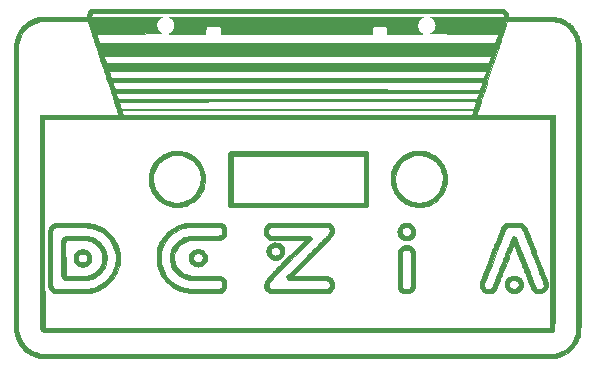
<source format=gto>
G04 #@! TF.GenerationSoftware,KiCad,Pcbnew,(5.1.0)-1*
G04 #@! TF.CreationDate,2019-07-19T02:45:30-06:00*
G04 #@! TF.ProjectId,theremini,74686572-656d-4696-9e69-2e6b69636164,rev?*
G04 #@! TF.SameCoordinates,PX7b85180PY1758900*
G04 #@! TF.FileFunction,Legend,Top*
G04 #@! TF.FilePolarity,Positive*
%FSLAX46Y46*%
G04 Gerber Fmt 4.6, Leading zero omitted, Abs format (unit mm)*
G04 Created by KiCad (PCBNEW (5.1.0)-1) date 2019-07-19 02:45:30*
%MOMM*%
%LPD*%
G04 APERTURE LIST*
%ADD10C,0.010000*%
G04 APERTURE END LIST*
D10*
G36*
X6596225Y-20742410D02*
G01*
X6670670Y-20749631D01*
X6737021Y-20763438D01*
X6801657Y-20785280D01*
X6870957Y-20816608D01*
X6893760Y-20828150D01*
X6970362Y-20876900D01*
X7044776Y-20941172D01*
X7111740Y-21015540D01*
X7165993Y-21094575D01*
X7183200Y-21126778D01*
X7232098Y-21249056D01*
X7259883Y-21372246D01*
X7266599Y-21496930D01*
X7252289Y-21623690D01*
X7228028Y-21719692D01*
X7184975Y-21823549D01*
X7123914Y-21919407D01*
X7047192Y-22005096D01*
X6957160Y-22078447D01*
X6856164Y-22137289D01*
X6746556Y-22179452D01*
X6723561Y-22185756D01*
X6650913Y-22200051D01*
X6569359Y-22209148D01*
X6487314Y-22212532D01*
X6413192Y-22209690D01*
X6385548Y-22206380D01*
X6261523Y-22177477D01*
X6148410Y-22131015D01*
X6047373Y-22068039D01*
X5959579Y-21989597D01*
X5886194Y-21896733D01*
X5828384Y-21790495D01*
X5787316Y-21671929D01*
X5786549Y-21668953D01*
X5772664Y-21591746D01*
X5766115Y-21502865D01*
X5766427Y-21465586D01*
X6131442Y-21465586D01*
X6131863Y-21519976D01*
X6133743Y-21558907D01*
X6138005Y-21588091D01*
X6145572Y-21613236D01*
X6157367Y-21640054D01*
X6160790Y-21647090D01*
X6206889Y-21717629D01*
X6268503Y-21775962D01*
X6342340Y-21819612D01*
X6425107Y-21846102D01*
X6425460Y-21846172D01*
X6472160Y-21853791D01*
X6511999Y-21855467D01*
X6555437Y-21851170D01*
X6587417Y-21845744D01*
X6674037Y-21820056D01*
X6748942Y-21778586D01*
X6810875Y-21723786D01*
X6858579Y-21658109D01*
X6890795Y-21584005D01*
X6906267Y-21503927D01*
X6903737Y-21420326D01*
X6881948Y-21335654D01*
X6866930Y-21300732D01*
X6823470Y-21234422D01*
X6764011Y-21178744D01*
X6691962Y-21135859D01*
X6610731Y-21107927D01*
X6547474Y-21098213D01*
X6449617Y-21099562D01*
X6361547Y-21118686D01*
X6284392Y-21155023D01*
X6219281Y-21208014D01*
X6167342Y-21277097D01*
X6159643Y-21290888D01*
X6147271Y-21315859D01*
X6139146Y-21338883D01*
X6134389Y-21365409D01*
X6132120Y-21400888D01*
X6131459Y-21450769D01*
X6131442Y-21465586D01*
X5766427Y-21465586D01*
X5766890Y-21410498D01*
X5774981Y-21322831D01*
X5787044Y-21260284D01*
X5826520Y-21146862D01*
X5883592Y-21044599D01*
X5957282Y-20954491D01*
X6046607Y-20877535D01*
X6150589Y-20814725D01*
X6268245Y-20767059D01*
X6274377Y-20765120D01*
X6310298Y-20754841D01*
X6344229Y-20747803D01*
X6381601Y-20743428D01*
X6427846Y-20741137D01*
X6488397Y-20740354D01*
X6507307Y-20740325D01*
X6596225Y-20742410D01*
X6596225Y-20742410D01*
G37*
X6596225Y-20742410D02*
X6670670Y-20749631D01*
X6737021Y-20763438D01*
X6801657Y-20785280D01*
X6870957Y-20816608D01*
X6893760Y-20828150D01*
X6970362Y-20876900D01*
X7044776Y-20941172D01*
X7111740Y-21015540D01*
X7165993Y-21094575D01*
X7183200Y-21126778D01*
X7232098Y-21249056D01*
X7259883Y-21372246D01*
X7266599Y-21496930D01*
X7252289Y-21623690D01*
X7228028Y-21719692D01*
X7184975Y-21823549D01*
X7123914Y-21919407D01*
X7047192Y-22005096D01*
X6957160Y-22078447D01*
X6856164Y-22137289D01*
X6746556Y-22179452D01*
X6723561Y-22185756D01*
X6650913Y-22200051D01*
X6569359Y-22209148D01*
X6487314Y-22212532D01*
X6413192Y-22209690D01*
X6385548Y-22206380D01*
X6261523Y-22177477D01*
X6148410Y-22131015D01*
X6047373Y-22068039D01*
X5959579Y-21989597D01*
X5886194Y-21896733D01*
X5828384Y-21790495D01*
X5787316Y-21671929D01*
X5786549Y-21668953D01*
X5772664Y-21591746D01*
X5766115Y-21502865D01*
X5766427Y-21465586D01*
X6131442Y-21465586D01*
X6131863Y-21519976D01*
X6133743Y-21558907D01*
X6138005Y-21588091D01*
X6145572Y-21613236D01*
X6157367Y-21640054D01*
X6160790Y-21647090D01*
X6206889Y-21717629D01*
X6268503Y-21775962D01*
X6342340Y-21819612D01*
X6425107Y-21846102D01*
X6425460Y-21846172D01*
X6472160Y-21853791D01*
X6511999Y-21855467D01*
X6555437Y-21851170D01*
X6587417Y-21845744D01*
X6674037Y-21820056D01*
X6748942Y-21778586D01*
X6810875Y-21723786D01*
X6858579Y-21658109D01*
X6890795Y-21584005D01*
X6906267Y-21503927D01*
X6903737Y-21420326D01*
X6881948Y-21335654D01*
X6866930Y-21300732D01*
X6823470Y-21234422D01*
X6764011Y-21178744D01*
X6691962Y-21135859D01*
X6610731Y-21107927D01*
X6547474Y-21098213D01*
X6449617Y-21099562D01*
X6361547Y-21118686D01*
X6284392Y-21155023D01*
X6219281Y-21208014D01*
X6167342Y-21277097D01*
X6159643Y-21290888D01*
X6147271Y-21315859D01*
X6139146Y-21338883D01*
X6134389Y-21365409D01*
X6132120Y-21400888D01*
X6131459Y-21450769D01*
X6131442Y-21465586D01*
X5766427Y-21465586D01*
X5766890Y-21410498D01*
X5774981Y-21322831D01*
X5787044Y-21260284D01*
X5826520Y-21146862D01*
X5883592Y-21044599D01*
X5957282Y-20954491D01*
X6046607Y-20877535D01*
X6150589Y-20814725D01*
X6268245Y-20767059D01*
X6274377Y-20765120D01*
X6310298Y-20754841D01*
X6344229Y-20747803D01*
X6381601Y-20743428D01*
X6427846Y-20741137D01*
X6488397Y-20740354D01*
X6507307Y-20740325D01*
X6596225Y-20742410D01*
G36*
X6095877Y-19607468D02*
G01*
X6241905Y-19607616D01*
X6369958Y-19607957D01*
X6481637Y-19608569D01*
X6578543Y-19609531D01*
X6662275Y-19610920D01*
X6734434Y-19612813D01*
X6796621Y-19615290D01*
X6850436Y-19618427D01*
X6897480Y-19622302D01*
X6939352Y-19626994D01*
X6977654Y-19632580D01*
X7013986Y-19639138D01*
X7049949Y-19646746D01*
X7087142Y-19655481D01*
X7127166Y-19665422D01*
X7128313Y-19665711D01*
X7312689Y-19722883D01*
X7488925Y-19798845D01*
X7655887Y-19892405D01*
X7812438Y-20002369D01*
X7957445Y-20127544D01*
X8089770Y-20266737D01*
X8208280Y-20418756D01*
X8311840Y-20582406D01*
X8399313Y-20756496D01*
X8469565Y-20939831D01*
X8521072Y-21129435D01*
X8529088Y-21168690D01*
X8535095Y-21205593D01*
X8539371Y-21244219D01*
X8542195Y-21288641D01*
X8543843Y-21342934D01*
X8544595Y-21411170D01*
X8544737Y-21476173D01*
X8544481Y-21558270D01*
X8543531Y-21623237D01*
X8541616Y-21675113D01*
X8538463Y-21717939D01*
X8533800Y-21755756D01*
X8527356Y-21792604D01*
X8521576Y-21820275D01*
X8468066Y-22017967D01*
X8396263Y-22205066D01*
X8305973Y-22381927D01*
X8197001Y-22548905D01*
X8069152Y-22706357D01*
X7990198Y-22789544D01*
X7839390Y-22925953D01*
X7678968Y-23043508D01*
X7509015Y-23142166D01*
X7329614Y-23221882D01*
X7140850Y-23282612D01*
X7004931Y-23313470D01*
X6965196Y-23319413D01*
X6909532Y-23325499D01*
X6843178Y-23331270D01*
X6771371Y-23336267D01*
X6703180Y-23339868D01*
X6651045Y-23341664D01*
X6583269Y-23343239D01*
X6501949Y-23344595D01*
X6409178Y-23345733D01*
X6307052Y-23346655D01*
X6197665Y-23347362D01*
X6083112Y-23347856D01*
X5965488Y-23348139D01*
X5846887Y-23348212D01*
X5729404Y-23348078D01*
X5615135Y-23347736D01*
X5506174Y-23347190D01*
X5404615Y-23346441D01*
X5312553Y-23345490D01*
X5232084Y-23344339D01*
X5165301Y-23342989D01*
X5114300Y-23341443D01*
X5081176Y-23339701D01*
X5071044Y-23338613D01*
X4975726Y-23313287D01*
X4892691Y-23271872D01*
X4823285Y-23215585D01*
X4768854Y-23145642D01*
X4730744Y-23063262D01*
X4718718Y-23019992D01*
X4717156Y-23002451D01*
X4715699Y-22965224D01*
X4714347Y-22909793D01*
X4713102Y-22837641D01*
X4711963Y-22750250D01*
X4710931Y-22649104D01*
X4710007Y-22535685D01*
X4709192Y-22411476D01*
X4708486Y-22277959D01*
X4707890Y-22136617D01*
X4707403Y-21988933D01*
X4707028Y-21836390D01*
X4706764Y-21680471D01*
X4706612Y-21522657D01*
X4706573Y-21364433D01*
X4706647Y-21207280D01*
X4706835Y-21052681D01*
X4707138Y-20902120D01*
X4707556Y-20757079D01*
X4708086Y-20619779D01*
X5065585Y-20619779D01*
X5065656Y-20748929D01*
X5065826Y-20885675D01*
X5066090Y-21028540D01*
X5066441Y-21176046D01*
X5066876Y-21326715D01*
X5067387Y-21479068D01*
X5067971Y-21631629D01*
X5068620Y-21782919D01*
X5069331Y-21931460D01*
X5070097Y-22075775D01*
X5070912Y-22214385D01*
X5071772Y-22345813D01*
X5072671Y-22468581D01*
X5073604Y-22581210D01*
X5074564Y-22682224D01*
X5075547Y-22770144D01*
X5076547Y-22843492D01*
X5077559Y-22900791D01*
X5078577Y-22940562D01*
X5079595Y-22961327D01*
X5080071Y-22964100D01*
X5094680Y-22971427D01*
X5120185Y-22979236D01*
X5122422Y-22979777D01*
X5140724Y-22981582D01*
X5178107Y-22983180D01*
X5232480Y-22984569D01*
X5301749Y-22985750D01*
X5383822Y-22986723D01*
X5476607Y-22987488D01*
X5578010Y-22988045D01*
X5685939Y-22988394D01*
X5798302Y-22988536D01*
X5913006Y-22988469D01*
X6027957Y-22988195D01*
X6141065Y-22987714D01*
X6250235Y-22987024D01*
X6353375Y-22986127D01*
X6448394Y-22985023D01*
X6533197Y-22983711D01*
X6605693Y-22982191D01*
X6663788Y-22980465D01*
X6682005Y-22979739D01*
X6766867Y-22975563D01*
X6834982Y-22971006D01*
X6890780Y-22965582D01*
X6938689Y-22958802D01*
X6983139Y-22950182D01*
X7011654Y-22943513D01*
X7179251Y-22891441D01*
X7338755Y-22820634D01*
X7488887Y-22732408D01*
X7628369Y-22628078D01*
X7755923Y-22508958D01*
X7870269Y-22376365D01*
X7970128Y-22231612D01*
X8054223Y-22076014D01*
X8121275Y-21910887D01*
X8165633Y-21756749D01*
X8175425Y-21698969D01*
X8182217Y-21625796D01*
X8186010Y-21542797D01*
X8186803Y-21455541D01*
X8184598Y-21369595D01*
X8179392Y-21290530D01*
X8171188Y-21223912D01*
X8165633Y-21195598D01*
X8116583Y-21024821D01*
X8051774Y-20866266D01*
X7969950Y-20717697D01*
X7869854Y-20576879D01*
X7750230Y-20441576D01*
X7730917Y-20422010D01*
X7605119Y-20306687D01*
X7476698Y-20210424D01*
X7342323Y-20131117D01*
X7198665Y-20066665D01*
X7128267Y-20041331D01*
X7090494Y-20028780D01*
X7055891Y-20017758D01*
X7022871Y-20008163D01*
X6989842Y-19999896D01*
X6955217Y-19992857D01*
X6917407Y-19986946D01*
X6874821Y-19982063D01*
X6825872Y-19978108D01*
X6768970Y-19974981D01*
X6702526Y-19972583D01*
X6624951Y-19970813D01*
X6534655Y-19969572D01*
X6430050Y-19968759D01*
X6309547Y-19968275D01*
X6171557Y-19968020D01*
X6014490Y-19967894D01*
X5959783Y-19967864D01*
X5802962Y-19967745D01*
X5665963Y-19967632D01*
X5547431Y-19967631D01*
X5446013Y-19967848D01*
X5360356Y-19968389D01*
X5289105Y-19969358D01*
X5230906Y-19970863D01*
X5184407Y-19973009D01*
X5148253Y-19975901D01*
X5121090Y-19979645D01*
X5101565Y-19984346D01*
X5088324Y-19990112D01*
X5080014Y-19997046D01*
X5075279Y-20005255D01*
X5072768Y-20014845D01*
X5071125Y-20025921D01*
X5069242Y-20037397D01*
X5068323Y-20052572D01*
X5067547Y-20087166D01*
X5066909Y-20139702D01*
X5066402Y-20208701D01*
X5066022Y-20292686D01*
X5065763Y-20390180D01*
X5065619Y-20499703D01*
X5065585Y-20619779D01*
X4708086Y-20619779D01*
X4708089Y-20619040D01*
X4708738Y-20489486D01*
X4709505Y-20369900D01*
X4710389Y-20261765D01*
X4711391Y-20166564D01*
X4712511Y-20085779D01*
X4713751Y-20020893D01*
X4715111Y-19973388D01*
X4716591Y-19944748D01*
X4717471Y-19937514D01*
X4747919Y-19847882D01*
X4795612Y-19770111D01*
X4859595Y-19705235D01*
X4938915Y-19654288D01*
X5003847Y-19627195D01*
X5015226Y-19623638D01*
X5027961Y-19620534D01*
X5043494Y-19617853D01*
X5063266Y-19615563D01*
X5088718Y-19613634D01*
X5121292Y-19612036D01*
X5162430Y-19610737D01*
X5213573Y-19609706D01*
X5276163Y-19608914D01*
X5351642Y-19608329D01*
X5441450Y-19607921D01*
X5547029Y-19607658D01*
X5669821Y-19607511D01*
X5811268Y-19607447D01*
X5930275Y-19607436D01*
X6095877Y-19607468D01*
X6095877Y-19607468D01*
G37*
X6095877Y-19607468D02*
X6241905Y-19607616D01*
X6369958Y-19607957D01*
X6481637Y-19608569D01*
X6578543Y-19609531D01*
X6662275Y-19610920D01*
X6734434Y-19612813D01*
X6796621Y-19615290D01*
X6850436Y-19618427D01*
X6897480Y-19622302D01*
X6939352Y-19626994D01*
X6977654Y-19632580D01*
X7013986Y-19639138D01*
X7049949Y-19646746D01*
X7087142Y-19655481D01*
X7127166Y-19665422D01*
X7128313Y-19665711D01*
X7312689Y-19722883D01*
X7488925Y-19798845D01*
X7655887Y-19892405D01*
X7812438Y-20002369D01*
X7957445Y-20127544D01*
X8089770Y-20266737D01*
X8208280Y-20418756D01*
X8311840Y-20582406D01*
X8399313Y-20756496D01*
X8469565Y-20939831D01*
X8521072Y-21129435D01*
X8529088Y-21168690D01*
X8535095Y-21205593D01*
X8539371Y-21244219D01*
X8542195Y-21288641D01*
X8543843Y-21342934D01*
X8544595Y-21411170D01*
X8544737Y-21476173D01*
X8544481Y-21558270D01*
X8543531Y-21623237D01*
X8541616Y-21675113D01*
X8538463Y-21717939D01*
X8533800Y-21755756D01*
X8527356Y-21792604D01*
X8521576Y-21820275D01*
X8468066Y-22017967D01*
X8396263Y-22205066D01*
X8305973Y-22381927D01*
X8197001Y-22548905D01*
X8069152Y-22706357D01*
X7990198Y-22789544D01*
X7839390Y-22925953D01*
X7678968Y-23043508D01*
X7509015Y-23142166D01*
X7329614Y-23221882D01*
X7140850Y-23282612D01*
X7004931Y-23313470D01*
X6965196Y-23319413D01*
X6909532Y-23325499D01*
X6843178Y-23331270D01*
X6771371Y-23336267D01*
X6703180Y-23339868D01*
X6651045Y-23341664D01*
X6583269Y-23343239D01*
X6501949Y-23344595D01*
X6409178Y-23345733D01*
X6307052Y-23346655D01*
X6197665Y-23347362D01*
X6083112Y-23347856D01*
X5965488Y-23348139D01*
X5846887Y-23348212D01*
X5729404Y-23348078D01*
X5615135Y-23347736D01*
X5506174Y-23347190D01*
X5404615Y-23346441D01*
X5312553Y-23345490D01*
X5232084Y-23344339D01*
X5165301Y-23342989D01*
X5114300Y-23341443D01*
X5081176Y-23339701D01*
X5071044Y-23338613D01*
X4975726Y-23313287D01*
X4892691Y-23271872D01*
X4823285Y-23215585D01*
X4768854Y-23145642D01*
X4730744Y-23063262D01*
X4718718Y-23019992D01*
X4717156Y-23002451D01*
X4715699Y-22965224D01*
X4714347Y-22909793D01*
X4713102Y-22837641D01*
X4711963Y-22750250D01*
X4710931Y-22649104D01*
X4710007Y-22535685D01*
X4709192Y-22411476D01*
X4708486Y-22277959D01*
X4707890Y-22136617D01*
X4707403Y-21988933D01*
X4707028Y-21836390D01*
X4706764Y-21680471D01*
X4706612Y-21522657D01*
X4706573Y-21364433D01*
X4706647Y-21207280D01*
X4706835Y-21052681D01*
X4707138Y-20902120D01*
X4707556Y-20757079D01*
X4708086Y-20619779D01*
X5065585Y-20619779D01*
X5065656Y-20748929D01*
X5065826Y-20885675D01*
X5066090Y-21028540D01*
X5066441Y-21176046D01*
X5066876Y-21326715D01*
X5067387Y-21479068D01*
X5067971Y-21631629D01*
X5068620Y-21782919D01*
X5069331Y-21931460D01*
X5070097Y-22075775D01*
X5070912Y-22214385D01*
X5071772Y-22345813D01*
X5072671Y-22468581D01*
X5073604Y-22581210D01*
X5074564Y-22682224D01*
X5075547Y-22770144D01*
X5076547Y-22843492D01*
X5077559Y-22900791D01*
X5078577Y-22940562D01*
X5079595Y-22961327D01*
X5080071Y-22964100D01*
X5094680Y-22971427D01*
X5120185Y-22979236D01*
X5122422Y-22979777D01*
X5140724Y-22981582D01*
X5178107Y-22983180D01*
X5232480Y-22984569D01*
X5301749Y-22985750D01*
X5383822Y-22986723D01*
X5476607Y-22987488D01*
X5578010Y-22988045D01*
X5685939Y-22988394D01*
X5798302Y-22988536D01*
X5913006Y-22988469D01*
X6027957Y-22988195D01*
X6141065Y-22987714D01*
X6250235Y-22987024D01*
X6353375Y-22986127D01*
X6448394Y-22985023D01*
X6533197Y-22983711D01*
X6605693Y-22982191D01*
X6663788Y-22980465D01*
X6682005Y-22979739D01*
X6766867Y-22975563D01*
X6834982Y-22971006D01*
X6890780Y-22965582D01*
X6938689Y-22958802D01*
X6983139Y-22950182D01*
X7011654Y-22943513D01*
X7179251Y-22891441D01*
X7338755Y-22820634D01*
X7488887Y-22732408D01*
X7628369Y-22628078D01*
X7755923Y-22508958D01*
X7870269Y-22376365D01*
X7970128Y-22231612D01*
X8054223Y-22076014D01*
X8121275Y-21910887D01*
X8165633Y-21756749D01*
X8175425Y-21698969D01*
X8182217Y-21625796D01*
X8186010Y-21542797D01*
X8186803Y-21455541D01*
X8184598Y-21369595D01*
X8179392Y-21290530D01*
X8171188Y-21223912D01*
X8165633Y-21195598D01*
X8116583Y-21024821D01*
X8051774Y-20866266D01*
X7969950Y-20717697D01*
X7869854Y-20576879D01*
X7750230Y-20441576D01*
X7730917Y-20422010D01*
X7605119Y-20306687D01*
X7476698Y-20210424D01*
X7342323Y-20131117D01*
X7198665Y-20066665D01*
X7128267Y-20041331D01*
X7090494Y-20028780D01*
X7055891Y-20017758D01*
X7022871Y-20008163D01*
X6989842Y-19999896D01*
X6955217Y-19992857D01*
X6917407Y-19986946D01*
X6874821Y-19982063D01*
X6825872Y-19978108D01*
X6768970Y-19974981D01*
X6702526Y-19972583D01*
X6624951Y-19970813D01*
X6534655Y-19969572D01*
X6430050Y-19968759D01*
X6309547Y-19968275D01*
X6171557Y-19968020D01*
X6014490Y-19967894D01*
X5959783Y-19967864D01*
X5802962Y-19967745D01*
X5665963Y-19967632D01*
X5547431Y-19967631D01*
X5446013Y-19967848D01*
X5360356Y-19968389D01*
X5289105Y-19969358D01*
X5230906Y-19970863D01*
X5184407Y-19973009D01*
X5148253Y-19975901D01*
X5121090Y-19979645D01*
X5101565Y-19984346D01*
X5088324Y-19990112D01*
X5080014Y-19997046D01*
X5075279Y-20005255D01*
X5072768Y-20014845D01*
X5071125Y-20025921D01*
X5069242Y-20037397D01*
X5068323Y-20052572D01*
X5067547Y-20087166D01*
X5066909Y-20139702D01*
X5066402Y-20208701D01*
X5066022Y-20292686D01*
X5065763Y-20390180D01*
X5065619Y-20499703D01*
X5065585Y-20619779D01*
X4708086Y-20619779D01*
X4708089Y-20619040D01*
X4708738Y-20489486D01*
X4709505Y-20369900D01*
X4710389Y-20261765D01*
X4711391Y-20166564D01*
X4712511Y-20085779D01*
X4713751Y-20020893D01*
X4715111Y-19973388D01*
X4716591Y-19944748D01*
X4717471Y-19937514D01*
X4747919Y-19847882D01*
X4795612Y-19770111D01*
X4859595Y-19705235D01*
X4938915Y-19654288D01*
X5003847Y-19627195D01*
X5015226Y-19623638D01*
X5027961Y-19620534D01*
X5043494Y-19617853D01*
X5063266Y-19615563D01*
X5088718Y-19613634D01*
X5121292Y-19612036D01*
X5162430Y-19610737D01*
X5213573Y-19609706D01*
X5276163Y-19608914D01*
X5351642Y-19608329D01*
X5441450Y-19607921D01*
X5547029Y-19607658D01*
X5669821Y-19607511D01*
X5811268Y-19607447D01*
X5930275Y-19607436D01*
X6095877Y-19607468D01*
G36*
X35247740Y-1092163D02*
G01*
X35180781Y-1135316D01*
X35107708Y-1197440D01*
X35082745Y-1221583D01*
X35038348Y-1267321D01*
X35005273Y-1306290D01*
X34978552Y-1345250D01*
X34953217Y-1390960D01*
X34942468Y-1412424D01*
X34905997Y-1492526D01*
X34881009Y-1563457D01*
X34865735Y-1632563D01*
X34858406Y-1707189D01*
X34857056Y-1767086D01*
X34867105Y-1895741D01*
X34896811Y-2017505D01*
X34945374Y-2130956D01*
X35011995Y-2234675D01*
X35095875Y-2327240D01*
X35196212Y-2407229D01*
X35229212Y-2428444D01*
X35258315Y-2446876D01*
X35278437Y-2460869D01*
X35284798Y-2466786D01*
X35274409Y-2467303D01*
X35244038Y-2467802D01*
X35194880Y-2468281D01*
X35128127Y-2468736D01*
X35044974Y-2469162D01*
X34946614Y-2469558D01*
X34834241Y-2469918D01*
X34709048Y-2470240D01*
X34572231Y-2470520D01*
X34424981Y-2470755D01*
X34268494Y-2470941D01*
X34103962Y-2471074D01*
X33932579Y-2471152D01*
X33791925Y-2471171D01*
X32299053Y-2471171D01*
X32299053Y-2248223D01*
X32298411Y-2166273D01*
X32296573Y-2094696D01*
X32293671Y-2036413D01*
X32289838Y-1994342D01*
X32286692Y-1976183D01*
X32264900Y-1926942D01*
X32228163Y-1881158D01*
X32182519Y-1845129D01*
X32144303Y-1827752D01*
X32123063Y-1824629D01*
X32083426Y-1821906D01*
X32028164Y-1819589D01*
X31960051Y-1817681D01*
X31881862Y-1816189D01*
X31796369Y-1815116D01*
X31706347Y-1814469D01*
X31614570Y-1814253D01*
X31523810Y-1814471D01*
X31436842Y-1815130D01*
X31356440Y-1816234D01*
X31285377Y-1817788D01*
X31226427Y-1819798D01*
X31182363Y-1822268D01*
X31155960Y-1825204D01*
X31152641Y-1825956D01*
X31105388Y-1848074D01*
X31060332Y-1884874D01*
X31024369Y-1930390D01*
X31017313Y-1943007D01*
X31010654Y-1957766D01*
X31005599Y-1974513D01*
X31001930Y-1996246D01*
X30999430Y-2025962D01*
X30997883Y-2066656D01*
X30997072Y-2121326D01*
X30996781Y-2192970D01*
X30996761Y-2227231D01*
X30996761Y-2471171D01*
X18217353Y-2471171D01*
X18217353Y-2227313D01*
X18216973Y-2139825D01*
X18215758Y-2071335D01*
X18213599Y-2019680D01*
X18210383Y-1982694D01*
X18206000Y-1958213D01*
X18203090Y-1949385D01*
X18179592Y-1912269D01*
X18143217Y-1875059D01*
X18101256Y-1844123D01*
X18061933Y-1826083D01*
X18040680Y-1823171D01*
X18001236Y-1820678D01*
X17946336Y-1818604D01*
X17878716Y-1816946D01*
X17801113Y-1815701D01*
X17716263Y-1814869D01*
X17626903Y-1814446D01*
X17535768Y-1814432D01*
X17445594Y-1814824D01*
X17359119Y-1815620D01*
X17279078Y-1816819D01*
X17208207Y-1818418D01*
X17149243Y-1820416D01*
X17104921Y-1822810D01*
X17077979Y-1825599D01*
X17072809Y-1826781D01*
X17013271Y-1857131D01*
X16964880Y-1902823D01*
X16944079Y-1934457D01*
X16936461Y-1949844D01*
X16930608Y-1965872D01*
X16926237Y-1985569D01*
X16923066Y-2011963D01*
X16920812Y-2048083D01*
X16919193Y-2096957D01*
X16917927Y-2161613D01*
X16917003Y-2225006D01*
X16913652Y-2471171D01*
X15382662Y-2471171D01*
X15204495Y-2471143D01*
X15032266Y-2471058D01*
X14867148Y-2470922D01*
X14710318Y-2470737D01*
X14562947Y-2470507D01*
X14426212Y-2470234D01*
X14301286Y-2469922D01*
X14189344Y-2469574D01*
X14091559Y-2469194D01*
X14009107Y-2468784D01*
X13943161Y-2468349D01*
X13894895Y-2467891D01*
X13865484Y-2467413D01*
X13856084Y-2466931D01*
X13866289Y-2459552D01*
X13889949Y-2443321D01*
X13922876Y-2421097D01*
X13941418Y-2408690D01*
X14040544Y-2330704D01*
X14123423Y-2241170D01*
X14189807Y-2142178D01*
X14239450Y-2035819D01*
X14272105Y-1924186D01*
X14287524Y-1809368D01*
X14285461Y-1693457D01*
X14265670Y-1578543D01*
X14227902Y-1466719D01*
X14171912Y-1360075D01*
X14097451Y-1260703D01*
X14079305Y-1240806D01*
X14020144Y-1183587D01*
X13957173Y-1132213D01*
X13895941Y-1090902D01*
X13852104Y-1068009D01*
X13852462Y-1067209D01*
X13857520Y-1066438D01*
X13867640Y-1065695D01*
X13883183Y-1064980D01*
X13904510Y-1064292D01*
X13931983Y-1063630D01*
X13965962Y-1062994D01*
X14006809Y-1062383D01*
X14054886Y-1061798D01*
X14110554Y-1061237D01*
X14174173Y-1060700D01*
X14246106Y-1060187D01*
X14326713Y-1059697D01*
X14416356Y-1059229D01*
X14515397Y-1058783D01*
X14624195Y-1058359D01*
X14743114Y-1057955D01*
X14872513Y-1057573D01*
X15012755Y-1057210D01*
X15164200Y-1056866D01*
X15327210Y-1056542D01*
X15502147Y-1056236D01*
X15689370Y-1055948D01*
X15889243Y-1055678D01*
X16102125Y-1055425D01*
X16328379Y-1055188D01*
X16568366Y-1054967D01*
X16822446Y-1054761D01*
X17090982Y-1054571D01*
X17374334Y-1054395D01*
X17672864Y-1054233D01*
X17986934Y-1054084D01*
X18316903Y-1053949D01*
X18663134Y-1053826D01*
X19025988Y-1053715D01*
X19405827Y-1053615D01*
X19803011Y-1053526D01*
X20217902Y-1053448D01*
X20650860Y-1053380D01*
X21102249Y-1053321D01*
X21572428Y-1053271D01*
X22061759Y-1053230D01*
X22570603Y-1053197D01*
X23099322Y-1053171D01*
X23648277Y-1053152D01*
X24217829Y-1053140D01*
X24570000Y-1053135D01*
X35321855Y-1053027D01*
X35247740Y-1092163D01*
X35247740Y-1092163D01*
G37*
X35247740Y-1092163D02*
X35180781Y-1135316D01*
X35107708Y-1197440D01*
X35082745Y-1221583D01*
X35038348Y-1267321D01*
X35005273Y-1306290D01*
X34978552Y-1345250D01*
X34953217Y-1390960D01*
X34942468Y-1412424D01*
X34905997Y-1492526D01*
X34881009Y-1563457D01*
X34865735Y-1632563D01*
X34858406Y-1707189D01*
X34857056Y-1767086D01*
X34867105Y-1895741D01*
X34896811Y-2017505D01*
X34945374Y-2130956D01*
X35011995Y-2234675D01*
X35095875Y-2327240D01*
X35196212Y-2407229D01*
X35229212Y-2428444D01*
X35258315Y-2446876D01*
X35278437Y-2460869D01*
X35284798Y-2466786D01*
X35274409Y-2467303D01*
X35244038Y-2467802D01*
X35194880Y-2468281D01*
X35128127Y-2468736D01*
X35044974Y-2469162D01*
X34946614Y-2469558D01*
X34834241Y-2469918D01*
X34709048Y-2470240D01*
X34572231Y-2470520D01*
X34424981Y-2470755D01*
X34268494Y-2470941D01*
X34103962Y-2471074D01*
X33932579Y-2471152D01*
X33791925Y-2471171D01*
X32299053Y-2471171D01*
X32299053Y-2248223D01*
X32298411Y-2166273D01*
X32296573Y-2094696D01*
X32293671Y-2036413D01*
X32289838Y-1994342D01*
X32286692Y-1976183D01*
X32264900Y-1926942D01*
X32228163Y-1881158D01*
X32182519Y-1845129D01*
X32144303Y-1827752D01*
X32123063Y-1824629D01*
X32083426Y-1821906D01*
X32028164Y-1819589D01*
X31960051Y-1817681D01*
X31881862Y-1816189D01*
X31796369Y-1815116D01*
X31706347Y-1814469D01*
X31614570Y-1814253D01*
X31523810Y-1814471D01*
X31436842Y-1815130D01*
X31356440Y-1816234D01*
X31285377Y-1817788D01*
X31226427Y-1819798D01*
X31182363Y-1822268D01*
X31155960Y-1825204D01*
X31152641Y-1825956D01*
X31105388Y-1848074D01*
X31060332Y-1884874D01*
X31024369Y-1930390D01*
X31017313Y-1943007D01*
X31010654Y-1957766D01*
X31005599Y-1974513D01*
X31001930Y-1996246D01*
X30999430Y-2025962D01*
X30997883Y-2066656D01*
X30997072Y-2121326D01*
X30996781Y-2192970D01*
X30996761Y-2227231D01*
X30996761Y-2471171D01*
X18217353Y-2471171D01*
X18217353Y-2227313D01*
X18216973Y-2139825D01*
X18215758Y-2071335D01*
X18213599Y-2019680D01*
X18210383Y-1982694D01*
X18206000Y-1958213D01*
X18203090Y-1949385D01*
X18179592Y-1912269D01*
X18143217Y-1875059D01*
X18101256Y-1844123D01*
X18061933Y-1826083D01*
X18040680Y-1823171D01*
X18001236Y-1820678D01*
X17946336Y-1818604D01*
X17878716Y-1816946D01*
X17801113Y-1815701D01*
X17716263Y-1814869D01*
X17626903Y-1814446D01*
X17535768Y-1814432D01*
X17445594Y-1814824D01*
X17359119Y-1815620D01*
X17279078Y-1816819D01*
X17208207Y-1818418D01*
X17149243Y-1820416D01*
X17104921Y-1822810D01*
X17077979Y-1825599D01*
X17072809Y-1826781D01*
X17013271Y-1857131D01*
X16964880Y-1902823D01*
X16944079Y-1934457D01*
X16936461Y-1949844D01*
X16930608Y-1965872D01*
X16926237Y-1985569D01*
X16923066Y-2011963D01*
X16920812Y-2048083D01*
X16919193Y-2096957D01*
X16917927Y-2161613D01*
X16917003Y-2225006D01*
X16913652Y-2471171D01*
X15382662Y-2471171D01*
X15204495Y-2471143D01*
X15032266Y-2471058D01*
X14867148Y-2470922D01*
X14710318Y-2470737D01*
X14562947Y-2470507D01*
X14426212Y-2470234D01*
X14301286Y-2469922D01*
X14189344Y-2469574D01*
X14091559Y-2469194D01*
X14009107Y-2468784D01*
X13943161Y-2468349D01*
X13894895Y-2467891D01*
X13865484Y-2467413D01*
X13856084Y-2466931D01*
X13866289Y-2459552D01*
X13889949Y-2443321D01*
X13922876Y-2421097D01*
X13941418Y-2408690D01*
X14040544Y-2330704D01*
X14123423Y-2241170D01*
X14189807Y-2142178D01*
X14239450Y-2035819D01*
X14272105Y-1924186D01*
X14287524Y-1809368D01*
X14285461Y-1693457D01*
X14265670Y-1578543D01*
X14227902Y-1466719D01*
X14171912Y-1360075D01*
X14097451Y-1260703D01*
X14079305Y-1240806D01*
X14020144Y-1183587D01*
X13957173Y-1132213D01*
X13895941Y-1090902D01*
X13852104Y-1068009D01*
X13852462Y-1067209D01*
X13857520Y-1066438D01*
X13867640Y-1065695D01*
X13883183Y-1064980D01*
X13904510Y-1064292D01*
X13931983Y-1063630D01*
X13965962Y-1062994D01*
X14006809Y-1062383D01*
X14054886Y-1061798D01*
X14110554Y-1061237D01*
X14174173Y-1060700D01*
X14246106Y-1060187D01*
X14326713Y-1059697D01*
X14416356Y-1059229D01*
X14515397Y-1058783D01*
X14624195Y-1058359D01*
X14743114Y-1057955D01*
X14872513Y-1057573D01*
X15012755Y-1057210D01*
X15164200Y-1056866D01*
X15327210Y-1056542D01*
X15502147Y-1056236D01*
X15689370Y-1055948D01*
X15889243Y-1055678D01*
X16102125Y-1055425D01*
X16328379Y-1055188D01*
X16568366Y-1054967D01*
X16822446Y-1054761D01*
X17090982Y-1054571D01*
X17374334Y-1054395D01*
X17672864Y-1054233D01*
X17986934Y-1054084D01*
X18316903Y-1053949D01*
X18663134Y-1053826D01*
X19025988Y-1053715D01*
X19405827Y-1053615D01*
X19803011Y-1053526D01*
X20217902Y-1053448D01*
X20650860Y-1053380D01*
X21102249Y-1053321D01*
X21572428Y-1053271D01*
X22061759Y-1053230D01*
X22570603Y-1053197D01*
X23099322Y-1053171D01*
X23648277Y-1053152D01*
X24217829Y-1053140D01*
X24570000Y-1053135D01*
X35321855Y-1053027D01*
X35247740Y-1092163D01*
G36*
X35105403Y-12397336D02*
G01*
X35320015Y-12417285D01*
X35532846Y-12456822D01*
X35742515Y-12516099D01*
X35947641Y-12595270D01*
X36045328Y-12641002D01*
X36241126Y-12749588D01*
X36424146Y-12874246D01*
X36593537Y-13013932D01*
X36748447Y-13167605D01*
X36888023Y-13334220D01*
X37011413Y-13512736D01*
X37117763Y-13702107D01*
X37206223Y-13901293D01*
X37275938Y-14109249D01*
X37291071Y-14165336D01*
X37315111Y-14263198D01*
X37333498Y-14349229D01*
X37346924Y-14429135D01*
X37356080Y-14508626D01*
X37361660Y-14593410D01*
X37364356Y-14689195D01*
X37364901Y-14774131D01*
X37363920Y-14883748D01*
X37360523Y-14977875D01*
X37354031Y-15062122D01*
X37343763Y-15142102D01*
X37329038Y-15223429D01*
X37309179Y-15311716D01*
X37291021Y-15383883D01*
X37225788Y-15593944D01*
X37142079Y-15794866D01*
X37040937Y-15985716D01*
X36923406Y-16165563D01*
X36790532Y-16333472D01*
X36643357Y-16488513D01*
X36482927Y-16629752D01*
X36310284Y-16756256D01*
X36126474Y-16867094D01*
X35932540Y-16961333D01*
X35729526Y-17038040D01*
X35518477Y-17096283D01*
X35335657Y-17130269D01*
X35270514Y-17137756D01*
X35191072Y-17143773D01*
X35102955Y-17148176D01*
X35011788Y-17150815D01*
X34923196Y-17151546D01*
X34842804Y-17150220D01*
X34776238Y-17146692D01*
X34760704Y-17145275D01*
X34539536Y-17112311D01*
X34325100Y-17060040D01*
X34118439Y-16989294D01*
X33920596Y-16900906D01*
X33732614Y-16795705D01*
X33555535Y-16674525D01*
X33390403Y-16538197D01*
X33238260Y-16387552D01*
X33100149Y-16223421D01*
X32977114Y-16046638D01*
X32870197Y-15858032D01*
X32780442Y-15658436D01*
X32733671Y-15528929D01*
X32687665Y-15375742D01*
X32653793Y-15230892D01*
X32630944Y-15087383D01*
X32618007Y-14938223D01*
X32614211Y-14789640D01*
X32971825Y-14789640D01*
X32983205Y-14988831D01*
X33014722Y-15187429D01*
X33066727Y-15383977D01*
X33071545Y-15398844D01*
X33145467Y-15590736D01*
X33237564Y-15772806D01*
X33346806Y-15943856D01*
X33472165Y-16102689D01*
X33612611Y-16248105D01*
X33767117Y-16378908D01*
X33934653Y-16493899D01*
X34082522Y-16576301D01*
X34200846Y-16631850D01*
X34317082Y-16677731D01*
X34435883Y-16715244D01*
X34561902Y-16745692D01*
X34699792Y-16770374D01*
X34845406Y-16789597D01*
X34900002Y-16793406D01*
X34968925Y-16794586D01*
X35045502Y-16793221D01*
X35123058Y-16789398D01*
X35173626Y-16785374D01*
X35376276Y-16755860D01*
X35572923Y-16706660D01*
X35762304Y-16638649D01*
X35943154Y-16552699D01*
X36114209Y-16449686D01*
X36274207Y-16330482D01*
X36421883Y-16195961D01*
X36555972Y-16046997D01*
X36675213Y-15884464D01*
X36778339Y-15709235D01*
X36804061Y-15658208D01*
X36884733Y-15468974D01*
X36945140Y-15275989D01*
X36985571Y-15080596D01*
X37006314Y-14884136D01*
X37007660Y-14687952D01*
X36989896Y-14493385D01*
X36953311Y-14301778D01*
X36898196Y-14114473D01*
X36824837Y-13932812D01*
X36733525Y-13758137D01*
X36624549Y-13591791D01*
X36498196Y-13435115D01*
X36354757Y-13289452D01*
X36280046Y-13223943D01*
X36117224Y-13101131D01*
X35946083Y-12997080D01*
X35768001Y-12911725D01*
X35584356Y-12845004D01*
X35396527Y-12796852D01*
X35205892Y-12767206D01*
X35013829Y-12756001D01*
X34821716Y-12763175D01*
X34630931Y-12788662D01*
X34442853Y-12832401D01*
X34258861Y-12894325D01*
X34080331Y-12974373D01*
X33908643Y-13072480D01*
X33745174Y-13188582D01*
X33591304Y-13322615D01*
X33563719Y-13349653D01*
X33426603Y-13501121D01*
X33306824Y-13663655D01*
X33204732Y-13835798D01*
X33120676Y-14016093D01*
X33055008Y-14203082D01*
X33008077Y-14395308D01*
X32980232Y-14591313D01*
X32971825Y-14789640D01*
X32614211Y-14789640D01*
X32613873Y-14776416D01*
X32613872Y-14774131D01*
X32614576Y-14704032D01*
X32616524Y-14633990D01*
X32619472Y-14569659D01*
X32623176Y-14516689D01*
X32626241Y-14488262D01*
X32667373Y-14258704D01*
X32726169Y-14040707D01*
X32802825Y-13833860D01*
X32897534Y-13637757D01*
X33010494Y-13451988D01*
X33141898Y-13276146D01*
X33278261Y-13123802D01*
X33327886Y-13073893D01*
X33380152Y-13023351D01*
X33430166Y-12976778D01*
X33473036Y-12938777D01*
X33490175Y-12924498D01*
X33669301Y-12793266D01*
X33857697Y-12680394D01*
X34053983Y-12586038D01*
X34256777Y-12510349D01*
X34464697Y-12453481D01*
X34676362Y-12415587D01*
X34890391Y-12396821D01*
X35105403Y-12397336D01*
X35105403Y-12397336D01*
G37*
X35105403Y-12397336D02*
X35320015Y-12417285D01*
X35532846Y-12456822D01*
X35742515Y-12516099D01*
X35947641Y-12595270D01*
X36045328Y-12641002D01*
X36241126Y-12749588D01*
X36424146Y-12874246D01*
X36593537Y-13013932D01*
X36748447Y-13167605D01*
X36888023Y-13334220D01*
X37011413Y-13512736D01*
X37117763Y-13702107D01*
X37206223Y-13901293D01*
X37275938Y-14109249D01*
X37291071Y-14165336D01*
X37315111Y-14263198D01*
X37333498Y-14349229D01*
X37346924Y-14429135D01*
X37356080Y-14508626D01*
X37361660Y-14593410D01*
X37364356Y-14689195D01*
X37364901Y-14774131D01*
X37363920Y-14883748D01*
X37360523Y-14977875D01*
X37354031Y-15062122D01*
X37343763Y-15142102D01*
X37329038Y-15223429D01*
X37309179Y-15311716D01*
X37291021Y-15383883D01*
X37225788Y-15593944D01*
X37142079Y-15794866D01*
X37040937Y-15985716D01*
X36923406Y-16165563D01*
X36790532Y-16333472D01*
X36643357Y-16488513D01*
X36482927Y-16629752D01*
X36310284Y-16756256D01*
X36126474Y-16867094D01*
X35932540Y-16961333D01*
X35729526Y-17038040D01*
X35518477Y-17096283D01*
X35335657Y-17130269D01*
X35270514Y-17137756D01*
X35191072Y-17143773D01*
X35102955Y-17148176D01*
X35011788Y-17150815D01*
X34923196Y-17151546D01*
X34842804Y-17150220D01*
X34776238Y-17146692D01*
X34760704Y-17145275D01*
X34539536Y-17112311D01*
X34325100Y-17060040D01*
X34118439Y-16989294D01*
X33920596Y-16900906D01*
X33732614Y-16795705D01*
X33555535Y-16674525D01*
X33390403Y-16538197D01*
X33238260Y-16387552D01*
X33100149Y-16223421D01*
X32977114Y-16046638D01*
X32870197Y-15858032D01*
X32780442Y-15658436D01*
X32733671Y-15528929D01*
X32687665Y-15375742D01*
X32653793Y-15230892D01*
X32630944Y-15087383D01*
X32618007Y-14938223D01*
X32614211Y-14789640D01*
X32971825Y-14789640D01*
X32983205Y-14988831D01*
X33014722Y-15187429D01*
X33066727Y-15383977D01*
X33071545Y-15398844D01*
X33145467Y-15590736D01*
X33237564Y-15772806D01*
X33346806Y-15943856D01*
X33472165Y-16102689D01*
X33612611Y-16248105D01*
X33767117Y-16378908D01*
X33934653Y-16493899D01*
X34082522Y-16576301D01*
X34200846Y-16631850D01*
X34317082Y-16677731D01*
X34435883Y-16715244D01*
X34561902Y-16745692D01*
X34699792Y-16770374D01*
X34845406Y-16789597D01*
X34900002Y-16793406D01*
X34968925Y-16794586D01*
X35045502Y-16793221D01*
X35123058Y-16789398D01*
X35173626Y-16785374D01*
X35376276Y-16755860D01*
X35572923Y-16706660D01*
X35762304Y-16638649D01*
X35943154Y-16552699D01*
X36114209Y-16449686D01*
X36274207Y-16330482D01*
X36421883Y-16195961D01*
X36555972Y-16046997D01*
X36675213Y-15884464D01*
X36778339Y-15709235D01*
X36804061Y-15658208D01*
X36884733Y-15468974D01*
X36945140Y-15275989D01*
X36985571Y-15080596D01*
X37006314Y-14884136D01*
X37007660Y-14687952D01*
X36989896Y-14493385D01*
X36953311Y-14301778D01*
X36898196Y-14114473D01*
X36824837Y-13932812D01*
X36733525Y-13758137D01*
X36624549Y-13591791D01*
X36498196Y-13435115D01*
X36354757Y-13289452D01*
X36280046Y-13223943D01*
X36117224Y-13101131D01*
X35946083Y-12997080D01*
X35768001Y-12911725D01*
X35584356Y-12845004D01*
X35396527Y-12796852D01*
X35205892Y-12767206D01*
X35013829Y-12756001D01*
X34821716Y-12763175D01*
X34630931Y-12788662D01*
X34442853Y-12832401D01*
X34258861Y-12894325D01*
X34080331Y-12974373D01*
X33908643Y-13072480D01*
X33745174Y-13188582D01*
X33591304Y-13322615D01*
X33563719Y-13349653D01*
X33426603Y-13501121D01*
X33306824Y-13663655D01*
X33204732Y-13835798D01*
X33120676Y-14016093D01*
X33055008Y-14203082D01*
X33008077Y-14395308D01*
X32980232Y-14591313D01*
X32971825Y-14789640D01*
X32614211Y-14789640D01*
X32613873Y-14776416D01*
X32613872Y-14774131D01*
X32614576Y-14704032D01*
X32616524Y-14633990D01*
X32619472Y-14569659D01*
X32623176Y-14516689D01*
X32626241Y-14488262D01*
X32667373Y-14258704D01*
X32726169Y-14040707D01*
X32802825Y-13833860D01*
X32897534Y-13637757D01*
X33010494Y-13451988D01*
X33141898Y-13276146D01*
X33278261Y-13123802D01*
X33327886Y-13073893D01*
X33380152Y-13023351D01*
X33430166Y-12976778D01*
X33473036Y-12938777D01*
X33490175Y-12924498D01*
X33669301Y-12793266D01*
X33857697Y-12680394D01*
X34053983Y-12586038D01*
X34256777Y-12510349D01*
X34464697Y-12453481D01*
X34676362Y-12415587D01*
X34890391Y-12396821D01*
X35105403Y-12397336D01*
G36*
X27510786Y-12446855D02*
G01*
X27826427Y-12446930D01*
X28123197Y-12447045D01*
X28401383Y-12447202D01*
X28661275Y-12447400D01*
X28903160Y-12447641D01*
X29127326Y-12447924D01*
X29334061Y-12448250D01*
X29523653Y-12448619D01*
X29696391Y-12449032D01*
X29852563Y-12449490D01*
X29992455Y-12449992D01*
X30116358Y-12450539D01*
X30224558Y-12451132D01*
X30317343Y-12451771D01*
X30395002Y-12452456D01*
X30457823Y-12453189D01*
X30506094Y-12453969D01*
X30540103Y-12454796D01*
X30560137Y-12455672D01*
X30566044Y-12456325D01*
X30614292Y-12479205D01*
X30655614Y-12517006D01*
X30683786Y-12563562D01*
X30688566Y-12577671D01*
X30689895Y-12592977D01*
X30691148Y-12628241D01*
X30692326Y-12682246D01*
X30693428Y-12753774D01*
X30694454Y-12841608D01*
X30695403Y-12944531D01*
X30696277Y-13061325D01*
X30697074Y-13190774D01*
X30697794Y-13331661D01*
X30698437Y-13482767D01*
X30699003Y-13642876D01*
X30699492Y-13810771D01*
X30699903Y-13985235D01*
X30700237Y-14165049D01*
X30700492Y-14348998D01*
X30700670Y-14535863D01*
X30700770Y-14724428D01*
X30700791Y-14913475D01*
X30700733Y-15101788D01*
X30700596Y-15288148D01*
X30700381Y-15471340D01*
X30700086Y-15650145D01*
X30699712Y-15823346D01*
X30699259Y-15989726D01*
X30698726Y-16148068D01*
X30698113Y-16297155D01*
X30697419Y-16435770D01*
X30696646Y-16562695D01*
X30695791Y-16676713D01*
X30694857Y-16776607D01*
X30693841Y-16861160D01*
X30692744Y-16929154D01*
X30691566Y-16979372D01*
X30690307Y-17010597D01*
X30689250Y-17021051D01*
X30667223Y-17069420D01*
X30632441Y-17111574D01*
X30590953Y-17140338D01*
X30587320Y-17141932D01*
X30582205Y-17142997D01*
X30571759Y-17144010D01*
X30555491Y-17144972D01*
X30532912Y-17145886D01*
X30503532Y-17146751D01*
X30466862Y-17147569D01*
X30422413Y-17148342D01*
X30369695Y-17149070D01*
X30308218Y-17149755D01*
X30237494Y-17150397D01*
X30157032Y-17150999D01*
X30066343Y-17151562D01*
X29964937Y-17152086D01*
X29852326Y-17152572D01*
X29728019Y-17153023D01*
X29591527Y-17153439D01*
X29442361Y-17153822D01*
X29280030Y-17154172D01*
X29104047Y-17154491D01*
X28913920Y-17154780D01*
X28709161Y-17155041D01*
X28489280Y-17155274D01*
X28253787Y-17155480D01*
X28002194Y-17155662D01*
X27734010Y-17155820D01*
X27448746Y-17155955D01*
X27145913Y-17156069D01*
X26825021Y-17156163D01*
X26485581Y-17156238D01*
X26127102Y-17156295D01*
X25749096Y-17156336D01*
X25351074Y-17156361D01*
X24932544Y-17156373D01*
X18994745Y-17156373D01*
X18947589Y-17132551D01*
X18913659Y-17110368D01*
X18884326Y-17082880D01*
X18876525Y-17072753D01*
X18852617Y-17036777D01*
X18852617Y-12804810D01*
X19212601Y-12804810D01*
X19212601Y-16796390D01*
X30340321Y-16796390D01*
X30340321Y-12804810D01*
X19212601Y-12804810D01*
X18852617Y-12804810D01*
X18852617Y-12564424D01*
X18876476Y-12529020D01*
X18902614Y-12499130D01*
X18934369Y-12473689D01*
X18937355Y-12471869D01*
X18974377Y-12450121D01*
X24748717Y-12447436D01*
X25204521Y-12447237D01*
X25639436Y-12447077D01*
X26053753Y-12446954D01*
X26447758Y-12446871D01*
X26821740Y-12446826D01*
X27175987Y-12446820D01*
X27510786Y-12446855D01*
X27510786Y-12446855D01*
G37*
X27510786Y-12446855D02*
X27826427Y-12446930D01*
X28123197Y-12447045D01*
X28401383Y-12447202D01*
X28661275Y-12447400D01*
X28903160Y-12447641D01*
X29127326Y-12447924D01*
X29334061Y-12448250D01*
X29523653Y-12448619D01*
X29696391Y-12449032D01*
X29852563Y-12449490D01*
X29992455Y-12449992D01*
X30116358Y-12450539D01*
X30224558Y-12451132D01*
X30317343Y-12451771D01*
X30395002Y-12452456D01*
X30457823Y-12453189D01*
X30506094Y-12453969D01*
X30540103Y-12454796D01*
X30560137Y-12455672D01*
X30566044Y-12456325D01*
X30614292Y-12479205D01*
X30655614Y-12517006D01*
X30683786Y-12563562D01*
X30688566Y-12577671D01*
X30689895Y-12592977D01*
X30691148Y-12628241D01*
X30692326Y-12682246D01*
X30693428Y-12753774D01*
X30694454Y-12841608D01*
X30695403Y-12944531D01*
X30696277Y-13061325D01*
X30697074Y-13190774D01*
X30697794Y-13331661D01*
X30698437Y-13482767D01*
X30699003Y-13642876D01*
X30699492Y-13810771D01*
X30699903Y-13985235D01*
X30700237Y-14165049D01*
X30700492Y-14348998D01*
X30700670Y-14535863D01*
X30700770Y-14724428D01*
X30700791Y-14913475D01*
X30700733Y-15101788D01*
X30700596Y-15288148D01*
X30700381Y-15471340D01*
X30700086Y-15650145D01*
X30699712Y-15823346D01*
X30699259Y-15989726D01*
X30698726Y-16148068D01*
X30698113Y-16297155D01*
X30697419Y-16435770D01*
X30696646Y-16562695D01*
X30695791Y-16676713D01*
X30694857Y-16776607D01*
X30693841Y-16861160D01*
X30692744Y-16929154D01*
X30691566Y-16979372D01*
X30690307Y-17010597D01*
X30689250Y-17021051D01*
X30667223Y-17069420D01*
X30632441Y-17111574D01*
X30590953Y-17140338D01*
X30587320Y-17141932D01*
X30582205Y-17142997D01*
X30571759Y-17144010D01*
X30555491Y-17144972D01*
X30532912Y-17145886D01*
X30503532Y-17146751D01*
X30466862Y-17147569D01*
X30422413Y-17148342D01*
X30369695Y-17149070D01*
X30308218Y-17149755D01*
X30237494Y-17150397D01*
X30157032Y-17150999D01*
X30066343Y-17151562D01*
X29964937Y-17152086D01*
X29852326Y-17152572D01*
X29728019Y-17153023D01*
X29591527Y-17153439D01*
X29442361Y-17153822D01*
X29280030Y-17154172D01*
X29104047Y-17154491D01*
X28913920Y-17154780D01*
X28709161Y-17155041D01*
X28489280Y-17155274D01*
X28253787Y-17155480D01*
X28002194Y-17155662D01*
X27734010Y-17155820D01*
X27448746Y-17155955D01*
X27145913Y-17156069D01*
X26825021Y-17156163D01*
X26485581Y-17156238D01*
X26127102Y-17156295D01*
X25749096Y-17156336D01*
X25351074Y-17156361D01*
X24932544Y-17156373D01*
X18994745Y-17156373D01*
X18947589Y-17132551D01*
X18913659Y-17110368D01*
X18884326Y-17082880D01*
X18876525Y-17072753D01*
X18852617Y-17036777D01*
X18852617Y-12804810D01*
X19212601Y-12804810D01*
X19212601Y-16796390D01*
X30340321Y-16796390D01*
X30340321Y-12804810D01*
X19212601Y-12804810D01*
X18852617Y-12804810D01*
X18852617Y-12564424D01*
X18876476Y-12529020D01*
X18902614Y-12499130D01*
X18934369Y-12473689D01*
X18937355Y-12471869D01*
X18974377Y-12450121D01*
X24748717Y-12447436D01*
X25204521Y-12447237D01*
X25639436Y-12447077D01*
X26053753Y-12446954D01*
X26447758Y-12446871D01*
X26821740Y-12446826D01*
X27175987Y-12446820D01*
X27510786Y-12446855D01*
G36*
X14554970Y-12398470D02*
G01*
X14661141Y-12401852D01*
X14758685Y-12408440D01*
X14834039Y-12417086D01*
X15054938Y-12459827D01*
X15268670Y-12522125D01*
X15474166Y-12603258D01*
X15670358Y-12702505D01*
X15856175Y-12819145D01*
X16030548Y-12952456D01*
X16192408Y-13101716D01*
X16340686Y-13266203D01*
X16474313Y-13445198D01*
X16560541Y-13582120D01*
X16659497Y-13772297D01*
X16741108Y-13974480D01*
X16805284Y-14188399D01*
X16851935Y-14413787D01*
X16863144Y-14488262D01*
X16868425Y-14541783D01*
X16872203Y-14610986D01*
X16874475Y-14690604D01*
X16875242Y-14775369D01*
X16874500Y-14860014D01*
X16872250Y-14939272D01*
X16868488Y-15007875D01*
X16863293Y-15060000D01*
X16821264Y-15291251D01*
X16760955Y-15511958D01*
X16682429Y-15721998D01*
X16585744Y-15921248D01*
X16470961Y-16109584D01*
X16338139Y-16286883D01*
X16187339Y-16453022D01*
X16183238Y-16457134D01*
X16016606Y-16609110D01*
X15838744Y-16743281D01*
X15650422Y-16859286D01*
X15452412Y-16956765D01*
X15245484Y-17035360D01*
X15030410Y-17094710D01*
X14807959Y-17134456D01*
X14707515Y-17145680D01*
X14639014Y-17150457D01*
X14561719Y-17153417D01*
X14482584Y-17154488D01*
X14408561Y-17153602D01*
X14346605Y-17150690D01*
X14331650Y-17149433D01*
X14157246Y-17128815D01*
X13998480Y-17101340D01*
X13850563Y-17065731D01*
X13708707Y-17020711D01*
X13568122Y-16965004D01*
X13468749Y-16919374D01*
X13268880Y-16812057D01*
X13084437Y-16690410D01*
X12914716Y-16553823D01*
X12759012Y-16401683D01*
X12616621Y-16233379D01*
X12515554Y-16092305D01*
X12401682Y-15902459D01*
X12306144Y-15702106D01*
X12229040Y-15491506D01*
X12170471Y-15270917D01*
X12143441Y-15128820D01*
X12134563Y-15056749D01*
X12128273Y-14969133D01*
X12124569Y-14871269D01*
X12123685Y-14790003D01*
X12480033Y-14790003D01*
X12491445Y-14986498D01*
X12522405Y-15182570D01*
X12573202Y-15376877D01*
X12644127Y-15568075D01*
X12685334Y-15658208D01*
X12783547Y-15836394D01*
X12898342Y-16002312D01*
X13028440Y-16155070D01*
X13172564Y-16293776D01*
X13329436Y-16417539D01*
X13497777Y-16525467D01*
X13676310Y-16616668D01*
X13863755Y-16690250D01*
X14058835Y-16745322D01*
X14260272Y-16780991D01*
X14301368Y-16785735D01*
X14366698Y-16790133D01*
X14446536Y-16791699D01*
X14534434Y-16790634D01*
X14623943Y-16787142D01*
X14708614Y-16781424D01*
X14781998Y-16773683D01*
X14808099Y-16769844D01*
X15012542Y-16725924D01*
X15209018Y-16662899D01*
X15396438Y-16581418D01*
X15573714Y-16482128D01*
X15739756Y-16365679D01*
X15893477Y-16232718D01*
X16033787Y-16083894D01*
X16101928Y-15999348D01*
X16217954Y-15830459D01*
X16314885Y-15654035D01*
X16392813Y-15471461D01*
X16451830Y-15284121D01*
X16492029Y-15093401D01*
X16513501Y-14900683D01*
X16516338Y-14707353D01*
X16500634Y-14514795D01*
X16466480Y-14324393D01*
X16413968Y-14137533D01*
X16343190Y-13955598D01*
X16254239Y-13779973D01*
X16147207Y-13612042D01*
X16022185Y-13453190D01*
X15925533Y-13349653D01*
X15773854Y-13212317D01*
X15612277Y-13092888D01*
X15442182Y-12991431D01*
X15264952Y-12908009D01*
X15081969Y-12842685D01*
X14894616Y-12795525D01*
X14704274Y-12766592D01*
X14512325Y-12755950D01*
X14320153Y-12763663D01*
X14129139Y-12789794D01*
X13940665Y-12834409D01*
X13756113Y-12897570D01*
X13576866Y-12979342D01*
X13404306Y-13079789D01*
X13239815Y-13198975D01*
X13209349Y-13223943D01*
X13057824Y-13363853D01*
X12923247Y-13515419D01*
X12805907Y-13677298D01*
X12706094Y-13848149D01*
X12624096Y-14026630D01*
X12560202Y-14211398D01*
X12514701Y-14401110D01*
X12487881Y-14594426D01*
X12480033Y-14790003D01*
X12123685Y-14790003D01*
X12123450Y-14768452D01*
X12124911Y-14665980D01*
X12128951Y-14569147D01*
X12135568Y-14483251D01*
X12143763Y-14419441D01*
X12161360Y-14325689D01*
X12183789Y-14225518D01*
X12209377Y-14125368D01*
X12236451Y-14031679D01*
X12263339Y-13950889D01*
X12270242Y-13932405D01*
X12361065Y-13724718D01*
X12468776Y-13529256D01*
X12592500Y-13346723D01*
X12731360Y-13177818D01*
X12884480Y-13023246D01*
X13050983Y-12883707D01*
X13229993Y-12759903D01*
X13420634Y-12652537D01*
X13622028Y-12562309D01*
X13833301Y-12489923D01*
X14053575Y-12436080D01*
X14162246Y-12417028D01*
X14243810Y-12407575D01*
X14340392Y-12401332D01*
X14446083Y-12398297D01*
X14554970Y-12398470D01*
X14554970Y-12398470D01*
G37*
X14554970Y-12398470D02*
X14661141Y-12401852D01*
X14758685Y-12408440D01*
X14834039Y-12417086D01*
X15054938Y-12459827D01*
X15268670Y-12522125D01*
X15474166Y-12603258D01*
X15670358Y-12702505D01*
X15856175Y-12819145D01*
X16030548Y-12952456D01*
X16192408Y-13101716D01*
X16340686Y-13266203D01*
X16474313Y-13445198D01*
X16560541Y-13582120D01*
X16659497Y-13772297D01*
X16741108Y-13974480D01*
X16805284Y-14188399D01*
X16851935Y-14413787D01*
X16863144Y-14488262D01*
X16868425Y-14541783D01*
X16872203Y-14610986D01*
X16874475Y-14690604D01*
X16875242Y-14775369D01*
X16874500Y-14860014D01*
X16872250Y-14939272D01*
X16868488Y-15007875D01*
X16863293Y-15060000D01*
X16821264Y-15291251D01*
X16760955Y-15511958D01*
X16682429Y-15721998D01*
X16585744Y-15921248D01*
X16470961Y-16109584D01*
X16338139Y-16286883D01*
X16187339Y-16453022D01*
X16183238Y-16457134D01*
X16016606Y-16609110D01*
X15838744Y-16743281D01*
X15650422Y-16859286D01*
X15452412Y-16956765D01*
X15245484Y-17035360D01*
X15030410Y-17094710D01*
X14807959Y-17134456D01*
X14707515Y-17145680D01*
X14639014Y-17150457D01*
X14561719Y-17153417D01*
X14482584Y-17154488D01*
X14408561Y-17153602D01*
X14346605Y-17150690D01*
X14331650Y-17149433D01*
X14157246Y-17128815D01*
X13998480Y-17101340D01*
X13850563Y-17065731D01*
X13708707Y-17020711D01*
X13568122Y-16965004D01*
X13468749Y-16919374D01*
X13268880Y-16812057D01*
X13084437Y-16690410D01*
X12914716Y-16553823D01*
X12759012Y-16401683D01*
X12616621Y-16233379D01*
X12515554Y-16092305D01*
X12401682Y-15902459D01*
X12306144Y-15702106D01*
X12229040Y-15491506D01*
X12170471Y-15270917D01*
X12143441Y-15128820D01*
X12134563Y-15056749D01*
X12128273Y-14969133D01*
X12124569Y-14871269D01*
X12123685Y-14790003D01*
X12480033Y-14790003D01*
X12491445Y-14986498D01*
X12522405Y-15182570D01*
X12573202Y-15376877D01*
X12644127Y-15568075D01*
X12685334Y-15658208D01*
X12783547Y-15836394D01*
X12898342Y-16002312D01*
X13028440Y-16155070D01*
X13172564Y-16293776D01*
X13329436Y-16417539D01*
X13497777Y-16525467D01*
X13676310Y-16616668D01*
X13863755Y-16690250D01*
X14058835Y-16745322D01*
X14260272Y-16780991D01*
X14301368Y-16785735D01*
X14366698Y-16790133D01*
X14446536Y-16791699D01*
X14534434Y-16790634D01*
X14623943Y-16787142D01*
X14708614Y-16781424D01*
X14781998Y-16773683D01*
X14808099Y-16769844D01*
X15012542Y-16725924D01*
X15209018Y-16662899D01*
X15396438Y-16581418D01*
X15573714Y-16482128D01*
X15739756Y-16365679D01*
X15893477Y-16232718D01*
X16033787Y-16083894D01*
X16101928Y-15999348D01*
X16217954Y-15830459D01*
X16314885Y-15654035D01*
X16392813Y-15471461D01*
X16451830Y-15284121D01*
X16492029Y-15093401D01*
X16513501Y-14900683D01*
X16516338Y-14707353D01*
X16500634Y-14514795D01*
X16466480Y-14324393D01*
X16413968Y-14137533D01*
X16343190Y-13955598D01*
X16254239Y-13779973D01*
X16147207Y-13612042D01*
X16022185Y-13453190D01*
X15925533Y-13349653D01*
X15773854Y-13212317D01*
X15612277Y-13092888D01*
X15442182Y-12991431D01*
X15264952Y-12908009D01*
X15081969Y-12842685D01*
X14894616Y-12795525D01*
X14704274Y-12766592D01*
X14512325Y-12755950D01*
X14320153Y-12763663D01*
X14129139Y-12789794D01*
X13940665Y-12834409D01*
X13756113Y-12897570D01*
X13576866Y-12979342D01*
X13404306Y-13079789D01*
X13239815Y-13198975D01*
X13209349Y-13223943D01*
X13057824Y-13363853D01*
X12923247Y-13515419D01*
X12805907Y-13677298D01*
X12706094Y-13848149D01*
X12624096Y-14026630D01*
X12560202Y-14211398D01*
X12514701Y-14401110D01*
X12487881Y-14594426D01*
X12480033Y-14790003D01*
X12123685Y-14790003D01*
X12123450Y-14768452D01*
X12124911Y-14665980D01*
X12128951Y-14569147D01*
X12135568Y-14483251D01*
X12143763Y-14419441D01*
X12161360Y-14325689D01*
X12183789Y-14225518D01*
X12209377Y-14125368D01*
X12236451Y-14031679D01*
X12263339Y-13950889D01*
X12270242Y-13932405D01*
X12361065Y-13724718D01*
X12468776Y-13529256D01*
X12592500Y-13346723D01*
X12731360Y-13177818D01*
X12884480Y-13023246D01*
X13050983Y-12883707D01*
X13229993Y-12759903D01*
X13420634Y-12652537D01*
X13622028Y-12562309D01*
X13833301Y-12489923D01*
X14053575Y-12436080D01*
X14162246Y-12417028D01*
X14243810Y-12407575D01*
X14340392Y-12401332D01*
X14446083Y-12398297D01*
X14554970Y-12398470D01*
G36*
X34067304Y-18507321D02*
G01*
X34184454Y-18538458D01*
X34294603Y-18586427D01*
X34395491Y-18650062D01*
X34484859Y-18728198D01*
X34560446Y-18819669D01*
X34612970Y-18908645D01*
X34658699Y-19023369D01*
X34684730Y-19140024D01*
X34691749Y-19256554D01*
X34680443Y-19370905D01*
X34651497Y-19481025D01*
X34605598Y-19584858D01*
X34543433Y-19680350D01*
X34465688Y-19765447D01*
X34373050Y-19838096D01*
X34286000Y-19887154D01*
X34178437Y-19928343D01*
X34060565Y-19955633D01*
X33938874Y-19968012D01*
X33819857Y-19964469D01*
X33802513Y-19962486D01*
X33731469Y-19951309D01*
X33670269Y-19935859D01*
X33609284Y-19913247D01*
X33553701Y-19887827D01*
X33449679Y-19826630D01*
X33361424Y-19751321D01*
X33288891Y-19661843D01*
X33232035Y-19558143D01*
X33191661Y-19443326D01*
X33180832Y-19386042D01*
X33174422Y-19315073D01*
X33172557Y-19242159D01*
X33532840Y-19242159D01*
X33533651Y-19293723D01*
X33537014Y-19331267D01*
X33544148Y-19361906D01*
X33556272Y-19392753D01*
X33560059Y-19400975D01*
X33580438Y-19439655D01*
X33603225Y-19476005D01*
X33616189Y-19493277D01*
X33660171Y-19531632D01*
X33720931Y-19564633D01*
X33794396Y-19590604D01*
X33876490Y-19607872D01*
X33903097Y-19611200D01*
X33918288Y-19610328D01*
X33948028Y-19606976D01*
X33985931Y-19601867D01*
X33986635Y-19601766D01*
X34077973Y-19579583D01*
X34157858Y-19542028D01*
X34224599Y-19490743D01*
X34276510Y-19427371D01*
X34311900Y-19353554D01*
X34329082Y-19270934D01*
X34329285Y-19268512D01*
X34325831Y-19184566D01*
X34303013Y-19104455D01*
X34262608Y-19030833D01*
X34206393Y-18966353D01*
X34136148Y-18913668D01*
X34069876Y-18881343D01*
X33999581Y-18863005D01*
X33920514Y-18856737D01*
X33841292Y-18862538D01*
X33770528Y-18880411D01*
X33768138Y-18881321D01*
X33698094Y-18918776D01*
X33634991Y-18972306D01*
X33584155Y-19036872D01*
X33563490Y-19074963D01*
X33548521Y-19110256D01*
X33539362Y-19141208D01*
X33534635Y-19175338D01*
X33532962Y-19220164D01*
X33532840Y-19242159D01*
X33172557Y-19242159D01*
X33172436Y-19237445D01*
X33174879Y-19160183D01*
X33181758Y-19090314D01*
X33191358Y-19040992D01*
X33232935Y-18923598D01*
X33291733Y-18817671D01*
X33366990Y-18724554D01*
X33378275Y-18713130D01*
X33464508Y-18637501D01*
X33553514Y-18579886D01*
X33649712Y-18538159D01*
X33757525Y-18510193D01*
X33821042Y-18500203D01*
X33945413Y-18494181D01*
X34067304Y-18507321D01*
X34067304Y-18507321D01*
G37*
X34067304Y-18507321D02*
X34184454Y-18538458D01*
X34294603Y-18586427D01*
X34395491Y-18650062D01*
X34484859Y-18728198D01*
X34560446Y-18819669D01*
X34612970Y-18908645D01*
X34658699Y-19023369D01*
X34684730Y-19140024D01*
X34691749Y-19256554D01*
X34680443Y-19370905D01*
X34651497Y-19481025D01*
X34605598Y-19584858D01*
X34543433Y-19680350D01*
X34465688Y-19765447D01*
X34373050Y-19838096D01*
X34286000Y-19887154D01*
X34178437Y-19928343D01*
X34060565Y-19955633D01*
X33938874Y-19968012D01*
X33819857Y-19964469D01*
X33802513Y-19962486D01*
X33731469Y-19951309D01*
X33670269Y-19935859D01*
X33609284Y-19913247D01*
X33553701Y-19887827D01*
X33449679Y-19826630D01*
X33361424Y-19751321D01*
X33288891Y-19661843D01*
X33232035Y-19558143D01*
X33191661Y-19443326D01*
X33180832Y-19386042D01*
X33174422Y-19315073D01*
X33172557Y-19242159D01*
X33532840Y-19242159D01*
X33533651Y-19293723D01*
X33537014Y-19331267D01*
X33544148Y-19361906D01*
X33556272Y-19392753D01*
X33560059Y-19400975D01*
X33580438Y-19439655D01*
X33603225Y-19476005D01*
X33616189Y-19493277D01*
X33660171Y-19531632D01*
X33720931Y-19564633D01*
X33794396Y-19590604D01*
X33876490Y-19607872D01*
X33903097Y-19611200D01*
X33918288Y-19610328D01*
X33948028Y-19606976D01*
X33985931Y-19601867D01*
X33986635Y-19601766D01*
X34077973Y-19579583D01*
X34157858Y-19542028D01*
X34224599Y-19490743D01*
X34276510Y-19427371D01*
X34311900Y-19353554D01*
X34329082Y-19270934D01*
X34329285Y-19268512D01*
X34325831Y-19184566D01*
X34303013Y-19104455D01*
X34262608Y-19030833D01*
X34206393Y-18966353D01*
X34136148Y-18913668D01*
X34069876Y-18881343D01*
X33999581Y-18863005D01*
X33920514Y-18856737D01*
X33841292Y-18862538D01*
X33770528Y-18880411D01*
X33768138Y-18881321D01*
X33698094Y-18918776D01*
X33634991Y-18972306D01*
X33584155Y-19036872D01*
X33563490Y-19074963D01*
X33548521Y-19110256D01*
X33539362Y-19141208D01*
X33534635Y-19175338D01*
X33532962Y-19220164D01*
X33532840Y-19242159D01*
X33172557Y-19242159D01*
X33172436Y-19237445D01*
X33174879Y-19160183D01*
X33181758Y-19090314D01*
X33191358Y-19040992D01*
X33232935Y-18923598D01*
X33291733Y-18817671D01*
X33366990Y-18724554D01*
X33378275Y-18713130D01*
X33464508Y-18637501D01*
X33553514Y-18579886D01*
X33649712Y-18538159D01*
X33757525Y-18510193D01*
X33821042Y-18500203D01*
X33945413Y-18494181D01*
X34067304Y-18507321D01*
G36*
X22924984Y-20164172D02*
G01*
X23010068Y-20177147D01*
X23091974Y-20200991D01*
X23179106Y-20237643D01*
X23193256Y-20244419D01*
X23240461Y-20268549D01*
X23278832Y-20291856D01*
X23314377Y-20318788D01*
X23353101Y-20353791D01*
X23389465Y-20389642D01*
X23470900Y-20482438D01*
X23532241Y-20577656D01*
X23574568Y-20677834D01*
X23598963Y-20785510D01*
X23606515Y-20899141D01*
X23596349Y-21020208D01*
X23566844Y-21135568D01*
X23519487Y-21243343D01*
X23455764Y-21341655D01*
X23377163Y-21428625D01*
X23285170Y-21502373D01*
X23181274Y-21561020D01*
X23066962Y-21602689D01*
X23045204Y-21608287D01*
X22986440Y-21618865D01*
X22915594Y-21626189D01*
X22840543Y-21629900D01*
X22769164Y-21629639D01*
X22709336Y-21625048D01*
X22701675Y-21623937D01*
X22575733Y-21594887D01*
X22461404Y-21549567D01*
X22359840Y-21488778D01*
X22272192Y-21413325D01*
X22199612Y-21324009D01*
X22152019Y-21240723D01*
X22121684Y-21173438D01*
X22100525Y-21115046D01*
X22087069Y-21058700D01*
X22079843Y-20997557D01*
X22077374Y-20924769D01*
X22077369Y-20893847D01*
X22077803Y-20865951D01*
X22435706Y-20865951D01*
X22436129Y-20950064D01*
X22441042Y-20979890D01*
X22468212Y-21063766D01*
X22511836Y-21134514D01*
X22571288Y-21191522D01*
X22645941Y-21234176D01*
X22727732Y-21260263D01*
X22785529Y-21270633D01*
X22836552Y-21272981D01*
X22890868Y-21267278D01*
X22930424Y-21259729D01*
X23021812Y-21231099D01*
X23099710Y-21187194D01*
X23163008Y-21128824D01*
X23210597Y-21056798D01*
X23211905Y-21054162D01*
X23226634Y-21021278D01*
X23235463Y-20991526D01*
X23239818Y-20957351D01*
X23241121Y-20911199D01*
X23241140Y-20899141D01*
X23240276Y-20850174D01*
X23236852Y-20815094D01*
X23229447Y-20786642D01*
X23216638Y-20757561D01*
X23211376Y-20747339D01*
X23161868Y-20674455D01*
X23097851Y-20613423D01*
X23022906Y-20566031D01*
X22940618Y-20534071D01*
X22854567Y-20519333D01*
X22768336Y-20523605D01*
X22764789Y-20524222D01*
X22679385Y-20549220D01*
X22603825Y-20590349D01*
X22539892Y-20645099D01*
X22489372Y-20710956D01*
X22454048Y-20785411D01*
X22435706Y-20865951D01*
X22077803Y-20865951D01*
X22078302Y-20833948D01*
X22080876Y-20788739D01*
X22085981Y-20751750D01*
X22094508Y-20716510D01*
X22107264Y-20676799D01*
X22158340Y-20556894D01*
X22223861Y-20452437D01*
X22303898Y-20363325D01*
X22359352Y-20316854D01*
X22462360Y-20249375D01*
X22566939Y-20201681D01*
X22676895Y-20172501D01*
X22796034Y-20160561D01*
X22828316Y-20160122D01*
X22924984Y-20164172D01*
X22924984Y-20164172D01*
G37*
X22924984Y-20164172D02*
X23010068Y-20177147D01*
X23091974Y-20200991D01*
X23179106Y-20237643D01*
X23193256Y-20244419D01*
X23240461Y-20268549D01*
X23278832Y-20291856D01*
X23314377Y-20318788D01*
X23353101Y-20353791D01*
X23389465Y-20389642D01*
X23470900Y-20482438D01*
X23532241Y-20577656D01*
X23574568Y-20677834D01*
X23598963Y-20785510D01*
X23606515Y-20899141D01*
X23596349Y-21020208D01*
X23566844Y-21135568D01*
X23519487Y-21243343D01*
X23455764Y-21341655D01*
X23377163Y-21428625D01*
X23285170Y-21502373D01*
X23181274Y-21561020D01*
X23066962Y-21602689D01*
X23045204Y-21608287D01*
X22986440Y-21618865D01*
X22915594Y-21626189D01*
X22840543Y-21629900D01*
X22769164Y-21629639D01*
X22709336Y-21625048D01*
X22701675Y-21623937D01*
X22575733Y-21594887D01*
X22461404Y-21549567D01*
X22359840Y-21488778D01*
X22272192Y-21413325D01*
X22199612Y-21324009D01*
X22152019Y-21240723D01*
X22121684Y-21173438D01*
X22100525Y-21115046D01*
X22087069Y-21058700D01*
X22079843Y-20997557D01*
X22077374Y-20924769D01*
X22077369Y-20893847D01*
X22077803Y-20865951D01*
X22435706Y-20865951D01*
X22436129Y-20950064D01*
X22441042Y-20979890D01*
X22468212Y-21063766D01*
X22511836Y-21134514D01*
X22571288Y-21191522D01*
X22645941Y-21234176D01*
X22727732Y-21260263D01*
X22785529Y-21270633D01*
X22836552Y-21272981D01*
X22890868Y-21267278D01*
X22930424Y-21259729D01*
X23021812Y-21231099D01*
X23099710Y-21187194D01*
X23163008Y-21128824D01*
X23210597Y-21056798D01*
X23211905Y-21054162D01*
X23226634Y-21021278D01*
X23235463Y-20991526D01*
X23239818Y-20957351D01*
X23241121Y-20911199D01*
X23241140Y-20899141D01*
X23240276Y-20850174D01*
X23236852Y-20815094D01*
X23229447Y-20786642D01*
X23216638Y-20757561D01*
X23211376Y-20747339D01*
X23161868Y-20674455D01*
X23097851Y-20613423D01*
X23022906Y-20566031D01*
X22940618Y-20534071D01*
X22854567Y-20519333D01*
X22768336Y-20523605D01*
X22764789Y-20524222D01*
X22679385Y-20549220D01*
X22603825Y-20590349D01*
X22539892Y-20645099D01*
X22489372Y-20710956D01*
X22454048Y-20785411D01*
X22435706Y-20865951D01*
X22077803Y-20865951D01*
X22078302Y-20833948D01*
X22080876Y-20788739D01*
X22085981Y-20751750D01*
X22094508Y-20716510D01*
X22107264Y-20676799D01*
X22158340Y-20556894D01*
X22223861Y-20452437D01*
X22303898Y-20363325D01*
X22359352Y-20316854D01*
X22462360Y-20249375D01*
X22566939Y-20201681D01*
X22676895Y-20172501D01*
X22796034Y-20160561D01*
X22828316Y-20160122D01*
X22924984Y-20164172D01*
G36*
X16349505Y-20718843D02*
G01*
X16463952Y-20736178D01*
X16575142Y-20770286D01*
X16680908Y-20821522D01*
X16779083Y-20890239D01*
X16829907Y-20936458D01*
X16906636Y-21026370D01*
X16966630Y-21127157D01*
X17007067Y-21227361D01*
X17019235Y-21267088D01*
X17027386Y-21302846D01*
X17032331Y-21340903D01*
X17034882Y-21387524D01*
X17035850Y-21448977D01*
X17035855Y-21449704D01*
X17035614Y-21512299D01*
X17033551Y-21559889D01*
X17028991Y-21598615D01*
X17021256Y-21634617D01*
X17011966Y-21666753D01*
X16964282Y-21786971D01*
X16900839Y-21893279D01*
X16822424Y-21984965D01*
X16729821Y-22061316D01*
X16623818Y-22121618D01*
X16505200Y-22165158D01*
X16446924Y-22179299D01*
X16364637Y-22190884D01*
X16274091Y-22194652D01*
X16184784Y-22190595D01*
X16110392Y-22179626D01*
X15986546Y-22143183D01*
X15874598Y-22089465D01*
X15773144Y-22017674D01*
X15696289Y-21944210D01*
X15619936Y-21847451D01*
X15563401Y-21743489D01*
X15526431Y-21631666D01*
X15508768Y-21511323D01*
X15507047Y-21455951D01*
X15508849Y-21424583D01*
X15869293Y-21424583D01*
X15869377Y-21476173D01*
X15884329Y-21561901D01*
X15918038Y-21639183D01*
X15969248Y-21706490D01*
X16036703Y-21762294D01*
X16119147Y-21805067D01*
X16148477Y-21815748D01*
X16217651Y-21830113D01*
X16295900Y-21832493D01*
X16375053Y-21823194D01*
X16441223Y-21804751D01*
X16510890Y-21768007D01*
X16573703Y-21715067D01*
X16624455Y-21650848D01*
X16645752Y-21611606D01*
X16661793Y-21572973D01*
X16671079Y-21538695D01*
X16675333Y-21499939D01*
X16676282Y-21454998D01*
X16675097Y-21404499D01*
X16670388Y-21366739D01*
X16660617Y-21333376D01*
X16648706Y-21305499D01*
X16601783Y-21228492D01*
X16540011Y-21166171D01*
X16464636Y-21119464D01*
X16376910Y-21089299D01*
X16351083Y-21084079D01*
X16259963Y-21078625D01*
X16169892Y-21092887D01*
X16084614Y-21125581D01*
X16007875Y-21175419D01*
X15963740Y-21217064D01*
X15913398Y-21282829D01*
X15882456Y-21350516D01*
X15869293Y-21424583D01*
X15508849Y-21424583D01*
X15513098Y-21350629D01*
X15531928Y-21256317D01*
X15565073Y-21166081D01*
X15576708Y-21141450D01*
X15639202Y-21037362D01*
X15715774Y-20947212D01*
X15804258Y-20871354D01*
X15902486Y-20810141D01*
X16008292Y-20763929D01*
X16119508Y-20733073D01*
X16233968Y-20717926D01*
X16349505Y-20718843D01*
X16349505Y-20718843D01*
G37*
X16349505Y-20718843D02*
X16463952Y-20736178D01*
X16575142Y-20770286D01*
X16680908Y-20821522D01*
X16779083Y-20890239D01*
X16829907Y-20936458D01*
X16906636Y-21026370D01*
X16966630Y-21127157D01*
X17007067Y-21227361D01*
X17019235Y-21267088D01*
X17027386Y-21302846D01*
X17032331Y-21340903D01*
X17034882Y-21387524D01*
X17035850Y-21448977D01*
X17035855Y-21449704D01*
X17035614Y-21512299D01*
X17033551Y-21559889D01*
X17028991Y-21598615D01*
X17021256Y-21634617D01*
X17011966Y-21666753D01*
X16964282Y-21786971D01*
X16900839Y-21893279D01*
X16822424Y-21984965D01*
X16729821Y-22061316D01*
X16623818Y-22121618D01*
X16505200Y-22165158D01*
X16446924Y-22179299D01*
X16364637Y-22190884D01*
X16274091Y-22194652D01*
X16184784Y-22190595D01*
X16110392Y-22179626D01*
X15986546Y-22143183D01*
X15874598Y-22089465D01*
X15773144Y-22017674D01*
X15696289Y-21944210D01*
X15619936Y-21847451D01*
X15563401Y-21743489D01*
X15526431Y-21631666D01*
X15508768Y-21511323D01*
X15507047Y-21455951D01*
X15508849Y-21424583D01*
X15869293Y-21424583D01*
X15869377Y-21476173D01*
X15884329Y-21561901D01*
X15918038Y-21639183D01*
X15969248Y-21706490D01*
X16036703Y-21762294D01*
X16119147Y-21805067D01*
X16148477Y-21815748D01*
X16217651Y-21830113D01*
X16295900Y-21832493D01*
X16375053Y-21823194D01*
X16441223Y-21804751D01*
X16510890Y-21768007D01*
X16573703Y-21715067D01*
X16624455Y-21650848D01*
X16645752Y-21611606D01*
X16661793Y-21572973D01*
X16671079Y-21538695D01*
X16675333Y-21499939D01*
X16676282Y-21454998D01*
X16675097Y-21404499D01*
X16670388Y-21366739D01*
X16660617Y-21333376D01*
X16648706Y-21305499D01*
X16601783Y-21228492D01*
X16540011Y-21166171D01*
X16464636Y-21119464D01*
X16376910Y-21089299D01*
X16351083Y-21084079D01*
X16259963Y-21078625D01*
X16169892Y-21092887D01*
X16084614Y-21125581D01*
X16007875Y-21175419D01*
X15963740Y-21217064D01*
X15913398Y-21282829D01*
X15882456Y-21350516D01*
X15869293Y-21424583D01*
X15508849Y-21424583D01*
X15513098Y-21350629D01*
X15531928Y-21256317D01*
X15565073Y-21166081D01*
X15576708Y-21141450D01*
X15639202Y-21037362D01*
X15715774Y-20947212D01*
X15804258Y-20871354D01*
X15902486Y-20810141D01*
X16008292Y-20763929D01*
X16119508Y-20733073D01*
X16233968Y-20717926D01*
X16349505Y-20718843D01*
G36*
X43066790Y-22971453D02*
G01*
X43129493Y-22974067D01*
X43177308Y-22977803D01*
X43216521Y-22983649D01*
X43253420Y-22992589D01*
X43294290Y-23005612D01*
X43302486Y-23008442D01*
X43390321Y-23043267D01*
X43464638Y-23083314D01*
X43533087Y-23133346D01*
X43596906Y-23191746D01*
X43673574Y-23282141D01*
X43734204Y-23384807D01*
X43776692Y-23496066D01*
X43781639Y-23514314D01*
X43791346Y-23570036D01*
X43796571Y-23638864D01*
X43797298Y-23713206D01*
X43793511Y-23785467D01*
X43785194Y-23848055D01*
X43782372Y-23861446D01*
X43745199Y-23975927D01*
X43689529Y-24082169D01*
X43617030Y-24178390D01*
X43529372Y-24262810D01*
X43428224Y-24333649D01*
X43315253Y-24389127D01*
X43273251Y-24404579D01*
X43230386Y-24417790D01*
X43190298Y-24426695D01*
X43146186Y-24432303D01*
X43091246Y-24435623D01*
X43056202Y-24436779D01*
X42966986Y-24436889D01*
X42896532Y-24431896D01*
X42860329Y-24425717D01*
X42736955Y-24387083D01*
X42624486Y-24331216D01*
X42524339Y-24259214D01*
X42437933Y-24172178D01*
X42366685Y-24071206D01*
X42340643Y-24022929D01*
X42293652Y-23905145D01*
X42267623Y-23785390D01*
X42262838Y-23671377D01*
X42625842Y-23671377D01*
X42629352Y-23757132D01*
X42652732Y-23838018D01*
X42695512Y-23912047D01*
X42730209Y-23952257D01*
X42799746Y-24011408D01*
X42873536Y-24051122D01*
X42954951Y-24072714D01*
X43047361Y-24077500D01*
X43050908Y-24077376D01*
X43108729Y-24072704D01*
X43155637Y-24062266D01*
X43196518Y-24046289D01*
X43258697Y-24009392D01*
X43319467Y-23958520D01*
X43371879Y-23900137D01*
X43401206Y-23855884D01*
X43415578Y-23828156D01*
X43424647Y-23803674D01*
X43429614Y-23776140D01*
X43431682Y-23739255D01*
X43432059Y-23694306D01*
X43431448Y-23643287D01*
X43428873Y-23607093D01*
X43423202Y-23579388D01*
X43413306Y-23553838D01*
X43403528Y-23534351D01*
X43363686Y-23476653D01*
X43309526Y-23422959D01*
X43247808Y-23379287D01*
X43206566Y-23359015D01*
X43173998Y-23347577D01*
X43141358Y-23340337D01*
X43102318Y-23336433D01*
X43050549Y-23335002D01*
X43029733Y-23334925D01*
X42948884Y-23338040D01*
X42883378Y-23348616D01*
X42828140Y-23368504D01*
X42778097Y-23399555D01*
X42728173Y-23443616D01*
X42726221Y-23445562D01*
X42692585Y-23481486D01*
X42670258Y-23512944D01*
X42653947Y-23548621D01*
X42642674Y-23582739D01*
X42625842Y-23671377D01*
X42262838Y-23671377D01*
X42262556Y-23664682D01*
X42278449Y-23544038D01*
X42315301Y-23424479D01*
X42341261Y-23366086D01*
X42402709Y-23262119D01*
X42477431Y-23174063D01*
X42566086Y-23101413D01*
X42669331Y-23043662D01*
X42787824Y-23000307D01*
X42832834Y-22988485D01*
X42876797Y-22979022D01*
X42917548Y-22973121D01*
X42961548Y-22970312D01*
X43015257Y-22970124D01*
X43066790Y-22971453D01*
X43066790Y-22971453D01*
G37*
X43066790Y-22971453D02*
X43129493Y-22974067D01*
X43177308Y-22977803D01*
X43216521Y-22983649D01*
X43253420Y-22992589D01*
X43294290Y-23005612D01*
X43302486Y-23008442D01*
X43390321Y-23043267D01*
X43464638Y-23083314D01*
X43533087Y-23133346D01*
X43596906Y-23191746D01*
X43673574Y-23282141D01*
X43734204Y-23384807D01*
X43776692Y-23496066D01*
X43781639Y-23514314D01*
X43791346Y-23570036D01*
X43796571Y-23638864D01*
X43797298Y-23713206D01*
X43793511Y-23785467D01*
X43785194Y-23848055D01*
X43782372Y-23861446D01*
X43745199Y-23975927D01*
X43689529Y-24082169D01*
X43617030Y-24178390D01*
X43529372Y-24262810D01*
X43428224Y-24333649D01*
X43315253Y-24389127D01*
X43273251Y-24404579D01*
X43230386Y-24417790D01*
X43190298Y-24426695D01*
X43146186Y-24432303D01*
X43091246Y-24435623D01*
X43056202Y-24436779D01*
X42966986Y-24436889D01*
X42896532Y-24431896D01*
X42860329Y-24425717D01*
X42736955Y-24387083D01*
X42624486Y-24331216D01*
X42524339Y-24259214D01*
X42437933Y-24172178D01*
X42366685Y-24071206D01*
X42340643Y-24022929D01*
X42293652Y-23905145D01*
X42267623Y-23785390D01*
X42262838Y-23671377D01*
X42625842Y-23671377D01*
X42629352Y-23757132D01*
X42652732Y-23838018D01*
X42695512Y-23912047D01*
X42730209Y-23952257D01*
X42799746Y-24011408D01*
X42873536Y-24051122D01*
X42954951Y-24072714D01*
X43047361Y-24077500D01*
X43050908Y-24077376D01*
X43108729Y-24072704D01*
X43155637Y-24062266D01*
X43196518Y-24046289D01*
X43258697Y-24009392D01*
X43319467Y-23958520D01*
X43371879Y-23900137D01*
X43401206Y-23855884D01*
X43415578Y-23828156D01*
X43424647Y-23803674D01*
X43429614Y-23776140D01*
X43431682Y-23739255D01*
X43432059Y-23694306D01*
X43431448Y-23643287D01*
X43428873Y-23607093D01*
X43423202Y-23579388D01*
X43413306Y-23553838D01*
X43403528Y-23534351D01*
X43363686Y-23476653D01*
X43309526Y-23422959D01*
X43247808Y-23379287D01*
X43206566Y-23359015D01*
X43173998Y-23347577D01*
X43141358Y-23340337D01*
X43102318Y-23336433D01*
X43050549Y-23335002D01*
X43029733Y-23334925D01*
X42948884Y-23338040D01*
X42883378Y-23348616D01*
X42828140Y-23368504D01*
X42778097Y-23399555D01*
X42728173Y-23443616D01*
X42726221Y-23445562D01*
X42692585Y-23481486D01*
X42670258Y-23512944D01*
X42653947Y-23548621D01*
X42642674Y-23582739D01*
X42625842Y-23671377D01*
X42262838Y-23671377D01*
X42262556Y-23664682D01*
X42278449Y-23544038D01*
X42315301Y-23424479D01*
X42341261Y-23366086D01*
X42402709Y-23262119D01*
X42477431Y-23174063D01*
X42566086Y-23101413D01*
X42669331Y-23043662D01*
X42787824Y-23000307D01*
X42832834Y-22988485D01*
X42876797Y-22979022D01*
X42917548Y-22973121D01*
X42961548Y-22970312D01*
X43015257Y-22970124D01*
X43066790Y-22971453D01*
G36*
X43507805Y-18489194D02*
G01*
X43543687Y-18491794D01*
X43573546Y-18496095D01*
X43601164Y-18502286D01*
X43606765Y-18503772D01*
X43722093Y-18545723D01*
X43827568Y-18606123D01*
X43922360Y-18684266D01*
X44005635Y-18779443D01*
X44076564Y-18890947D01*
X44088586Y-18913939D01*
X44097541Y-18933931D01*
X44113362Y-18971829D01*
X44135312Y-19025773D01*
X44162654Y-19093908D01*
X44194648Y-19174375D01*
X44230557Y-19265316D01*
X44269643Y-19364874D01*
X44311168Y-19471191D01*
X44354393Y-19582410D01*
X44364091Y-19607436D01*
X44400612Y-19701633D01*
X44444035Y-19813449D01*
X44493542Y-19940785D01*
X44548313Y-20081543D01*
X44607532Y-20233622D01*
X44670380Y-20394924D01*
X44736039Y-20563350D01*
X44803690Y-20736802D01*
X44872516Y-20913179D01*
X44941698Y-21090383D01*
X45010419Y-21266315D01*
X45077860Y-21438876D01*
X45102791Y-21502643D01*
X45190219Y-21726234D01*
X45270276Y-21930994D01*
X45343307Y-22117810D01*
X45409655Y-22287570D01*
X45469666Y-22441162D01*
X45523685Y-22579474D01*
X45572056Y-22703393D01*
X45615124Y-22813809D01*
X45653234Y-22911608D01*
X45686731Y-22997678D01*
X45715958Y-23072909D01*
X45741261Y-23138186D01*
X45762985Y-23194399D01*
X45781473Y-23242436D01*
X45797072Y-23283183D01*
X45810125Y-23317530D01*
X45820978Y-23346363D01*
X45829975Y-23370572D01*
X45837460Y-23391043D01*
X45843779Y-23408665D01*
X45849276Y-23424326D01*
X45852925Y-23434906D01*
X45890843Y-23569806D01*
X45910653Y-23699311D01*
X45912506Y-23822240D01*
X45896555Y-23937415D01*
X45862950Y-24043656D01*
X45811843Y-24139783D01*
X45752768Y-24214798D01*
X45676997Y-24285807D01*
X45594358Y-24342101D01*
X45498664Y-24387766D01*
X45479451Y-24395219D01*
X45387189Y-24424192D01*
X45287713Y-24445396D01*
X45186372Y-24458331D01*
X45088518Y-24462495D01*
X44999499Y-24457390D01*
X44936915Y-24445952D01*
X44834534Y-24408482D01*
X44740597Y-24351686D01*
X44655281Y-24275735D01*
X44578765Y-24180799D01*
X44511227Y-24067050D01*
X44486359Y-24015424D01*
X44476966Y-23993406D01*
X44460594Y-23953541D01*
X44437989Y-23897699D01*
X44409898Y-23827749D01*
X44377067Y-23745562D01*
X44340243Y-23653006D01*
X44300171Y-23551951D01*
X44257598Y-23444267D01*
X44213270Y-23331823D01*
X44199002Y-23295562D01*
X44163396Y-23205008D01*
X44122702Y-23101475D01*
X44077474Y-22986377D01*
X44028268Y-22861126D01*
X43975637Y-22727135D01*
X43920137Y-22585817D01*
X43862321Y-22438586D01*
X43802745Y-22286855D01*
X43741964Y-22132036D01*
X43680531Y-21975543D01*
X43619001Y-21818789D01*
X43557929Y-21663187D01*
X43497870Y-21510150D01*
X43439378Y-21361092D01*
X43383008Y-21217424D01*
X43329313Y-21080561D01*
X43278850Y-20951916D01*
X43232172Y-20832901D01*
X43189835Y-20724930D01*
X43152392Y-20629415D01*
X43120398Y-20547771D01*
X43094408Y-20481409D01*
X43074976Y-20431744D01*
X43062658Y-20400188D01*
X43061588Y-20397437D01*
X43027063Y-20308655D01*
X42950572Y-20503314D01*
X42902639Y-20625366D01*
X42847937Y-20764770D01*
X42787394Y-20919153D01*
X42721942Y-21086140D01*
X42652507Y-21263356D01*
X42580021Y-21448429D01*
X42505411Y-21638983D01*
X42429607Y-21832644D01*
X42353537Y-22027039D01*
X42278133Y-22219793D01*
X42204321Y-22408532D01*
X42133032Y-22590881D01*
X42065194Y-22764467D01*
X42001737Y-22926916D01*
X41943590Y-23075852D01*
X41891681Y-23208903D01*
X41874806Y-23252186D01*
X41827432Y-23373464D01*
X41781585Y-23490352D01*
X41737947Y-23601141D01*
X41697200Y-23704120D01*
X41660025Y-23797583D01*
X41627105Y-23879818D01*
X41599121Y-23949119D01*
X41576755Y-24003774D01*
X41560688Y-24042077D01*
X41551688Y-24062148D01*
X41485707Y-24174773D01*
X41409992Y-24268653D01*
X41324392Y-24343927D01*
X41228758Y-24400734D01*
X41150408Y-24431288D01*
X41088372Y-24445352D01*
X41012365Y-24454300D01*
X40929029Y-24457872D01*
X40845003Y-24455810D01*
X40766928Y-24447857D01*
X40758491Y-24446530D01*
X40643999Y-24420193D01*
X40535869Y-24380612D01*
X40437755Y-24329621D01*
X40353311Y-24269058D01*
X40298457Y-24215410D01*
X40234814Y-24126814D01*
X40187931Y-24026585D01*
X40158050Y-23916343D01*
X40145415Y-23797706D01*
X40147572Y-23741932D01*
X40507101Y-23741932D01*
X40510218Y-23828741D01*
X40530966Y-23903831D01*
X40569310Y-23967148D01*
X40625214Y-24018638D01*
X40698643Y-24058246D01*
X40789561Y-24085919D01*
X40815271Y-24091011D01*
X40874395Y-24097546D01*
X40937483Y-24097800D01*
X40997754Y-24092275D01*
X41048426Y-24081468D01*
X41072589Y-24072061D01*
X41125268Y-24034959D01*
X41175175Y-23980051D01*
X41219335Y-23910706D01*
X41225419Y-23898990D01*
X41234544Y-23878681D01*
X41250655Y-23840303D01*
X41273084Y-23785529D01*
X41301162Y-23716035D01*
X41334221Y-23633496D01*
X41371593Y-23539586D01*
X41412611Y-23435979D01*
X41456606Y-23324350D01*
X41502910Y-23206373D01*
X41550855Y-23083724D01*
X41558199Y-23064892D01*
X41611825Y-22927408D01*
X41671780Y-22773802D01*
X41736657Y-22607669D01*
X41805055Y-22432600D01*
X41875567Y-22252188D01*
X41946789Y-22070026D01*
X42017318Y-21889707D01*
X42085749Y-21714823D01*
X42150677Y-21548966D01*
X42204070Y-21412647D01*
X42259685Y-21270693D01*
X42316359Y-21126038D01*
X42373159Y-20981058D01*
X42429155Y-20838129D01*
X42483416Y-20699628D01*
X42535010Y-20567931D01*
X42583008Y-20445414D01*
X42626477Y-20334454D01*
X42664487Y-20237428D01*
X42696107Y-20156711D01*
X42707596Y-20127382D01*
X42743853Y-20035690D01*
X42778082Y-19950793D01*
X42809394Y-19874785D01*
X42836900Y-19809759D01*
X42859711Y-19757812D01*
X42876938Y-19721037D01*
X42887694Y-19701528D01*
X42889010Y-19699861D01*
X42934463Y-19665236D01*
X42988657Y-19647370D01*
X43046603Y-19646900D01*
X43103314Y-19664463D01*
X43115384Y-19670959D01*
X43123327Y-19675534D01*
X43130742Y-19680057D01*
X43137975Y-19685360D01*
X43145376Y-19692273D01*
X43153291Y-19701630D01*
X43162071Y-19714262D01*
X43172062Y-19731001D01*
X43183613Y-19752678D01*
X43197073Y-19780126D01*
X43212789Y-19814175D01*
X43231110Y-19855659D01*
X43252384Y-19905409D01*
X43276959Y-19964255D01*
X43305184Y-20033032D01*
X43337406Y-20112569D01*
X43373975Y-20203699D01*
X43415237Y-20307254D01*
X43461543Y-20424066D01*
X43513239Y-20554966D01*
X43570674Y-20700786D01*
X43634196Y-20862358D01*
X43704154Y-21040513D01*
X43780895Y-21236084D01*
X43864768Y-21449903D01*
X43933214Y-21624402D01*
X44031518Y-21875036D01*
X44122383Y-22106732D01*
X44206120Y-22320256D01*
X44283041Y-22516376D01*
X44353458Y-22695859D01*
X44417682Y-22859471D01*
X44476025Y-23007981D01*
X44528798Y-23142155D01*
X44576313Y-23262761D01*
X44618881Y-23370566D01*
X44656814Y-23466336D01*
X44690424Y-23550840D01*
X44720022Y-23624845D01*
X44745919Y-23689117D01*
X44768427Y-23744424D01*
X44787859Y-23791533D01*
X44804524Y-23831212D01*
X44818735Y-23864227D01*
X44830804Y-23891346D01*
X44841042Y-23913336D01*
X44849760Y-23930964D01*
X44857270Y-23944997D01*
X44863884Y-23956203D01*
X44869914Y-23965349D01*
X44875670Y-23973202D01*
X44881464Y-23980529D01*
X44887608Y-23988098D01*
X44894414Y-23996675D01*
X44899054Y-24002771D01*
X44943711Y-24051593D01*
X44993573Y-24082822D01*
X45053221Y-24098654D01*
X45105627Y-24101750D01*
X45199842Y-24095056D01*
X45289817Y-24076400D01*
X45371287Y-24047213D01*
X45439988Y-24008926D01*
X45479168Y-23976509D01*
X45520911Y-23920641D01*
X45545694Y-23853235D01*
X45553603Y-23773825D01*
X45544727Y-23681947D01*
X45539731Y-23656193D01*
X45536819Y-23642982D01*
X45533431Y-23629162D01*
X45529143Y-23613614D01*
X45523530Y-23595220D01*
X45516170Y-23572860D01*
X45506636Y-23545416D01*
X45494507Y-23511770D01*
X45479356Y-23470801D01*
X45460762Y-23421392D01*
X45438298Y-23362424D01*
X45411542Y-23292778D01*
X45380069Y-23211335D01*
X45343456Y-23116976D01*
X45301277Y-23008583D01*
X45253110Y-22885037D01*
X45198529Y-22745219D01*
X45137112Y-22588010D01*
X45068434Y-22412292D01*
X45062576Y-22397307D01*
X44963333Y-22143415D01*
X44871419Y-21908257D01*
X44786449Y-21690846D01*
X44708038Y-21490196D01*
X44635803Y-21305321D01*
X44569357Y-21135234D01*
X44508317Y-20978948D01*
X44452298Y-20835477D01*
X44400915Y-20703834D01*
X44353783Y-20583032D01*
X44310519Y-20472086D01*
X44270736Y-20370009D01*
X44234051Y-20275813D01*
X44200080Y-20188513D01*
X44168436Y-20107122D01*
X44138736Y-20030653D01*
X44110595Y-19958121D01*
X44083628Y-19888537D01*
X44057451Y-19820916D01*
X44031679Y-19754272D01*
X44005928Y-19687617D01*
X43991819Y-19651075D01*
X43952577Y-19549897D01*
X43914499Y-19452632D01*
X43878472Y-19361480D01*
X43845380Y-19278644D01*
X43816111Y-19206325D01*
X43791550Y-19146723D01*
X43772583Y-19102040D01*
X43760096Y-19074478D01*
X43758383Y-19071076D01*
X43718143Y-19002344D01*
X43676421Y-18950110D01*
X43628960Y-18909879D01*
X43577321Y-18879974D01*
X43506415Y-18845119D01*
X43315719Y-18850039D01*
X43190098Y-18852889D01*
X43078361Y-18854480D01*
X42973255Y-18854825D01*
X42867526Y-18853938D01*
X42753922Y-18851832D01*
X42722659Y-18851097D01*
X42640045Y-18850109D01*
X42574770Y-18852297D01*
X42523113Y-18858628D01*
X42481351Y-18870073D01*
X42445764Y-18887599D01*
X42412629Y-18912177D01*
X42383569Y-18939379D01*
X42359830Y-18964692D01*
X42338912Y-18991278D01*
X42319241Y-19022189D01*
X42299245Y-19060478D01*
X42277349Y-19109197D01*
X42251980Y-19171397D01*
X42221565Y-19250131D01*
X42216554Y-19263335D01*
X42205614Y-19291885D01*
X42187463Y-19338843D01*
X42162611Y-19402902D01*
X42131568Y-19482752D01*
X42094846Y-19577085D01*
X42052955Y-19684592D01*
X42006404Y-19803964D01*
X41955704Y-19933893D01*
X41901367Y-20073069D01*
X41843902Y-20220185D01*
X41783819Y-20373931D01*
X41721629Y-20532999D01*
X41657843Y-20696080D01*
X41632247Y-20761501D01*
X41518820Y-21051443D01*
X41412918Y-21322277D01*
X41314313Y-21574599D01*
X41222773Y-21809005D01*
X41138070Y-22026092D01*
X41059973Y-22226456D01*
X40988253Y-22410692D01*
X40922681Y-22579397D01*
X40863025Y-22733167D01*
X40809058Y-22872598D01*
X40760548Y-22998287D01*
X40717266Y-23110829D01*
X40678983Y-23210821D01*
X40645468Y-23298859D01*
X40616492Y-23375539D01*
X40591826Y-23441457D01*
X40571239Y-23497210D01*
X40554501Y-23543393D01*
X40541384Y-23580603D01*
X40531657Y-23609435D01*
X40525090Y-23630487D01*
X40521651Y-23643457D01*
X40507101Y-23741932D01*
X40147572Y-23741932D01*
X40150267Y-23672293D01*
X40172850Y-23541722D01*
X40188614Y-23482551D01*
X40194923Y-23463383D01*
X40206423Y-23431143D01*
X40223256Y-23385460D01*
X40245566Y-23325965D01*
X40273497Y-23252287D01*
X40307193Y-23164055D01*
X40346796Y-23060900D01*
X40392450Y-22942450D01*
X40444298Y-22808337D01*
X40502485Y-22658189D01*
X40567153Y-22491636D01*
X40638447Y-22308309D01*
X40716509Y-22107836D01*
X40801483Y-21889847D01*
X40893512Y-21653973D01*
X40992740Y-21399842D01*
X41099311Y-21127085D01*
X41213368Y-20835331D01*
X41323322Y-20554201D01*
X41386269Y-20393251D01*
X41447865Y-20235685D01*
X41507581Y-20082853D01*
X41564893Y-19936106D01*
X41619273Y-19796794D01*
X41670195Y-19666267D01*
X41717132Y-19545877D01*
X41759559Y-19436973D01*
X41796948Y-19340906D01*
X41828772Y-19259027D01*
X41854507Y-19192685D01*
X41873624Y-19143231D01*
X41885598Y-19112016D01*
X41886348Y-19110041D01*
X41909901Y-19049422D01*
X41934187Y-18989542D01*
X41956841Y-18936065D01*
X41975498Y-18894657D01*
X41981057Y-18883243D01*
X42047046Y-18772717D01*
X42124588Y-18679860D01*
X42213589Y-18604754D01*
X42313954Y-18547475D01*
X42425587Y-18508103D01*
X42437883Y-18505029D01*
X42470129Y-18498428D01*
X42505630Y-18493879D01*
X42548371Y-18491181D01*
X42602336Y-18490133D01*
X42671511Y-18490533D01*
X42712101Y-18491196D01*
X42808750Y-18492859D01*
X42892868Y-18493926D01*
X42970024Y-18494382D01*
X43045787Y-18494213D01*
X43125727Y-18493407D01*
X43215414Y-18491950D01*
X43320417Y-18489828D01*
X43326190Y-18489704D01*
X43402839Y-18488338D01*
X43462116Y-18488105D01*
X43507805Y-18489194D01*
X43507805Y-18489194D01*
G37*
X43507805Y-18489194D02*
X43543687Y-18491794D01*
X43573546Y-18496095D01*
X43601164Y-18502286D01*
X43606765Y-18503772D01*
X43722093Y-18545723D01*
X43827568Y-18606123D01*
X43922360Y-18684266D01*
X44005635Y-18779443D01*
X44076564Y-18890947D01*
X44088586Y-18913939D01*
X44097541Y-18933931D01*
X44113362Y-18971829D01*
X44135312Y-19025773D01*
X44162654Y-19093908D01*
X44194648Y-19174375D01*
X44230557Y-19265316D01*
X44269643Y-19364874D01*
X44311168Y-19471191D01*
X44354393Y-19582410D01*
X44364091Y-19607436D01*
X44400612Y-19701633D01*
X44444035Y-19813449D01*
X44493542Y-19940785D01*
X44548313Y-20081543D01*
X44607532Y-20233622D01*
X44670380Y-20394924D01*
X44736039Y-20563350D01*
X44803690Y-20736802D01*
X44872516Y-20913179D01*
X44941698Y-21090383D01*
X45010419Y-21266315D01*
X45077860Y-21438876D01*
X45102791Y-21502643D01*
X45190219Y-21726234D01*
X45270276Y-21930994D01*
X45343307Y-22117810D01*
X45409655Y-22287570D01*
X45469666Y-22441162D01*
X45523685Y-22579474D01*
X45572056Y-22703393D01*
X45615124Y-22813809D01*
X45653234Y-22911608D01*
X45686731Y-22997678D01*
X45715958Y-23072909D01*
X45741261Y-23138186D01*
X45762985Y-23194399D01*
X45781473Y-23242436D01*
X45797072Y-23283183D01*
X45810125Y-23317530D01*
X45820978Y-23346363D01*
X45829975Y-23370572D01*
X45837460Y-23391043D01*
X45843779Y-23408665D01*
X45849276Y-23424326D01*
X45852925Y-23434906D01*
X45890843Y-23569806D01*
X45910653Y-23699311D01*
X45912506Y-23822240D01*
X45896555Y-23937415D01*
X45862950Y-24043656D01*
X45811843Y-24139783D01*
X45752768Y-24214798D01*
X45676997Y-24285807D01*
X45594358Y-24342101D01*
X45498664Y-24387766D01*
X45479451Y-24395219D01*
X45387189Y-24424192D01*
X45287713Y-24445396D01*
X45186372Y-24458331D01*
X45088518Y-24462495D01*
X44999499Y-24457390D01*
X44936915Y-24445952D01*
X44834534Y-24408482D01*
X44740597Y-24351686D01*
X44655281Y-24275735D01*
X44578765Y-24180799D01*
X44511227Y-24067050D01*
X44486359Y-24015424D01*
X44476966Y-23993406D01*
X44460594Y-23953541D01*
X44437989Y-23897699D01*
X44409898Y-23827749D01*
X44377067Y-23745562D01*
X44340243Y-23653006D01*
X44300171Y-23551951D01*
X44257598Y-23444267D01*
X44213270Y-23331823D01*
X44199002Y-23295562D01*
X44163396Y-23205008D01*
X44122702Y-23101475D01*
X44077474Y-22986377D01*
X44028268Y-22861126D01*
X43975637Y-22727135D01*
X43920137Y-22585817D01*
X43862321Y-22438586D01*
X43802745Y-22286855D01*
X43741964Y-22132036D01*
X43680531Y-21975543D01*
X43619001Y-21818789D01*
X43557929Y-21663187D01*
X43497870Y-21510150D01*
X43439378Y-21361092D01*
X43383008Y-21217424D01*
X43329313Y-21080561D01*
X43278850Y-20951916D01*
X43232172Y-20832901D01*
X43189835Y-20724930D01*
X43152392Y-20629415D01*
X43120398Y-20547771D01*
X43094408Y-20481409D01*
X43074976Y-20431744D01*
X43062658Y-20400188D01*
X43061588Y-20397437D01*
X43027063Y-20308655D01*
X42950572Y-20503314D01*
X42902639Y-20625366D01*
X42847937Y-20764770D01*
X42787394Y-20919153D01*
X42721942Y-21086140D01*
X42652507Y-21263356D01*
X42580021Y-21448429D01*
X42505411Y-21638983D01*
X42429607Y-21832644D01*
X42353537Y-22027039D01*
X42278133Y-22219793D01*
X42204321Y-22408532D01*
X42133032Y-22590881D01*
X42065194Y-22764467D01*
X42001737Y-22926916D01*
X41943590Y-23075852D01*
X41891681Y-23208903D01*
X41874806Y-23252186D01*
X41827432Y-23373464D01*
X41781585Y-23490352D01*
X41737947Y-23601141D01*
X41697200Y-23704120D01*
X41660025Y-23797583D01*
X41627105Y-23879818D01*
X41599121Y-23949119D01*
X41576755Y-24003774D01*
X41560688Y-24042077D01*
X41551688Y-24062148D01*
X41485707Y-24174773D01*
X41409992Y-24268653D01*
X41324392Y-24343927D01*
X41228758Y-24400734D01*
X41150408Y-24431288D01*
X41088372Y-24445352D01*
X41012365Y-24454300D01*
X40929029Y-24457872D01*
X40845003Y-24455810D01*
X40766928Y-24447857D01*
X40758491Y-24446530D01*
X40643999Y-24420193D01*
X40535869Y-24380612D01*
X40437755Y-24329621D01*
X40353311Y-24269058D01*
X40298457Y-24215410D01*
X40234814Y-24126814D01*
X40187931Y-24026585D01*
X40158050Y-23916343D01*
X40145415Y-23797706D01*
X40147572Y-23741932D01*
X40507101Y-23741932D01*
X40510218Y-23828741D01*
X40530966Y-23903831D01*
X40569310Y-23967148D01*
X40625214Y-24018638D01*
X40698643Y-24058246D01*
X40789561Y-24085919D01*
X40815271Y-24091011D01*
X40874395Y-24097546D01*
X40937483Y-24097800D01*
X40997754Y-24092275D01*
X41048426Y-24081468D01*
X41072589Y-24072061D01*
X41125268Y-24034959D01*
X41175175Y-23980051D01*
X41219335Y-23910706D01*
X41225419Y-23898990D01*
X41234544Y-23878681D01*
X41250655Y-23840303D01*
X41273084Y-23785529D01*
X41301162Y-23716035D01*
X41334221Y-23633496D01*
X41371593Y-23539586D01*
X41412611Y-23435979D01*
X41456606Y-23324350D01*
X41502910Y-23206373D01*
X41550855Y-23083724D01*
X41558199Y-23064892D01*
X41611825Y-22927408D01*
X41671780Y-22773802D01*
X41736657Y-22607669D01*
X41805055Y-22432600D01*
X41875567Y-22252188D01*
X41946789Y-22070026D01*
X42017318Y-21889707D01*
X42085749Y-21714823D01*
X42150677Y-21548966D01*
X42204070Y-21412647D01*
X42259685Y-21270693D01*
X42316359Y-21126038D01*
X42373159Y-20981058D01*
X42429155Y-20838129D01*
X42483416Y-20699628D01*
X42535010Y-20567931D01*
X42583008Y-20445414D01*
X42626477Y-20334454D01*
X42664487Y-20237428D01*
X42696107Y-20156711D01*
X42707596Y-20127382D01*
X42743853Y-20035690D01*
X42778082Y-19950793D01*
X42809394Y-19874785D01*
X42836900Y-19809759D01*
X42859711Y-19757812D01*
X42876938Y-19721037D01*
X42887694Y-19701528D01*
X42889010Y-19699861D01*
X42934463Y-19665236D01*
X42988657Y-19647370D01*
X43046603Y-19646900D01*
X43103314Y-19664463D01*
X43115384Y-19670959D01*
X43123327Y-19675534D01*
X43130742Y-19680057D01*
X43137975Y-19685360D01*
X43145376Y-19692273D01*
X43153291Y-19701630D01*
X43162071Y-19714262D01*
X43172062Y-19731001D01*
X43183613Y-19752678D01*
X43197073Y-19780126D01*
X43212789Y-19814175D01*
X43231110Y-19855659D01*
X43252384Y-19905409D01*
X43276959Y-19964255D01*
X43305184Y-20033032D01*
X43337406Y-20112569D01*
X43373975Y-20203699D01*
X43415237Y-20307254D01*
X43461543Y-20424066D01*
X43513239Y-20554966D01*
X43570674Y-20700786D01*
X43634196Y-20862358D01*
X43704154Y-21040513D01*
X43780895Y-21236084D01*
X43864768Y-21449903D01*
X43933214Y-21624402D01*
X44031518Y-21875036D01*
X44122383Y-22106732D01*
X44206120Y-22320256D01*
X44283041Y-22516376D01*
X44353458Y-22695859D01*
X44417682Y-22859471D01*
X44476025Y-23007981D01*
X44528798Y-23142155D01*
X44576313Y-23262761D01*
X44618881Y-23370566D01*
X44656814Y-23466336D01*
X44690424Y-23550840D01*
X44720022Y-23624845D01*
X44745919Y-23689117D01*
X44768427Y-23744424D01*
X44787859Y-23791533D01*
X44804524Y-23831212D01*
X44818735Y-23864227D01*
X44830804Y-23891346D01*
X44841042Y-23913336D01*
X44849760Y-23930964D01*
X44857270Y-23944997D01*
X44863884Y-23956203D01*
X44869914Y-23965349D01*
X44875670Y-23973202D01*
X44881464Y-23980529D01*
X44887608Y-23988098D01*
X44894414Y-23996675D01*
X44899054Y-24002771D01*
X44943711Y-24051593D01*
X44993573Y-24082822D01*
X45053221Y-24098654D01*
X45105627Y-24101750D01*
X45199842Y-24095056D01*
X45289817Y-24076400D01*
X45371287Y-24047213D01*
X45439988Y-24008926D01*
X45479168Y-23976509D01*
X45520911Y-23920641D01*
X45545694Y-23853235D01*
X45553603Y-23773825D01*
X45544727Y-23681947D01*
X45539731Y-23656193D01*
X45536819Y-23642982D01*
X45533431Y-23629162D01*
X45529143Y-23613614D01*
X45523530Y-23595220D01*
X45516170Y-23572860D01*
X45506636Y-23545416D01*
X45494507Y-23511770D01*
X45479356Y-23470801D01*
X45460762Y-23421392D01*
X45438298Y-23362424D01*
X45411542Y-23292778D01*
X45380069Y-23211335D01*
X45343456Y-23116976D01*
X45301277Y-23008583D01*
X45253110Y-22885037D01*
X45198529Y-22745219D01*
X45137112Y-22588010D01*
X45068434Y-22412292D01*
X45062576Y-22397307D01*
X44963333Y-22143415D01*
X44871419Y-21908257D01*
X44786449Y-21690846D01*
X44708038Y-21490196D01*
X44635803Y-21305321D01*
X44569357Y-21135234D01*
X44508317Y-20978948D01*
X44452298Y-20835477D01*
X44400915Y-20703834D01*
X44353783Y-20583032D01*
X44310519Y-20472086D01*
X44270736Y-20370009D01*
X44234051Y-20275813D01*
X44200080Y-20188513D01*
X44168436Y-20107122D01*
X44138736Y-20030653D01*
X44110595Y-19958121D01*
X44083628Y-19888537D01*
X44057451Y-19820916D01*
X44031679Y-19754272D01*
X44005928Y-19687617D01*
X43991819Y-19651075D01*
X43952577Y-19549897D01*
X43914499Y-19452632D01*
X43878472Y-19361480D01*
X43845380Y-19278644D01*
X43816111Y-19206325D01*
X43791550Y-19146723D01*
X43772583Y-19102040D01*
X43760096Y-19074478D01*
X43758383Y-19071076D01*
X43718143Y-19002344D01*
X43676421Y-18950110D01*
X43628960Y-18909879D01*
X43577321Y-18879974D01*
X43506415Y-18845119D01*
X43315719Y-18850039D01*
X43190098Y-18852889D01*
X43078361Y-18854480D01*
X42973255Y-18854825D01*
X42867526Y-18853938D01*
X42753922Y-18851832D01*
X42722659Y-18851097D01*
X42640045Y-18850109D01*
X42574770Y-18852297D01*
X42523113Y-18858628D01*
X42481351Y-18870073D01*
X42445764Y-18887599D01*
X42412629Y-18912177D01*
X42383569Y-18939379D01*
X42359830Y-18964692D01*
X42338912Y-18991278D01*
X42319241Y-19022189D01*
X42299245Y-19060478D01*
X42277349Y-19109197D01*
X42251980Y-19171397D01*
X42221565Y-19250131D01*
X42216554Y-19263335D01*
X42205614Y-19291885D01*
X42187463Y-19338843D01*
X42162611Y-19402902D01*
X42131568Y-19482752D01*
X42094846Y-19577085D01*
X42052955Y-19684592D01*
X42006404Y-19803964D01*
X41955704Y-19933893D01*
X41901367Y-20073069D01*
X41843902Y-20220185D01*
X41783819Y-20373931D01*
X41721629Y-20532999D01*
X41657843Y-20696080D01*
X41632247Y-20761501D01*
X41518820Y-21051443D01*
X41412918Y-21322277D01*
X41314313Y-21574599D01*
X41222773Y-21809005D01*
X41138070Y-22026092D01*
X41059973Y-22226456D01*
X40988253Y-22410692D01*
X40922681Y-22579397D01*
X40863025Y-22733167D01*
X40809058Y-22872598D01*
X40760548Y-22998287D01*
X40717266Y-23110829D01*
X40678983Y-23210821D01*
X40645468Y-23298859D01*
X40616492Y-23375539D01*
X40591826Y-23441457D01*
X40571239Y-23497210D01*
X40554501Y-23543393D01*
X40541384Y-23580603D01*
X40531657Y-23609435D01*
X40525090Y-23630487D01*
X40521651Y-23643457D01*
X40507101Y-23741932D01*
X40147572Y-23741932D01*
X40150267Y-23672293D01*
X40172850Y-23541722D01*
X40188614Y-23482551D01*
X40194923Y-23463383D01*
X40206423Y-23431143D01*
X40223256Y-23385460D01*
X40245566Y-23325965D01*
X40273497Y-23252287D01*
X40307193Y-23164055D01*
X40346796Y-23060900D01*
X40392450Y-22942450D01*
X40444298Y-22808337D01*
X40502485Y-22658189D01*
X40567153Y-22491636D01*
X40638447Y-22308309D01*
X40716509Y-22107836D01*
X40801483Y-21889847D01*
X40893512Y-21653973D01*
X40992740Y-21399842D01*
X41099311Y-21127085D01*
X41213368Y-20835331D01*
X41323322Y-20554201D01*
X41386269Y-20393251D01*
X41447865Y-20235685D01*
X41507581Y-20082853D01*
X41564893Y-19936106D01*
X41619273Y-19796794D01*
X41670195Y-19666267D01*
X41717132Y-19545877D01*
X41759559Y-19436973D01*
X41796948Y-19340906D01*
X41828772Y-19259027D01*
X41854507Y-19192685D01*
X41873624Y-19143231D01*
X41885598Y-19112016D01*
X41886348Y-19110041D01*
X41909901Y-19049422D01*
X41934187Y-18989542D01*
X41956841Y-18936065D01*
X41975498Y-18894657D01*
X41981057Y-18883243D01*
X42047046Y-18772717D01*
X42124588Y-18679860D01*
X42213589Y-18604754D01*
X42313954Y-18547475D01*
X42425587Y-18508103D01*
X42437883Y-18505029D01*
X42470129Y-18498428D01*
X42505630Y-18493879D01*
X42548371Y-18491181D01*
X42602336Y-18490133D01*
X42671511Y-18490533D01*
X42712101Y-18491196D01*
X42808750Y-18492859D01*
X42892868Y-18493926D01*
X42970024Y-18494382D01*
X43045787Y-18494213D01*
X43125727Y-18493407D01*
X43215414Y-18491950D01*
X43320417Y-18489828D01*
X43326190Y-18489704D01*
X43402839Y-18488338D01*
X43462116Y-18488105D01*
X43507805Y-18489194D01*
G36*
X34028316Y-20405678D02*
G01*
X34110612Y-20414715D01*
X34167790Y-20426451D01*
X34264076Y-20457985D01*
X34345672Y-20498034D01*
X34418404Y-20549850D01*
X34464376Y-20592071D01*
X34519401Y-20653774D01*
X34563103Y-20719344D01*
X34598657Y-20794459D01*
X34629243Y-20884794D01*
X34630336Y-20888554D01*
X34654827Y-20973256D01*
X34654827Y-22429070D01*
X34654815Y-22634528D01*
X34654771Y-22819911D01*
X34654681Y-22986320D01*
X34654530Y-23134855D01*
X34654306Y-23266617D01*
X34653994Y-23382706D01*
X34653581Y-23484223D01*
X34653052Y-23572269D01*
X34652395Y-23647944D01*
X34651595Y-23712349D01*
X34650638Y-23766584D01*
X34649511Y-23811750D01*
X34648200Y-23848947D01*
X34646691Y-23879277D01*
X34644971Y-23903839D01*
X34643025Y-23923735D01*
X34640840Y-23940064D01*
X34638401Y-23953928D01*
X34635696Y-23966427D01*
X34635568Y-23966978D01*
X34599185Y-24079834D01*
X34546369Y-24179465D01*
X34477665Y-24265297D01*
X34393619Y-24336754D01*
X34294780Y-24393263D01*
X34194184Y-24430702D01*
X34158065Y-24440139D01*
X34121066Y-24446951D01*
X34078361Y-24451637D01*
X34025126Y-24454693D01*
X33956536Y-24456618D01*
X33940154Y-24456918D01*
X33878992Y-24457636D01*
X33823108Y-24457685D01*
X33776885Y-24457105D01*
X33744709Y-24455940D01*
X33733693Y-24454935D01*
X33614635Y-24427313D01*
X33508747Y-24384144D01*
X33416813Y-24326057D01*
X33339621Y-24253678D01*
X33277957Y-24167634D01*
X33232607Y-24068554D01*
X33226487Y-24050174D01*
X33219555Y-24027709D01*
X33213297Y-24005646D01*
X33207681Y-23982851D01*
X33202676Y-23958190D01*
X33198251Y-23930531D01*
X33194374Y-23898741D01*
X33191014Y-23861687D01*
X33188139Y-23818235D01*
X33185718Y-23767252D01*
X33183720Y-23707606D01*
X33182112Y-23638163D01*
X33180865Y-23557790D01*
X33179945Y-23465354D01*
X33179323Y-23359722D01*
X33178966Y-23239761D01*
X33178843Y-23104338D01*
X33178923Y-22952319D01*
X33179174Y-22782572D01*
X33179565Y-22593964D01*
X33180064Y-22385361D01*
X33180087Y-22376132D01*
X33180885Y-22054954D01*
X33539380Y-22054954D01*
X33539608Y-22268219D01*
X33540071Y-22502006D01*
X33540086Y-22508479D01*
X33540575Y-22706320D01*
X33541051Y-22884108D01*
X33541532Y-23042966D01*
X33542037Y-23184014D01*
X33542583Y-23308376D01*
X33543188Y-23417174D01*
X33543869Y-23511529D01*
X33544644Y-23592565D01*
X33545531Y-23661403D01*
X33546547Y-23719166D01*
X33547711Y-23766976D01*
X33549039Y-23805955D01*
X33550551Y-23837225D01*
X33552262Y-23861909D01*
X33554192Y-23881128D01*
X33556357Y-23896006D01*
X33558776Y-23907664D01*
X33561466Y-23917224D01*
X33562353Y-23919926D01*
X33590999Y-23981851D01*
X33631423Y-24029539D01*
X33686083Y-24065003D01*
X33757438Y-24090254D01*
X33776044Y-24094733D01*
X33806238Y-24098432D01*
X33851105Y-24100316D01*
X33904233Y-24100489D01*
X33959206Y-24099060D01*
X34009611Y-24096133D01*
X34049033Y-24091814D01*
X34058745Y-24090059D01*
X34135498Y-24066410D01*
X34195649Y-24030635D01*
X34240677Y-23981170D01*
X34272065Y-23916454D01*
X34289393Y-23846744D01*
X34291267Y-23827322D01*
X34292922Y-23791932D01*
X34294360Y-23740110D01*
X34295585Y-23671395D01*
X34296599Y-23585324D01*
X34297405Y-23481434D01*
X34298005Y-23359264D01*
X34298402Y-23218352D01*
X34298600Y-23058234D01*
X34298600Y-22878448D01*
X34298405Y-22678533D01*
X34298019Y-22458025D01*
X34297887Y-22397307D01*
X34297459Y-22192328D01*
X34297100Y-22007433D01*
X34296743Y-21841533D01*
X34296326Y-21693538D01*
X34295782Y-21562356D01*
X34295049Y-21446899D01*
X34294060Y-21346075D01*
X34292752Y-21258794D01*
X34291060Y-21183966D01*
X34288919Y-21120502D01*
X34286266Y-21067310D01*
X34283034Y-21023300D01*
X34279160Y-20987383D01*
X34274579Y-20958467D01*
X34269226Y-20935463D01*
X34263037Y-20917281D01*
X34255948Y-20902829D01*
X34247893Y-20891019D01*
X34238808Y-20880759D01*
X34228629Y-20870960D01*
X34217290Y-20860531D01*
X34206223Y-20849886D01*
X34161166Y-20812764D01*
X34109558Y-20786804D01*
X34047516Y-20770782D01*
X33971155Y-20763474D01*
X33929566Y-20762701D01*
X33829727Y-20769210D01*
X33746009Y-20789129D01*
X33677681Y-20823046D01*
X33624012Y-20871549D01*
X33584270Y-20935228D01*
X33557725Y-21014670D01*
X33547874Y-21069797D01*
X33545998Y-21095433D01*
X33544353Y-21142177D01*
X33542942Y-21209966D01*
X33541763Y-21298732D01*
X33540818Y-21408412D01*
X33540107Y-21538939D01*
X33539630Y-21690249D01*
X33539388Y-21862276D01*
X33539380Y-22054954D01*
X33180885Y-22054954D01*
X33183521Y-20994431D01*
X33206814Y-20911987D01*
X33249911Y-20793298D01*
X33307816Y-20689718D01*
X33380426Y-20601350D01*
X33467640Y-20528297D01*
X33569353Y-20470660D01*
X33685465Y-20428542D01*
X33693015Y-20426476D01*
X33763753Y-20412736D01*
X33847884Y-20404689D01*
X33938406Y-20402337D01*
X34028316Y-20405678D01*
X34028316Y-20405678D01*
G37*
X34028316Y-20405678D02*
X34110612Y-20414715D01*
X34167790Y-20426451D01*
X34264076Y-20457985D01*
X34345672Y-20498034D01*
X34418404Y-20549850D01*
X34464376Y-20592071D01*
X34519401Y-20653774D01*
X34563103Y-20719344D01*
X34598657Y-20794459D01*
X34629243Y-20884794D01*
X34630336Y-20888554D01*
X34654827Y-20973256D01*
X34654827Y-22429070D01*
X34654815Y-22634528D01*
X34654771Y-22819911D01*
X34654681Y-22986320D01*
X34654530Y-23134855D01*
X34654306Y-23266617D01*
X34653994Y-23382706D01*
X34653581Y-23484223D01*
X34653052Y-23572269D01*
X34652395Y-23647944D01*
X34651595Y-23712349D01*
X34650638Y-23766584D01*
X34649511Y-23811750D01*
X34648200Y-23848947D01*
X34646691Y-23879277D01*
X34644971Y-23903839D01*
X34643025Y-23923735D01*
X34640840Y-23940064D01*
X34638401Y-23953928D01*
X34635696Y-23966427D01*
X34635568Y-23966978D01*
X34599185Y-24079834D01*
X34546369Y-24179465D01*
X34477665Y-24265297D01*
X34393619Y-24336754D01*
X34294780Y-24393263D01*
X34194184Y-24430702D01*
X34158065Y-24440139D01*
X34121066Y-24446951D01*
X34078361Y-24451637D01*
X34025126Y-24454693D01*
X33956536Y-24456618D01*
X33940154Y-24456918D01*
X33878992Y-24457636D01*
X33823108Y-24457685D01*
X33776885Y-24457105D01*
X33744709Y-24455940D01*
X33733693Y-24454935D01*
X33614635Y-24427313D01*
X33508747Y-24384144D01*
X33416813Y-24326057D01*
X33339621Y-24253678D01*
X33277957Y-24167634D01*
X33232607Y-24068554D01*
X33226487Y-24050174D01*
X33219555Y-24027709D01*
X33213297Y-24005646D01*
X33207681Y-23982851D01*
X33202676Y-23958190D01*
X33198251Y-23930531D01*
X33194374Y-23898741D01*
X33191014Y-23861687D01*
X33188139Y-23818235D01*
X33185718Y-23767252D01*
X33183720Y-23707606D01*
X33182112Y-23638163D01*
X33180865Y-23557790D01*
X33179945Y-23465354D01*
X33179323Y-23359722D01*
X33178966Y-23239761D01*
X33178843Y-23104338D01*
X33178923Y-22952319D01*
X33179174Y-22782572D01*
X33179565Y-22593964D01*
X33180064Y-22385361D01*
X33180087Y-22376132D01*
X33180885Y-22054954D01*
X33539380Y-22054954D01*
X33539608Y-22268219D01*
X33540071Y-22502006D01*
X33540086Y-22508479D01*
X33540575Y-22706320D01*
X33541051Y-22884108D01*
X33541532Y-23042966D01*
X33542037Y-23184014D01*
X33542583Y-23308376D01*
X33543188Y-23417174D01*
X33543869Y-23511529D01*
X33544644Y-23592565D01*
X33545531Y-23661403D01*
X33546547Y-23719166D01*
X33547711Y-23766976D01*
X33549039Y-23805955D01*
X33550551Y-23837225D01*
X33552262Y-23861909D01*
X33554192Y-23881128D01*
X33556357Y-23896006D01*
X33558776Y-23907664D01*
X33561466Y-23917224D01*
X33562353Y-23919926D01*
X33590999Y-23981851D01*
X33631423Y-24029539D01*
X33686083Y-24065003D01*
X33757438Y-24090254D01*
X33776044Y-24094733D01*
X33806238Y-24098432D01*
X33851105Y-24100316D01*
X33904233Y-24100489D01*
X33959206Y-24099060D01*
X34009611Y-24096133D01*
X34049033Y-24091814D01*
X34058745Y-24090059D01*
X34135498Y-24066410D01*
X34195649Y-24030635D01*
X34240677Y-23981170D01*
X34272065Y-23916454D01*
X34289393Y-23846744D01*
X34291267Y-23827322D01*
X34292922Y-23791932D01*
X34294360Y-23740110D01*
X34295585Y-23671395D01*
X34296599Y-23585324D01*
X34297405Y-23481434D01*
X34298005Y-23359264D01*
X34298402Y-23218352D01*
X34298600Y-23058234D01*
X34298600Y-22878448D01*
X34298405Y-22678533D01*
X34298019Y-22458025D01*
X34297887Y-22397307D01*
X34297459Y-22192328D01*
X34297100Y-22007433D01*
X34296743Y-21841533D01*
X34296326Y-21693538D01*
X34295782Y-21562356D01*
X34295049Y-21446899D01*
X34294060Y-21346075D01*
X34292752Y-21258794D01*
X34291060Y-21183966D01*
X34288919Y-21120502D01*
X34286266Y-21067310D01*
X34283034Y-21023300D01*
X34279160Y-20987383D01*
X34274579Y-20958467D01*
X34269226Y-20935463D01*
X34263037Y-20917281D01*
X34255948Y-20902829D01*
X34247893Y-20891019D01*
X34238808Y-20880759D01*
X34228629Y-20870960D01*
X34217290Y-20860531D01*
X34206223Y-20849886D01*
X34161166Y-20812764D01*
X34109558Y-20786804D01*
X34047516Y-20770782D01*
X33971155Y-20763474D01*
X33929566Y-20762701D01*
X33829727Y-20769210D01*
X33746009Y-20789129D01*
X33677681Y-20823046D01*
X33624012Y-20871549D01*
X33584270Y-20935228D01*
X33557725Y-21014670D01*
X33547874Y-21069797D01*
X33545998Y-21095433D01*
X33544353Y-21142177D01*
X33542942Y-21209966D01*
X33541763Y-21298732D01*
X33540818Y-21408412D01*
X33540107Y-21538939D01*
X33539630Y-21690249D01*
X33539388Y-21862276D01*
X33539380Y-22054954D01*
X33180885Y-22054954D01*
X33183521Y-20994431D01*
X33206814Y-20911987D01*
X33249911Y-20793298D01*
X33307816Y-20689718D01*
X33380426Y-20601350D01*
X33467640Y-20528297D01*
X33569353Y-20470660D01*
X33685465Y-20428542D01*
X33693015Y-20426476D01*
X33763753Y-20412736D01*
X33847884Y-20404689D01*
X33938406Y-20402337D01*
X34028316Y-20405678D01*
G36*
X25553814Y-18496996D02*
G01*
X25762119Y-18497040D01*
X25952584Y-18497126D01*
X26126041Y-18497260D01*
X26283325Y-18497447D01*
X26425269Y-18497694D01*
X26552707Y-18498006D01*
X26666472Y-18498389D01*
X26767399Y-18498849D01*
X26856321Y-18499392D01*
X26934072Y-18500024D01*
X27001485Y-18500751D01*
X27059394Y-18501579D01*
X27108633Y-18502513D01*
X27150035Y-18503560D01*
X27184434Y-18504725D01*
X27212664Y-18506014D01*
X27235559Y-18507434D01*
X27253951Y-18508989D01*
X27268676Y-18510687D01*
X27280566Y-18512533D01*
X27290455Y-18514532D01*
X27290678Y-18514582D01*
X27405020Y-18550527D01*
X27507835Y-18603216D01*
X27597701Y-18671703D01*
X27673197Y-18755041D01*
X27692275Y-18781966D01*
X27740745Y-18866318D01*
X27773076Y-18952519D01*
X27791327Y-19046971D01*
X27796098Y-19104519D01*
X27796070Y-19188947D01*
X27786453Y-19270364D01*
X27766260Y-19350619D01*
X27734503Y-19431560D01*
X27690196Y-19515036D01*
X27632350Y-19602896D01*
X27559978Y-19696989D01*
X27472093Y-19799163D01*
X27367708Y-19911267D01*
X27362151Y-19917049D01*
X27318651Y-19962083D01*
X27262631Y-20019815D01*
X27195024Y-20089294D01*
X27116762Y-20169570D01*
X27028781Y-20259691D01*
X26932013Y-20358708D01*
X26827392Y-20465669D01*
X26715851Y-20579625D01*
X26598325Y-20699624D01*
X26475746Y-20824717D01*
X26349049Y-20953952D01*
X26219166Y-21086380D01*
X26087033Y-21221048D01*
X25953581Y-21357008D01*
X25819745Y-21493308D01*
X25686458Y-21628998D01*
X25554654Y-21763128D01*
X25425267Y-21894746D01*
X25299229Y-22022902D01*
X25177476Y-22146646D01*
X25060939Y-22265027D01*
X24950553Y-22377094D01*
X24847252Y-22481898D01*
X24751969Y-22578487D01*
X24665637Y-22665911D01*
X24589191Y-22743219D01*
X24523563Y-22809461D01*
X24469687Y-22863687D01*
X24428498Y-22904945D01*
X24400928Y-22932285D01*
X24395812Y-22937282D01*
X24346749Y-22984927D01*
X25779196Y-22990308D01*
X27211642Y-22995689D01*
X27294671Y-23019240D01*
X27389959Y-23051255D01*
X27470003Y-23089952D01*
X27540438Y-23138479D01*
X27593222Y-23186064D01*
X27654808Y-23255339D01*
X27702238Y-23328380D01*
X27739244Y-23411634D01*
X27758915Y-23472335D01*
X27768218Y-23507079D01*
X27774829Y-23539757D01*
X27779181Y-23575109D01*
X27781705Y-23617875D01*
X27782834Y-23672794D01*
X27783014Y-23736657D01*
X27782528Y-23807424D01*
X27781023Y-23861755D01*
X27778067Y-23904382D01*
X27773229Y-23940035D01*
X27766081Y-23973448D01*
X27759132Y-23999224D01*
X27718249Y-24111509D01*
X27664097Y-24207500D01*
X27595846Y-24288041D01*
X27512665Y-24353973D01*
X27413725Y-24406140D01*
X27328107Y-24436911D01*
X27319873Y-24439162D01*
X27310176Y-24441231D01*
X27298126Y-24443126D01*
X27282837Y-24444854D01*
X27263418Y-24446425D01*
X27238982Y-24447845D01*
X27208640Y-24449124D01*
X27171503Y-24450269D01*
X27126683Y-24451289D01*
X27073292Y-24452192D01*
X27010441Y-24452986D01*
X26937242Y-24453679D01*
X26852805Y-24454280D01*
X26756243Y-24454796D01*
X26646668Y-24455237D01*
X26523189Y-24455609D01*
X26384920Y-24455922D01*
X26230971Y-24456183D01*
X26060454Y-24456401D01*
X25872481Y-24456583D01*
X25666163Y-24456739D01*
X25440611Y-24456876D01*
X25194937Y-24457002D01*
X25147032Y-24457025D01*
X24932108Y-24457092D01*
X24720179Y-24457089D01*
X24512443Y-24457018D01*
X24310099Y-24456883D01*
X24114344Y-24456687D01*
X23926377Y-24456433D01*
X23747396Y-24456123D01*
X23578598Y-24455760D01*
X23421182Y-24455347D01*
X23276347Y-24454888D01*
X23145289Y-24454385D01*
X23029208Y-24453841D01*
X22929302Y-24453258D01*
X22846768Y-24452640D01*
X22782804Y-24451990D01*
X22738610Y-24451311D01*
X22733026Y-24451190D01*
X22638667Y-24448851D01*
X22562274Y-24446297D01*
X22500639Y-24442994D01*
X22450553Y-24438409D01*
X22408809Y-24432006D01*
X22372200Y-24423254D01*
X22337517Y-24411616D01*
X22301553Y-24396560D01*
X22261099Y-24377552D01*
X22245716Y-24370076D01*
X22141401Y-24310283D01*
X22056245Y-24242084D01*
X21990391Y-24165628D01*
X21943983Y-24081062D01*
X21930974Y-24045245D01*
X21921448Y-24012064D01*
X21914811Y-23980029D01*
X21910573Y-23944179D01*
X21908244Y-23899555D01*
X21907331Y-23841197D01*
X21907253Y-23805477D01*
X21908608Y-23719796D01*
X21913295Y-23649744D01*
X21922371Y-23589897D01*
X21936895Y-23534831D01*
X21957923Y-23479123D01*
X21980542Y-23429612D01*
X22012618Y-23372590D01*
X22060125Y-23302265D01*
X22122540Y-23219265D01*
X22199343Y-23124212D01*
X22290011Y-23017733D01*
X22394024Y-22900452D01*
X22510859Y-22772995D01*
X22639996Y-22635986D01*
X22661735Y-22613250D01*
X22689003Y-22585212D01*
X22730287Y-22543357D01*
X22784526Y-22488736D01*
X22850658Y-22422401D01*
X22927624Y-22345403D01*
X23014361Y-22258795D01*
X23109809Y-22163628D01*
X23212907Y-22060954D01*
X23322593Y-21951823D01*
X23437807Y-21837289D01*
X23557488Y-21718402D01*
X23680575Y-21596214D01*
X23806005Y-21471776D01*
X23932720Y-21346142D01*
X24059657Y-21220361D01*
X24185755Y-21095486D01*
X24309953Y-20972568D01*
X24431191Y-20852659D01*
X24548408Y-20736811D01*
X24660541Y-20626075D01*
X24766531Y-20521503D01*
X24865316Y-20424146D01*
X24955835Y-20335056D01*
X25037027Y-20255286D01*
X25107831Y-20185885D01*
X25167186Y-20127907D01*
X25214031Y-20082402D01*
X25247305Y-20050423D01*
X25251278Y-20046652D01*
X25323760Y-19978008D01*
X23906634Y-19971575D01*
X23701160Y-19970649D01*
X23515721Y-19969803D01*
X23349180Y-19968994D01*
X23200396Y-19968179D01*
X23068230Y-19967315D01*
X22951543Y-19966359D01*
X22849197Y-19965268D01*
X22760051Y-19964000D01*
X22682966Y-19962510D01*
X22616804Y-19960756D01*
X22560426Y-19958696D01*
X22512691Y-19956285D01*
X22472461Y-19953482D01*
X22438597Y-19950243D01*
X22409959Y-19946525D01*
X22385408Y-19942286D01*
X22363805Y-19937481D01*
X22344012Y-19932070D01*
X22324887Y-19926007D01*
X22305294Y-19919251D01*
X22284091Y-19911758D01*
X22279655Y-19910201D01*
X22176944Y-19863718D01*
X22087778Y-19801074D01*
X22012522Y-19722683D01*
X21951545Y-19628959D01*
X21905211Y-19520318D01*
X21890061Y-19469796D01*
X21877057Y-19402363D01*
X21869037Y-19320920D01*
X21865999Y-19232037D01*
X21866056Y-19229388D01*
X22224462Y-19229388D01*
X22229807Y-19308284D01*
X22245799Y-19391503D01*
X22271720Y-19457637D01*
X22309313Y-19509129D01*
X22360321Y-19548421D01*
X22420687Y-19575929D01*
X22436857Y-19580860D01*
X22457099Y-19585336D01*
X22482425Y-19589379D01*
X22513844Y-19593010D01*
X22552368Y-19596252D01*
X22599008Y-19599127D01*
X22654773Y-19601654D01*
X22720676Y-19603857D01*
X22797726Y-19605757D01*
X22886935Y-19607376D01*
X22989313Y-19608735D01*
X23105871Y-19609856D01*
X23237620Y-19610760D01*
X23385570Y-19611470D01*
X23550733Y-19612006D01*
X23734118Y-19612392D01*
X23936738Y-19612647D01*
X24141196Y-19612786D01*
X24358572Y-19612928D01*
X24555806Y-19613162D01*
X24733933Y-19613520D01*
X24893985Y-19614031D01*
X25036998Y-19614725D01*
X25164005Y-19615632D01*
X25276039Y-19616783D01*
X25374134Y-19618207D01*
X25459325Y-19619935D01*
X25532645Y-19621996D01*
X25595128Y-19624422D01*
X25647807Y-19627241D01*
X25691718Y-19630484D01*
X25727893Y-19634181D01*
X25757366Y-19638362D01*
X25781171Y-19643058D01*
X25800342Y-19648298D01*
X25815914Y-19654112D01*
X25828918Y-19660531D01*
X25831480Y-19661994D01*
X25877318Y-19700263D01*
X25907514Y-19750233D01*
X25920382Y-19807675D01*
X25914231Y-19868363D01*
X25914094Y-19868877D01*
X25905240Y-19892014D01*
X25889409Y-19917459D01*
X25864061Y-19948467D01*
X25826660Y-19988291D01*
X25799825Y-20015335D01*
X25780449Y-20034552D01*
X25746924Y-20067723D01*
X25700178Y-20113930D01*
X25641138Y-20172257D01*
X25570733Y-20241790D01*
X25489891Y-20321611D01*
X25399539Y-20410805D01*
X25300605Y-20508456D01*
X25194018Y-20613648D01*
X25080705Y-20725464D01*
X24961595Y-20842990D01*
X24837615Y-20965308D01*
X24709693Y-21091503D01*
X24578758Y-21220659D01*
X24570000Y-21229298D01*
X24366795Y-21429790D01*
X24178077Y-21616131D01*
X24003198Y-21788984D01*
X23841513Y-21949011D01*
X23692376Y-22096877D01*
X23555141Y-22233242D01*
X23429163Y-22358771D01*
X23313795Y-22474126D01*
X23208392Y-22579969D01*
X23112309Y-22676964D01*
X23024898Y-22765774D01*
X22945515Y-22847060D01*
X22873514Y-22921487D01*
X22808248Y-22989716D01*
X22749072Y-23052410D01*
X22695340Y-23110233D01*
X22646407Y-23163847D01*
X22601626Y-23213915D01*
X22560351Y-23261100D01*
X22521938Y-23306064D01*
X22485740Y-23349471D01*
X22451110Y-23391982D01*
X22417405Y-23434261D01*
X22400258Y-23456082D01*
X22353488Y-23517478D01*
X22319056Y-23568001D01*
X22295115Y-23612503D01*
X22279818Y-23655832D01*
X22271318Y-23702841D01*
X22267770Y-23758379D01*
X22267243Y-23805477D01*
X22268009Y-23865910D01*
X22271346Y-23909698D01*
X22278945Y-23941355D01*
X22292497Y-23965393D01*
X22313692Y-23986327D01*
X22343089Y-24007890D01*
X22376491Y-24030175D01*
X22406626Y-24047798D01*
X22436620Y-24061370D01*
X22469597Y-24071508D01*
X22508684Y-24078823D01*
X22557006Y-24083931D01*
X22617688Y-24087445D01*
X22693856Y-24089978D01*
X22770083Y-24091755D01*
X22829594Y-24092794D01*
X22906336Y-24093760D01*
X22999095Y-24094656D01*
X23106656Y-24095481D01*
X23227802Y-24096235D01*
X23361320Y-24096919D01*
X23505993Y-24097533D01*
X23660608Y-24098078D01*
X23823948Y-24098554D01*
X23994798Y-24098960D01*
X24171944Y-24099299D01*
X24354171Y-24099569D01*
X24540262Y-24099771D01*
X24729003Y-24099906D01*
X24919180Y-24099974D01*
X25109576Y-24099975D01*
X25298977Y-24099909D01*
X25486167Y-24099778D01*
X25669931Y-24099580D01*
X25849055Y-24099317D01*
X26022323Y-24098989D01*
X26188520Y-24098597D01*
X26346431Y-24098140D01*
X26494840Y-24097618D01*
X26632533Y-24097033D01*
X26758294Y-24096385D01*
X26870909Y-24095673D01*
X26969162Y-24094899D01*
X27051838Y-24094062D01*
X27117721Y-24093163D01*
X27165598Y-24092202D01*
X27194252Y-24091180D01*
X27201757Y-24090530D01*
X27245043Y-24079634D01*
X27287334Y-24064182D01*
X27307465Y-24054265D01*
X27350879Y-24017240D01*
X27385258Y-23962903D01*
X27409901Y-23893408D01*
X27424107Y-23810909D01*
X27427176Y-23717560D01*
X27425958Y-23690008D01*
X27414917Y-23598893D01*
X27393033Y-23524726D01*
X27359054Y-23465576D01*
X27311725Y-23419510D01*
X27249794Y-23384597D01*
X27220438Y-23373248D01*
X27212263Y-23370850D01*
X27201525Y-23368665D01*
X27187209Y-23366679D01*
X27168306Y-23364878D01*
X27143800Y-23363247D01*
X27112682Y-23361774D01*
X27073937Y-23360443D01*
X27026554Y-23359240D01*
X26969520Y-23358153D01*
X26901823Y-23357165D01*
X26822450Y-23356265D01*
X26730389Y-23355437D01*
X26624628Y-23354667D01*
X26504154Y-23353941D01*
X26367955Y-23353246D01*
X26215019Y-23352568D01*
X26044332Y-23351891D01*
X25854883Y-23351202D01*
X25645660Y-23350488D01*
X25559954Y-23350204D01*
X25343523Y-23349481D01*
X25147261Y-23348795D01*
X24970162Y-23348131D01*
X24811219Y-23347474D01*
X24669427Y-23346810D01*
X24543780Y-23346126D01*
X24433271Y-23345405D01*
X24336893Y-23344634D01*
X24253641Y-23343798D01*
X24182508Y-23342882D01*
X24122489Y-23341873D01*
X24072576Y-23340755D01*
X24031764Y-23339515D01*
X23999047Y-23338137D01*
X23973417Y-23336607D01*
X23953870Y-23334911D01*
X23939398Y-23333033D01*
X23928996Y-23330961D01*
X23921658Y-23328678D01*
X23917001Y-23326521D01*
X23890963Y-23304751D01*
X23861280Y-23268376D01*
X23831173Y-23222825D01*
X23803865Y-23173523D01*
X23782577Y-23125899D01*
X23770533Y-23085377D01*
X23769449Y-23078006D01*
X23768406Y-23037138D01*
X23776329Y-23000911D01*
X23795249Y-22966504D01*
X23827195Y-22931099D01*
X23874197Y-22891878D01*
X23934735Y-22848453D01*
X23953071Y-22835941D01*
X23969615Y-22824633D01*
X23985211Y-22813703D01*
X24000703Y-22802324D01*
X24016939Y-22789670D01*
X24034761Y-22774915D01*
X24055017Y-22757234D01*
X24078550Y-22735799D01*
X24106207Y-22709786D01*
X24138831Y-22678368D01*
X24177268Y-22640718D01*
X24222364Y-22596011D01*
X24274964Y-22543421D01*
X24335912Y-22482122D01*
X24406054Y-22411287D01*
X24486234Y-22330091D01*
X24577299Y-22237707D01*
X24680093Y-22133310D01*
X24795461Y-22016073D01*
X24924249Y-21885170D01*
X25024556Y-21783218D01*
X25173910Y-21631375D01*
X25323826Y-21478872D01*
X25473483Y-21326544D01*
X25622062Y-21175231D01*
X25768743Y-21025770D01*
X25912706Y-20878999D01*
X26053132Y-20735756D01*
X26189201Y-20596879D01*
X26320094Y-20463206D01*
X26444990Y-20335575D01*
X26563069Y-20214824D01*
X26673513Y-20101790D01*
X26775501Y-19997312D01*
X26868214Y-19902227D01*
X26950832Y-19817373D01*
X27022534Y-19743588D01*
X27082503Y-19681711D01*
X27129917Y-19632579D01*
X27163957Y-19597029D01*
X27181056Y-19578881D01*
X27262162Y-19487703D01*
X27326634Y-19406598D01*
X27375428Y-19333852D01*
X27409500Y-19267747D01*
X27429806Y-19206567D01*
X27437300Y-19148596D01*
X27436527Y-19120089D01*
X27422102Y-19045525D01*
X27390917Y-18983041D01*
X27341969Y-18931167D01*
X27280462Y-18891589D01*
X27269725Y-18886188D01*
X27258872Y-18881610D01*
X27246091Y-18877755D01*
X27229569Y-18874523D01*
X27207494Y-18871816D01*
X27178053Y-18869535D01*
X27139434Y-18867580D01*
X27089823Y-18865852D01*
X27027408Y-18864252D01*
X26950377Y-18862680D01*
X26856918Y-18861038D01*
X26745217Y-18859227D01*
X26666373Y-18857980D01*
X26592477Y-18857024D01*
X26498983Y-18856160D01*
X26387470Y-18855392D01*
X26259514Y-18854721D01*
X26116694Y-18854150D01*
X25960588Y-18853682D01*
X25792772Y-18853318D01*
X25614825Y-18853062D01*
X25428325Y-18852916D01*
X25234848Y-18852882D01*
X25035974Y-18852963D01*
X24833279Y-18853160D01*
X24628342Y-18853478D01*
X24422740Y-18853917D01*
X24278837Y-18854300D01*
X24045059Y-18854966D01*
X23831507Y-18855575D01*
X23637230Y-18856157D01*
X23461279Y-18856740D01*
X23302702Y-18857351D01*
X23160551Y-18858021D01*
X23033874Y-18858776D01*
X22921723Y-18859647D01*
X22823146Y-18860661D01*
X22737194Y-18861846D01*
X22662917Y-18863233D01*
X22599365Y-18864848D01*
X22545588Y-18866720D01*
X22500635Y-18868879D01*
X22463557Y-18871352D01*
X22433404Y-18874168D01*
X22409225Y-18877356D01*
X22390070Y-18880944D01*
X22374990Y-18884961D01*
X22363034Y-18889435D01*
X22353253Y-18894394D01*
X22344696Y-18899868D01*
X22336413Y-18905885D01*
X22327455Y-18912473D01*
X22326818Y-18912928D01*
X22291544Y-18949764D01*
X22262790Y-19003421D01*
X22241437Y-19070304D01*
X22228368Y-19146824D01*
X22224462Y-19229388D01*
X21866056Y-19229388D01*
X21867940Y-19142286D01*
X21874858Y-19058236D01*
X21886751Y-18986457D01*
X21890243Y-18972172D01*
X21919431Y-18879803D01*
X21955397Y-18802467D01*
X22001376Y-18734323D01*
X22054533Y-18675484D01*
X22113810Y-18622476D01*
X22174241Y-18581708D01*
X22242268Y-18549589D01*
X22324337Y-18522529D01*
X22333795Y-18519900D01*
X22415394Y-18497532D01*
X24813518Y-18497054D01*
X25080347Y-18497008D01*
X25326835Y-18496987D01*
X25553814Y-18496996D01*
X25553814Y-18496996D01*
G37*
X25553814Y-18496996D02*
X25762119Y-18497040D01*
X25952584Y-18497126D01*
X26126041Y-18497260D01*
X26283325Y-18497447D01*
X26425269Y-18497694D01*
X26552707Y-18498006D01*
X26666472Y-18498389D01*
X26767399Y-18498849D01*
X26856321Y-18499392D01*
X26934072Y-18500024D01*
X27001485Y-18500751D01*
X27059394Y-18501579D01*
X27108633Y-18502513D01*
X27150035Y-18503560D01*
X27184434Y-18504725D01*
X27212664Y-18506014D01*
X27235559Y-18507434D01*
X27253951Y-18508989D01*
X27268676Y-18510687D01*
X27280566Y-18512533D01*
X27290455Y-18514532D01*
X27290678Y-18514582D01*
X27405020Y-18550527D01*
X27507835Y-18603216D01*
X27597701Y-18671703D01*
X27673197Y-18755041D01*
X27692275Y-18781966D01*
X27740745Y-18866318D01*
X27773076Y-18952519D01*
X27791327Y-19046971D01*
X27796098Y-19104519D01*
X27796070Y-19188947D01*
X27786453Y-19270364D01*
X27766260Y-19350619D01*
X27734503Y-19431560D01*
X27690196Y-19515036D01*
X27632350Y-19602896D01*
X27559978Y-19696989D01*
X27472093Y-19799163D01*
X27367708Y-19911267D01*
X27362151Y-19917049D01*
X27318651Y-19962083D01*
X27262631Y-20019815D01*
X27195024Y-20089294D01*
X27116762Y-20169570D01*
X27028781Y-20259691D01*
X26932013Y-20358708D01*
X26827392Y-20465669D01*
X26715851Y-20579625D01*
X26598325Y-20699624D01*
X26475746Y-20824717D01*
X26349049Y-20953952D01*
X26219166Y-21086380D01*
X26087033Y-21221048D01*
X25953581Y-21357008D01*
X25819745Y-21493308D01*
X25686458Y-21628998D01*
X25554654Y-21763128D01*
X25425267Y-21894746D01*
X25299229Y-22022902D01*
X25177476Y-22146646D01*
X25060939Y-22265027D01*
X24950553Y-22377094D01*
X24847252Y-22481898D01*
X24751969Y-22578487D01*
X24665637Y-22665911D01*
X24589191Y-22743219D01*
X24523563Y-22809461D01*
X24469687Y-22863687D01*
X24428498Y-22904945D01*
X24400928Y-22932285D01*
X24395812Y-22937282D01*
X24346749Y-22984927D01*
X25779196Y-22990308D01*
X27211642Y-22995689D01*
X27294671Y-23019240D01*
X27389959Y-23051255D01*
X27470003Y-23089952D01*
X27540438Y-23138479D01*
X27593222Y-23186064D01*
X27654808Y-23255339D01*
X27702238Y-23328380D01*
X27739244Y-23411634D01*
X27758915Y-23472335D01*
X27768218Y-23507079D01*
X27774829Y-23539757D01*
X27779181Y-23575109D01*
X27781705Y-23617875D01*
X27782834Y-23672794D01*
X27783014Y-23736657D01*
X27782528Y-23807424D01*
X27781023Y-23861755D01*
X27778067Y-23904382D01*
X27773229Y-23940035D01*
X27766081Y-23973448D01*
X27759132Y-23999224D01*
X27718249Y-24111509D01*
X27664097Y-24207500D01*
X27595846Y-24288041D01*
X27512665Y-24353973D01*
X27413725Y-24406140D01*
X27328107Y-24436911D01*
X27319873Y-24439162D01*
X27310176Y-24441231D01*
X27298126Y-24443126D01*
X27282837Y-24444854D01*
X27263418Y-24446425D01*
X27238982Y-24447845D01*
X27208640Y-24449124D01*
X27171503Y-24450269D01*
X27126683Y-24451289D01*
X27073292Y-24452192D01*
X27010441Y-24452986D01*
X26937242Y-24453679D01*
X26852805Y-24454280D01*
X26756243Y-24454796D01*
X26646668Y-24455237D01*
X26523189Y-24455609D01*
X26384920Y-24455922D01*
X26230971Y-24456183D01*
X26060454Y-24456401D01*
X25872481Y-24456583D01*
X25666163Y-24456739D01*
X25440611Y-24456876D01*
X25194937Y-24457002D01*
X25147032Y-24457025D01*
X24932108Y-24457092D01*
X24720179Y-24457089D01*
X24512443Y-24457018D01*
X24310099Y-24456883D01*
X24114344Y-24456687D01*
X23926377Y-24456433D01*
X23747396Y-24456123D01*
X23578598Y-24455760D01*
X23421182Y-24455347D01*
X23276347Y-24454888D01*
X23145289Y-24454385D01*
X23029208Y-24453841D01*
X22929302Y-24453258D01*
X22846768Y-24452640D01*
X22782804Y-24451990D01*
X22738610Y-24451311D01*
X22733026Y-24451190D01*
X22638667Y-24448851D01*
X22562274Y-24446297D01*
X22500639Y-24442994D01*
X22450553Y-24438409D01*
X22408809Y-24432006D01*
X22372200Y-24423254D01*
X22337517Y-24411616D01*
X22301553Y-24396560D01*
X22261099Y-24377552D01*
X22245716Y-24370076D01*
X22141401Y-24310283D01*
X22056245Y-24242084D01*
X21990391Y-24165628D01*
X21943983Y-24081062D01*
X21930974Y-24045245D01*
X21921448Y-24012064D01*
X21914811Y-23980029D01*
X21910573Y-23944179D01*
X21908244Y-23899555D01*
X21907331Y-23841197D01*
X21907253Y-23805477D01*
X21908608Y-23719796D01*
X21913295Y-23649744D01*
X21922371Y-23589897D01*
X21936895Y-23534831D01*
X21957923Y-23479123D01*
X21980542Y-23429612D01*
X22012618Y-23372590D01*
X22060125Y-23302265D01*
X22122540Y-23219265D01*
X22199343Y-23124212D01*
X22290011Y-23017733D01*
X22394024Y-22900452D01*
X22510859Y-22772995D01*
X22639996Y-22635986D01*
X22661735Y-22613250D01*
X22689003Y-22585212D01*
X22730287Y-22543357D01*
X22784526Y-22488736D01*
X22850658Y-22422401D01*
X22927624Y-22345403D01*
X23014361Y-22258795D01*
X23109809Y-22163628D01*
X23212907Y-22060954D01*
X23322593Y-21951823D01*
X23437807Y-21837289D01*
X23557488Y-21718402D01*
X23680575Y-21596214D01*
X23806005Y-21471776D01*
X23932720Y-21346142D01*
X24059657Y-21220361D01*
X24185755Y-21095486D01*
X24309953Y-20972568D01*
X24431191Y-20852659D01*
X24548408Y-20736811D01*
X24660541Y-20626075D01*
X24766531Y-20521503D01*
X24865316Y-20424146D01*
X24955835Y-20335056D01*
X25037027Y-20255286D01*
X25107831Y-20185885D01*
X25167186Y-20127907D01*
X25214031Y-20082402D01*
X25247305Y-20050423D01*
X25251278Y-20046652D01*
X25323760Y-19978008D01*
X23906634Y-19971575D01*
X23701160Y-19970649D01*
X23515721Y-19969803D01*
X23349180Y-19968994D01*
X23200396Y-19968179D01*
X23068230Y-19967315D01*
X22951543Y-19966359D01*
X22849197Y-19965268D01*
X22760051Y-19964000D01*
X22682966Y-19962510D01*
X22616804Y-19960756D01*
X22560426Y-19958696D01*
X22512691Y-19956285D01*
X22472461Y-19953482D01*
X22438597Y-19950243D01*
X22409959Y-19946525D01*
X22385408Y-19942286D01*
X22363805Y-19937481D01*
X22344012Y-19932070D01*
X22324887Y-19926007D01*
X22305294Y-19919251D01*
X22284091Y-19911758D01*
X22279655Y-19910201D01*
X22176944Y-19863718D01*
X22087778Y-19801074D01*
X22012522Y-19722683D01*
X21951545Y-19628959D01*
X21905211Y-19520318D01*
X21890061Y-19469796D01*
X21877057Y-19402363D01*
X21869037Y-19320920D01*
X21865999Y-19232037D01*
X21866056Y-19229388D01*
X22224462Y-19229388D01*
X22229807Y-19308284D01*
X22245799Y-19391503D01*
X22271720Y-19457637D01*
X22309313Y-19509129D01*
X22360321Y-19548421D01*
X22420687Y-19575929D01*
X22436857Y-19580860D01*
X22457099Y-19585336D01*
X22482425Y-19589379D01*
X22513844Y-19593010D01*
X22552368Y-19596252D01*
X22599008Y-19599127D01*
X22654773Y-19601654D01*
X22720676Y-19603857D01*
X22797726Y-19605757D01*
X22886935Y-19607376D01*
X22989313Y-19608735D01*
X23105871Y-19609856D01*
X23237620Y-19610760D01*
X23385570Y-19611470D01*
X23550733Y-19612006D01*
X23734118Y-19612392D01*
X23936738Y-19612647D01*
X24141196Y-19612786D01*
X24358572Y-19612928D01*
X24555806Y-19613162D01*
X24733933Y-19613520D01*
X24893985Y-19614031D01*
X25036998Y-19614725D01*
X25164005Y-19615632D01*
X25276039Y-19616783D01*
X25374134Y-19618207D01*
X25459325Y-19619935D01*
X25532645Y-19621996D01*
X25595128Y-19624422D01*
X25647807Y-19627241D01*
X25691718Y-19630484D01*
X25727893Y-19634181D01*
X25757366Y-19638362D01*
X25781171Y-19643058D01*
X25800342Y-19648298D01*
X25815914Y-19654112D01*
X25828918Y-19660531D01*
X25831480Y-19661994D01*
X25877318Y-19700263D01*
X25907514Y-19750233D01*
X25920382Y-19807675D01*
X25914231Y-19868363D01*
X25914094Y-19868877D01*
X25905240Y-19892014D01*
X25889409Y-19917459D01*
X25864061Y-19948467D01*
X25826660Y-19988291D01*
X25799825Y-20015335D01*
X25780449Y-20034552D01*
X25746924Y-20067723D01*
X25700178Y-20113930D01*
X25641138Y-20172257D01*
X25570733Y-20241790D01*
X25489891Y-20321611D01*
X25399539Y-20410805D01*
X25300605Y-20508456D01*
X25194018Y-20613648D01*
X25080705Y-20725464D01*
X24961595Y-20842990D01*
X24837615Y-20965308D01*
X24709693Y-21091503D01*
X24578758Y-21220659D01*
X24570000Y-21229298D01*
X24366795Y-21429790D01*
X24178077Y-21616131D01*
X24003198Y-21788984D01*
X23841513Y-21949011D01*
X23692376Y-22096877D01*
X23555141Y-22233242D01*
X23429163Y-22358771D01*
X23313795Y-22474126D01*
X23208392Y-22579969D01*
X23112309Y-22676964D01*
X23024898Y-22765774D01*
X22945515Y-22847060D01*
X22873514Y-22921487D01*
X22808248Y-22989716D01*
X22749072Y-23052410D01*
X22695340Y-23110233D01*
X22646407Y-23163847D01*
X22601626Y-23213915D01*
X22560351Y-23261100D01*
X22521938Y-23306064D01*
X22485740Y-23349471D01*
X22451110Y-23391982D01*
X22417405Y-23434261D01*
X22400258Y-23456082D01*
X22353488Y-23517478D01*
X22319056Y-23568001D01*
X22295115Y-23612503D01*
X22279818Y-23655832D01*
X22271318Y-23702841D01*
X22267770Y-23758379D01*
X22267243Y-23805477D01*
X22268009Y-23865910D01*
X22271346Y-23909698D01*
X22278945Y-23941355D01*
X22292497Y-23965393D01*
X22313692Y-23986327D01*
X22343089Y-24007890D01*
X22376491Y-24030175D01*
X22406626Y-24047798D01*
X22436620Y-24061370D01*
X22469597Y-24071508D01*
X22508684Y-24078823D01*
X22557006Y-24083931D01*
X22617688Y-24087445D01*
X22693856Y-24089978D01*
X22770083Y-24091755D01*
X22829594Y-24092794D01*
X22906336Y-24093760D01*
X22999095Y-24094656D01*
X23106656Y-24095481D01*
X23227802Y-24096235D01*
X23361320Y-24096919D01*
X23505993Y-24097533D01*
X23660608Y-24098078D01*
X23823948Y-24098554D01*
X23994798Y-24098960D01*
X24171944Y-24099299D01*
X24354171Y-24099569D01*
X24540262Y-24099771D01*
X24729003Y-24099906D01*
X24919180Y-24099974D01*
X25109576Y-24099975D01*
X25298977Y-24099909D01*
X25486167Y-24099778D01*
X25669931Y-24099580D01*
X25849055Y-24099317D01*
X26022323Y-24098989D01*
X26188520Y-24098597D01*
X26346431Y-24098140D01*
X26494840Y-24097618D01*
X26632533Y-24097033D01*
X26758294Y-24096385D01*
X26870909Y-24095673D01*
X26969162Y-24094899D01*
X27051838Y-24094062D01*
X27117721Y-24093163D01*
X27165598Y-24092202D01*
X27194252Y-24091180D01*
X27201757Y-24090530D01*
X27245043Y-24079634D01*
X27287334Y-24064182D01*
X27307465Y-24054265D01*
X27350879Y-24017240D01*
X27385258Y-23962903D01*
X27409901Y-23893408D01*
X27424107Y-23810909D01*
X27427176Y-23717560D01*
X27425958Y-23690008D01*
X27414917Y-23598893D01*
X27393033Y-23524726D01*
X27359054Y-23465576D01*
X27311725Y-23419510D01*
X27249794Y-23384597D01*
X27220438Y-23373248D01*
X27212263Y-23370850D01*
X27201525Y-23368665D01*
X27187209Y-23366679D01*
X27168306Y-23364878D01*
X27143800Y-23363247D01*
X27112682Y-23361774D01*
X27073937Y-23360443D01*
X27026554Y-23359240D01*
X26969520Y-23358153D01*
X26901823Y-23357165D01*
X26822450Y-23356265D01*
X26730389Y-23355437D01*
X26624628Y-23354667D01*
X26504154Y-23353941D01*
X26367955Y-23353246D01*
X26215019Y-23352568D01*
X26044332Y-23351891D01*
X25854883Y-23351202D01*
X25645660Y-23350488D01*
X25559954Y-23350204D01*
X25343523Y-23349481D01*
X25147261Y-23348795D01*
X24970162Y-23348131D01*
X24811219Y-23347474D01*
X24669427Y-23346810D01*
X24543780Y-23346126D01*
X24433271Y-23345405D01*
X24336893Y-23344634D01*
X24253641Y-23343798D01*
X24182508Y-23342882D01*
X24122489Y-23341873D01*
X24072576Y-23340755D01*
X24031764Y-23339515D01*
X23999047Y-23338137D01*
X23973417Y-23336607D01*
X23953870Y-23334911D01*
X23939398Y-23333033D01*
X23928996Y-23330961D01*
X23921658Y-23328678D01*
X23917001Y-23326521D01*
X23890963Y-23304751D01*
X23861280Y-23268376D01*
X23831173Y-23222825D01*
X23803865Y-23173523D01*
X23782577Y-23125899D01*
X23770533Y-23085377D01*
X23769449Y-23078006D01*
X23768406Y-23037138D01*
X23776329Y-23000911D01*
X23795249Y-22966504D01*
X23827195Y-22931099D01*
X23874197Y-22891878D01*
X23934735Y-22848453D01*
X23953071Y-22835941D01*
X23969615Y-22824633D01*
X23985211Y-22813703D01*
X24000703Y-22802324D01*
X24016939Y-22789670D01*
X24034761Y-22774915D01*
X24055017Y-22757234D01*
X24078550Y-22735799D01*
X24106207Y-22709786D01*
X24138831Y-22678368D01*
X24177268Y-22640718D01*
X24222364Y-22596011D01*
X24274964Y-22543421D01*
X24335912Y-22482122D01*
X24406054Y-22411287D01*
X24486234Y-22330091D01*
X24577299Y-22237707D01*
X24680093Y-22133310D01*
X24795461Y-22016073D01*
X24924249Y-21885170D01*
X25024556Y-21783218D01*
X25173910Y-21631375D01*
X25323826Y-21478872D01*
X25473483Y-21326544D01*
X25622062Y-21175231D01*
X25768743Y-21025770D01*
X25912706Y-20878999D01*
X26053132Y-20735756D01*
X26189201Y-20596879D01*
X26320094Y-20463206D01*
X26444990Y-20335575D01*
X26563069Y-20214824D01*
X26673513Y-20101790D01*
X26775501Y-19997312D01*
X26868214Y-19902227D01*
X26950832Y-19817373D01*
X27022534Y-19743588D01*
X27082503Y-19681711D01*
X27129917Y-19632579D01*
X27163957Y-19597029D01*
X27181056Y-19578881D01*
X27262162Y-19487703D01*
X27326634Y-19406598D01*
X27375428Y-19333852D01*
X27409500Y-19267747D01*
X27429806Y-19206567D01*
X27437300Y-19148596D01*
X27436527Y-19120089D01*
X27422102Y-19045525D01*
X27390917Y-18983041D01*
X27341969Y-18931167D01*
X27280462Y-18891589D01*
X27269725Y-18886188D01*
X27258872Y-18881610D01*
X27246091Y-18877755D01*
X27229569Y-18874523D01*
X27207494Y-18871816D01*
X27178053Y-18869535D01*
X27139434Y-18867580D01*
X27089823Y-18865852D01*
X27027408Y-18864252D01*
X26950377Y-18862680D01*
X26856918Y-18861038D01*
X26745217Y-18859227D01*
X26666373Y-18857980D01*
X26592477Y-18857024D01*
X26498983Y-18856160D01*
X26387470Y-18855392D01*
X26259514Y-18854721D01*
X26116694Y-18854150D01*
X25960588Y-18853682D01*
X25792772Y-18853318D01*
X25614825Y-18853062D01*
X25428325Y-18852916D01*
X25234848Y-18852882D01*
X25035974Y-18852963D01*
X24833279Y-18853160D01*
X24628342Y-18853478D01*
X24422740Y-18853917D01*
X24278837Y-18854300D01*
X24045059Y-18854966D01*
X23831507Y-18855575D01*
X23637230Y-18856157D01*
X23461279Y-18856740D01*
X23302702Y-18857351D01*
X23160551Y-18858021D01*
X23033874Y-18858776D01*
X22921723Y-18859647D01*
X22823146Y-18860661D01*
X22737194Y-18861846D01*
X22662917Y-18863233D01*
X22599365Y-18864848D01*
X22545588Y-18866720D01*
X22500635Y-18868879D01*
X22463557Y-18871352D01*
X22433404Y-18874168D01*
X22409225Y-18877356D01*
X22390070Y-18880944D01*
X22374990Y-18884961D01*
X22363034Y-18889435D01*
X22353253Y-18894394D01*
X22344696Y-18899868D01*
X22336413Y-18905885D01*
X22327455Y-18912473D01*
X22326818Y-18912928D01*
X22291544Y-18949764D01*
X22262790Y-19003421D01*
X22241437Y-19070304D01*
X22228368Y-19146824D01*
X22224462Y-19229388D01*
X21866056Y-19229388D01*
X21867940Y-19142286D01*
X21874858Y-19058236D01*
X21886751Y-18986457D01*
X21890243Y-18972172D01*
X21919431Y-18879803D01*
X21955397Y-18802467D01*
X22001376Y-18734323D01*
X22054533Y-18675484D01*
X22113810Y-18622476D01*
X22174241Y-18581708D01*
X22242268Y-18549589D01*
X22324337Y-18522529D01*
X22333795Y-18519900D01*
X22415394Y-18497532D01*
X24813518Y-18497054D01*
X25080347Y-18497008D01*
X25326835Y-18496987D01*
X25553814Y-18496996D01*
G36*
X17413586Y-18470616D02*
G01*
X17548293Y-18471026D01*
X17667658Y-18471890D01*
X17772849Y-18473265D01*
X17865031Y-18475209D01*
X17945372Y-18477780D01*
X18015039Y-18481034D01*
X18075197Y-18485030D01*
X18127015Y-18489826D01*
X18171658Y-18495478D01*
X18210292Y-18502045D01*
X18244086Y-18509585D01*
X18274205Y-18518155D01*
X18301816Y-18527812D01*
X18328086Y-18538614D01*
X18354182Y-18550619D01*
X18362429Y-18554599D01*
X18455183Y-18610774D01*
X18532659Y-18681593D01*
X18594841Y-18767020D01*
X18641710Y-18867017D01*
X18673249Y-18981548D01*
X18689441Y-19110577D01*
X18690556Y-19247453D01*
X18682696Y-19352831D01*
X18667806Y-19443159D01*
X18644745Y-19523729D01*
X18616406Y-19591555D01*
X18560342Y-19684462D01*
X18487975Y-19764544D01*
X18400418Y-19831022D01*
X18298785Y-19883113D01*
X18184191Y-19920037D01*
X18132651Y-19930801D01*
X18111565Y-19933006D01*
X18073416Y-19935113D01*
X18017803Y-19937127D01*
X17944325Y-19939054D01*
X17852580Y-19940902D01*
X17742167Y-19942676D01*
X17612685Y-19944382D01*
X17463732Y-19946027D01*
X17294907Y-19947617D01*
X17105808Y-19949158D01*
X16896034Y-19950657D01*
X16840946Y-19951022D01*
X16654117Y-19952247D01*
X16487224Y-19953368D01*
X16339032Y-19954415D01*
X16208301Y-19955416D01*
X16093794Y-19956401D01*
X15994273Y-19957399D01*
X15908500Y-19958439D01*
X15835237Y-19959551D01*
X15773247Y-19960763D01*
X15721292Y-19962105D01*
X15678134Y-19963606D01*
X15642535Y-19965296D01*
X15613258Y-19967203D01*
X15589064Y-19969357D01*
X15568715Y-19971787D01*
X15550975Y-19974522D01*
X15534605Y-19977591D01*
X15518367Y-19981024D01*
X15512184Y-19982383D01*
X15326622Y-20032693D01*
X15154819Y-20098792D01*
X14995951Y-20181119D01*
X14849190Y-20280113D01*
X14713711Y-20396211D01*
X14691417Y-20418005D01*
X14574702Y-20548758D01*
X14476194Y-20690289D01*
X14395964Y-20842439D01*
X14334087Y-21005049D01*
X14290634Y-21177961D01*
X14267801Y-21337420D01*
X14262511Y-21490795D01*
X14274879Y-21648368D01*
X14303917Y-21805710D01*
X14348637Y-21958394D01*
X14408052Y-22101991D01*
X14459678Y-22197774D01*
X14562304Y-22348737D01*
X14679219Y-22484275D01*
X14809818Y-22604014D01*
X14953498Y-22707582D01*
X15109653Y-22794605D01*
X15277680Y-22864711D01*
X15456972Y-22917526D01*
X15646927Y-22952678D01*
X15692176Y-22958238D01*
X15718545Y-22959961D01*
X15765050Y-22961562D01*
X15830650Y-22963032D01*
X15914305Y-22964362D01*
X16014976Y-22965542D01*
X16131622Y-22966563D01*
X16263204Y-22967416D01*
X16408682Y-22968091D01*
X16567015Y-22968579D01*
X16737165Y-22968872D01*
X16888869Y-22968959D01*
X17074770Y-22969011D01*
X17240792Y-22969162D01*
X17388231Y-22969447D01*
X17518384Y-22969902D01*
X17632546Y-22970563D01*
X17732016Y-22971467D01*
X17818087Y-22972650D01*
X17892058Y-22974147D01*
X17955223Y-22975995D01*
X18008881Y-22978230D01*
X18054326Y-22980888D01*
X18092856Y-22984004D01*
X18125766Y-22987616D01*
X18154353Y-22991759D01*
X18179913Y-22996470D01*
X18203743Y-23001783D01*
X18220686Y-23006037D01*
X18324397Y-23042920D01*
X18418753Y-23096171D01*
X18501087Y-23163688D01*
X18568730Y-23243371D01*
X18609276Y-23312000D01*
X18637082Y-23371958D01*
X18657650Y-23425618D01*
X18671997Y-23478121D01*
X18681138Y-23534610D01*
X18686089Y-23600230D01*
X18687867Y-23680122D01*
X18687930Y-23710188D01*
X18686480Y-23801188D01*
X18681765Y-23876048D01*
X18672852Y-23939673D01*
X18658809Y-23996969D01*
X18638702Y-24052842D01*
X18611600Y-24112197D01*
X18611440Y-24112522D01*
X18556200Y-24201354D01*
X18485179Y-24277679D01*
X18401132Y-24338747D01*
X18365581Y-24357756D01*
X18334895Y-24372596D01*
X18307316Y-24385363D01*
X18281030Y-24396236D01*
X18254222Y-24405392D01*
X18225078Y-24413011D01*
X18191783Y-24419269D01*
X18152524Y-24424347D01*
X18105484Y-24428420D01*
X18048850Y-24431669D01*
X17980808Y-24434271D01*
X17899543Y-24436404D01*
X17803240Y-24438247D01*
X17690085Y-24439978D01*
X17558263Y-24441775D01*
X17502680Y-24442515D01*
X17382865Y-24444138D01*
X17265621Y-24445776D01*
X17153314Y-24447392D01*
X17048312Y-24448951D01*
X16952984Y-24450415D01*
X16869696Y-24451749D01*
X16800816Y-24452917D01*
X16748711Y-24453881D01*
X16719187Y-24454520D01*
X16650849Y-24455660D01*
X16574511Y-24456070D01*
X16500830Y-24455730D01*
X16454493Y-24454989D01*
X16337510Y-24451948D01*
X16217401Y-24448192D01*
X16097211Y-24443858D01*
X15979986Y-24439085D01*
X15868772Y-24434012D01*
X15766613Y-24428778D01*
X15676555Y-24423522D01*
X15601643Y-24418382D01*
X15545931Y-24413598D01*
X15326776Y-24386629D01*
X15123538Y-24350841D01*
X14932442Y-24305207D01*
X14749716Y-24248702D01*
X14571585Y-24180299D01*
X14400471Y-24102027D01*
X14183783Y-23983853D01*
X13980396Y-23849517D01*
X13790825Y-23699735D01*
X13615581Y-23535223D01*
X13455177Y-23356697D01*
X13310126Y-23164872D01*
X13180942Y-22960465D01*
X13068136Y-22744190D01*
X12972223Y-22516764D01*
X12893714Y-22278902D01*
X12833122Y-22031320D01*
X12805139Y-21875575D01*
X12796335Y-21804154D01*
X12789311Y-21717055D01*
X12784093Y-21618429D01*
X12780710Y-21512429D01*
X12779912Y-21455118D01*
X13134727Y-21455118D01*
X13141102Y-21604423D01*
X13145047Y-21652170D01*
X13177444Y-21893398D01*
X13228574Y-22126606D01*
X13298055Y-22350974D01*
X13385505Y-22565683D01*
X13490544Y-22769913D01*
X13612790Y-22962845D01*
X13751861Y-23143659D01*
X13907377Y-23311537D01*
X13925321Y-23329033D01*
X14096004Y-23479974D01*
X14277414Y-23613468D01*
X14469968Y-23729695D01*
X14674079Y-23828832D01*
X14890163Y-23911058D01*
X15118636Y-23976553D01*
X15359914Y-24025494D01*
X15614411Y-24058061D01*
X15622600Y-24058818D01*
X15678349Y-24063218D01*
X15749159Y-24067714D01*
X15832005Y-24072202D01*
X15923860Y-24076580D01*
X16021698Y-24080743D01*
X16122492Y-24084591D01*
X16223217Y-24088017D01*
X16320845Y-24090921D01*
X16412352Y-24093198D01*
X16494710Y-24094745D01*
X16564893Y-24095460D01*
X16619875Y-24095239D01*
X16655660Y-24094042D01*
X16677181Y-24093217D01*
X16717904Y-24092219D01*
X16775859Y-24091080D01*
X16849073Y-24089828D01*
X16935574Y-24088494D01*
X17033392Y-24087107D01*
X17140555Y-24085699D01*
X17255090Y-24084298D01*
X17375027Y-24082935D01*
X17412684Y-24082528D01*
X17550828Y-24081043D01*
X17669441Y-24079710D01*
X17770166Y-24078461D01*
X17854645Y-24077227D01*
X17924522Y-24075939D01*
X17981439Y-24074528D01*
X18027039Y-24072926D01*
X18062967Y-24071063D01*
X18090863Y-24068871D01*
X18112372Y-24066281D01*
X18129136Y-24063224D01*
X18142798Y-24059631D01*
X18155002Y-24055434D01*
X18166422Y-24050952D01*
X18220477Y-24023204D01*
X18262244Y-23987027D01*
X18292828Y-23940097D01*
X18313331Y-23880095D01*
X18324860Y-23804696D01*
X18328519Y-23711580D01*
X18328520Y-23710188D01*
X18324820Y-23616490D01*
X18312870Y-23540463D01*
X18291399Y-23479785D01*
X18259130Y-23432133D01*
X18214792Y-23395185D01*
X18157111Y-23366618D01*
X18135913Y-23358964D01*
X18063830Y-23334730D01*
X16840946Y-23328320D01*
X16653880Y-23327331D01*
X16486741Y-23326414D01*
X16338277Y-23325543D01*
X16207240Y-23324691D01*
X16092380Y-23323831D01*
X15992447Y-23322937D01*
X15906192Y-23321980D01*
X15832365Y-23320934D01*
X15769717Y-23319773D01*
X15716998Y-23318468D01*
X15672959Y-23316994D01*
X15636349Y-23315324D01*
X15605920Y-23313430D01*
X15580421Y-23311285D01*
X15558604Y-23308863D01*
X15539218Y-23306137D01*
X15521015Y-23303079D01*
X15502744Y-23299663D01*
X15501596Y-23299442D01*
X15291897Y-23249418D01*
X15094203Y-23182727D01*
X14909019Y-23099693D01*
X14736850Y-23000639D01*
X14578200Y-22885888D01*
X14433574Y-22755766D01*
X14303476Y-22610595D01*
X14195389Y-22461479D01*
X14098880Y-22294454D01*
X14021354Y-22119509D01*
X13962902Y-21938288D01*
X13923613Y-21752437D01*
X13903581Y-21563601D01*
X13902894Y-21373427D01*
X13921646Y-21183558D01*
X13959925Y-20995642D01*
X14017824Y-20811322D01*
X14094340Y-20634448D01*
X14189945Y-20465196D01*
X14302777Y-20307645D01*
X14431744Y-20162876D01*
X14575753Y-20031969D01*
X14733712Y-19916006D01*
X14904527Y-19816068D01*
X14939283Y-19798518D01*
X15124696Y-19718790D01*
X15319775Y-19657073D01*
X15521878Y-19614149D01*
X15601902Y-19602686D01*
X15629618Y-19600626D01*
X15677730Y-19598736D01*
X15745461Y-19597022D01*
X15832033Y-19595495D01*
X15936668Y-19594163D01*
X16058587Y-19593035D01*
X16197014Y-19592119D01*
X16351168Y-19591424D01*
X16520273Y-19590959D01*
X16665970Y-19590758D01*
X16813902Y-19590545D01*
X16960114Y-19590155D01*
X17102631Y-19589606D01*
X17239480Y-19588911D01*
X17368685Y-19588087D01*
X17488271Y-19587149D01*
X17596265Y-19586112D01*
X17690691Y-19584990D01*
X17769575Y-19583800D01*
X17830942Y-19582557D01*
X17867957Y-19581466D01*
X17957859Y-19577584D01*
X18029600Y-19572916D01*
X18086195Y-19566740D01*
X18130656Y-19558330D01*
X18166000Y-19546962D01*
X18195239Y-19531912D01*
X18221389Y-19512455D01*
X18244342Y-19491009D01*
X18276535Y-19453643D01*
X18299866Y-19412891D01*
X18315494Y-19364742D01*
X18324579Y-19305183D01*
X18328281Y-19230203D01*
X18328520Y-19199808D01*
X18325403Y-19108759D01*
X18315326Y-19035570D01*
X18297192Y-18977756D01*
X18269909Y-18932831D01*
X18232382Y-18898310D01*
X18184249Y-18872021D01*
X18166942Y-18865362D01*
X18146874Y-18859395D01*
X18122906Y-18854089D01*
X18093901Y-18849414D01*
X18058719Y-18845338D01*
X18016223Y-18841831D01*
X17965274Y-18838863D01*
X17904735Y-18836403D01*
X17833466Y-18834420D01*
X17750331Y-18832884D01*
X17654189Y-18831764D01*
X17543904Y-18831030D01*
X17418337Y-18830651D01*
X17276349Y-18830597D01*
X17116803Y-18830836D01*
X16938560Y-18831339D01*
X16740482Y-18832075D01*
X16703305Y-18832227D01*
X16520646Y-18833013D01*
X16357864Y-18833791D01*
X16213664Y-18834584D01*
X16086749Y-18835416D01*
X15975821Y-18836309D01*
X15879583Y-18837288D01*
X15796738Y-18838375D01*
X15725990Y-18839594D01*
X15666041Y-18840968D01*
X15615594Y-18842521D01*
X15573352Y-18844276D01*
X15538018Y-18846256D01*
X15508296Y-18848484D01*
X15482887Y-18850985D01*
X15460495Y-18853780D01*
X15453951Y-18854712D01*
X15212080Y-18900600D01*
X14977633Y-18966292D01*
X14750984Y-19051625D01*
X14532509Y-19156435D01*
X14322581Y-19280560D01*
X14121577Y-19423835D01*
X14088132Y-19450235D01*
X14028858Y-19500455D01*
X13961211Y-19562277D01*
X13889673Y-19631226D01*
X13818726Y-19702825D01*
X13752849Y-19772597D01*
X13696524Y-19836066D01*
X13671105Y-19866836D01*
X13534338Y-20054640D01*
X13415929Y-20251698D01*
X13316541Y-20456739D01*
X13236841Y-20668489D01*
X13214770Y-20740325D01*
X13185102Y-20862534D01*
X13161886Y-21000073D01*
X13145498Y-21147987D01*
X13136319Y-21301320D01*
X13134727Y-21455118D01*
X12779912Y-21455118D01*
X12779188Y-21403208D01*
X12779555Y-21294920D01*
X12781838Y-21191716D01*
X12786066Y-21097749D01*
X12792264Y-21017173D01*
X12799115Y-20962234D01*
X12847693Y-20722290D01*
X12915878Y-20490271D01*
X13003549Y-20266414D01*
X13110581Y-20050957D01*
X13236854Y-19844139D01*
X13382242Y-19646196D01*
X13546624Y-19457366D01*
X13611698Y-19390394D01*
X13801961Y-19214860D01*
X14003898Y-19056855D01*
X14216808Y-18916722D01*
X14439992Y-18794804D01*
X14672753Y-18691445D01*
X14914390Y-18606987D01*
X15164205Y-18541775D01*
X15421498Y-18496151D01*
X15437062Y-18494056D01*
X15460562Y-18491285D01*
X15487731Y-18488796D01*
X15519848Y-18486566D01*
X15558189Y-18484576D01*
X15604032Y-18482801D01*
X15658653Y-18481221D01*
X15723330Y-18479813D01*
X15799338Y-18478555D01*
X15887957Y-18477426D01*
X15990461Y-18476403D01*
X16108129Y-18475464D01*
X16242238Y-18474588D01*
X16394063Y-18473752D01*
X16564883Y-18472935D01*
X16698011Y-18472355D01*
X16905751Y-18471528D01*
X17093482Y-18470924D01*
X17262371Y-18470601D01*
X17413586Y-18470616D01*
X17413586Y-18470616D01*
G37*
X17413586Y-18470616D02*
X17548293Y-18471026D01*
X17667658Y-18471890D01*
X17772849Y-18473265D01*
X17865031Y-18475209D01*
X17945372Y-18477780D01*
X18015039Y-18481034D01*
X18075197Y-18485030D01*
X18127015Y-18489826D01*
X18171658Y-18495478D01*
X18210292Y-18502045D01*
X18244086Y-18509585D01*
X18274205Y-18518155D01*
X18301816Y-18527812D01*
X18328086Y-18538614D01*
X18354182Y-18550619D01*
X18362429Y-18554599D01*
X18455183Y-18610774D01*
X18532659Y-18681593D01*
X18594841Y-18767020D01*
X18641710Y-18867017D01*
X18673249Y-18981548D01*
X18689441Y-19110577D01*
X18690556Y-19247453D01*
X18682696Y-19352831D01*
X18667806Y-19443159D01*
X18644745Y-19523729D01*
X18616406Y-19591555D01*
X18560342Y-19684462D01*
X18487975Y-19764544D01*
X18400418Y-19831022D01*
X18298785Y-19883113D01*
X18184191Y-19920037D01*
X18132651Y-19930801D01*
X18111565Y-19933006D01*
X18073416Y-19935113D01*
X18017803Y-19937127D01*
X17944325Y-19939054D01*
X17852580Y-19940902D01*
X17742167Y-19942676D01*
X17612685Y-19944382D01*
X17463732Y-19946027D01*
X17294907Y-19947617D01*
X17105808Y-19949158D01*
X16896034Y-19950657D01*
X16840946Y-19951022D01*
X16654117Y-19952247D01*
X16487224Y-19953368D01*
X16339032Y-19954415D01*
X16208301Y-19955416D01*
X16093794Y-19956401D01*
X15994273Y-19957399D01*
X15908500Y-19958439D01*
X15835237Y-19959551D01*
X15773247Y-19960763D01*
X15721292Y-19962105D01*
X15678134Y-19963606D01*
X15642535Y-19965296D01*
X15613258Y-19967203D01*
X15589064Y-19969357D01*
X15568715Y-19971787D01*
X15550975Y-19974522D01*
X15534605Y-19977591D01*
X15518367Y-19981024D01*
X15512184Y-19982383D01*
X15326622Y-20032693D01*
X15154819Y-20098792D01*
X14995951Y-20181119D01*
X14849190Y-20280113D01*
X14713711Y-20396211D01*
X14691417Y-20418005D01*
X14574702Y-20548758D01*
X14476194Y-20690289D01*
X14395964Y-20842439D01*
X14334087Y-21005049D01*
X14290634Y-21177961D01*
X14267801Y-21337420D01*
X14262511Y-21490795D01*
X14274879Y-21648368D01*
X14303917Y-21805710D01*
X14348637Y-21958394D01*
X14408052Y-22101991D01*
X14459678Y-22197774D01*
X14562304Y-22348737D01*
X14679219Y-22484275D01*
X14809818Y-22604014D01*
X14953498Y-22707582D01*
X15109653Y-22794605D01*
X15277680Y-22864711D01*
X15456972Y-22917526D01*
X15646927Y-22952678D01*
X15692176Y-22958238D01*
X15718545Y-22959961D01*
X15765050Y-22961562D01*
X15830650Y-22963032D01*
X15914305Y-22964362D01*
X16014976Y-22965542D01*
X16131622Y-22966563D01*
X16263204Y-22967416D01*
X16408682Y-22968091D01*
X16567015Y-22968579D01*
X16737165Y-22968872D01*
X16888869Y-22968959D01*
X17074770Y-22969011D01*
X17240792Y-22969162D01*
X17388231Y-22969447D01*
X17518384Y-22969902D01*
X17632546Y-22970563D01*
X17732016Y-22971467D01*
X17818087Y-22972650D01*
X17892058Y-22974147D01*
X17955223Y-22975995D01*
X18008881Y-22978230D01*
X18054326Y-22980888D01*
X18092856Y-22984004D01*
X18125766Y-22987616D01*
X18154353Y-22991759D01*
X18179913Y-22996470D01*
X18203743Y-23001783D01*
X18220686Y-23006037D01*
X18324397Y-23042920D01*
X18418753Y-23096171D01*
X18501087Y-23163688D01*
X18568730Y-23243371D01*
X18609276Y-23312000D01*
X18637082Y-23371958D01*
X18657650Y-23425618D01*
X18671997Y-23478121D01*
X18681138Y-23534610D01*
X18686089Y-23600230D01*
X18687867Y-23680122D01*
X18687930Y-23710188D01*
X18686480Y-23801188D01*
X18681765Y-23876048D01*
X18672852Y-23939673D01*
X18658809Y-23996969D01*
X18638702Y-24052842D01*
X18611600Y-24112197D01*
X18611440Y-24112522D01*
X18556200Y-24201354D01*
X18485179Y-24277679D01*
X18401132Y-24338747D01*
X18365581Y-24357756D01*
X18334895Y-24372596D01*
X18307316Y-24385363D01*
X18281030Y-24396236D01*
X18254222Y-24405392D01*
X18225078Y-24413011D01*
X18191783Y-24419269D01*
X18152524Y-24424347D01*
X18105484Y-24428420D01*
X18048850Y-24431669D01*
X17980808Y-24434271D01*
X17899543Y-24436404D01*
X17803240Y-24438247D01*
X17690085Y-24439978D01*
X17558263Y-24441775D01*
X17502680Y-24442515D01*
X17382865Y-24444138D01*
X17265621Y-24445776D01*
X17153314Y-24447392D01*
X17048312Y-24448951D01*
X16952984Y-24450415D01*
X16869696Y-24451749D01*
X16800816Y-24452917D01*
X16748711Y-24453881D01*
X16719187Y-24454520D01*
X16650849Y-24455660D01*
X16574511Y-24456070D01*
X16500830Y-24455730D01*
X16454493Y-24454989D01*
X16337510Y-24451948D01*
X16217401Y-24448192D01*
X16097211Y-24443858D01*
X15979986Y-24439085D01*
X15868772Y-24434012D01*
X15766613Y-24428778D01*
X15676555Y-24423522D01*
X15601643Y-24418382D01*
X15545931Y-24413598D01*
X15326776Y-24386629D01*
X15123538Y-24350841D01*
X14932442Y-24305207D01*
X14749716Y-24248702D01*
X14571585Y-24180299D01*
X14400471Y-24102027D01*
X14183783Y-23983853D01*
X13980396Y-23849517D01*
X13790825Y-23699735D01*
X13615581Y-23535223D01*
X13455177Y-23356697D01*
X13310126Y-23164872D01*
X13180942Y-22960465D01*
X13068136Y-22744190D01*
X12972223Y-22516764D01*
X12893714Y-22278902D01*
X12833122Y-22031320D01*
X12805139Y-21875575D01*
X12796335Y-21804154D01*
X12789311Y-21717055D01*
X12784093Y-21618429D01*
X12780710Y-21512429D01*
X12779912Y-21455118D01*
X13134727Y-21455118D01*
X13141102Y-21604423D01*
X13145047Y-21652170D01*
X13177444Y-21893398D01*
X13228574Y-22126606D01*
X13298055Y-22350974D01*
X13385505Y-22565683D01*
X13490544Y-22769913D01*
X13612790Y-22962845D01*
X13751861Y-23143659D01*
X13907377Y-23311537D01*
X13925321Y-23329033D01*
X14096004Y-23479974D01*
X14277414Y-23613468D01*
X14469968Y-23729695D01*
X14674079Y-23828832D01*
X14890163Y-23911058D01*
X15118636Y-23976553D01*
X15359914Y-24025494D01*
X15614411Y-24058061D01*
X15622600Y-24058818D01*
X15678349Y-24063218D01*
X15749159Y-24067714D01*
X15832005Y-24072202D01*
X15923860Y-24076580D01*
X16021698Y-24080743D01*
X16122492Y-24084591D01*
X16223217Y-24088017D01*
X16320845Y-24090921D01*
X16412352Y-24093198D01*
X16494710Y-24094745D01*
X16564893Y-24095460D01*
X16619875Y-24095239D01*
X16655660Y-24094042D01*
X16677181Y-24093217D01*
X16717904Y-24092219D01*
X16775859Y-24091080D01*
X16849073Y-24089828D01*
X16935574Y-24088494D01*
X17033392Y-24087107D01*
X17140555Y-24085699D01*
X17255090Y-24084298D01*
X17375027Y-24082935D01*
X17412684Y-24082528D01*
X17550828Y-24081043D01*
X17669441Y-24079710D01*
X17770166Y-24078461D01*
X17854645Y-24077227D01*
X17924522Y-24075939D01*
X17981439Y-24074528D01*
X18027039Y-24072926D01*
X18062967Y-24071063D01*
X18090863Y-24068871D01*
X18112372Y-24066281D01*
X18129136Y-24063224D01*
X18142798Y-24059631D01*
X18155002Y-24055434D01*
X18166422Y-24050952D01*
X18220477Y-24023204D01*
X18262244Y-23987027D01*
X18292828Y-23940097D01*
X18313331Y-23880095D01*
X18324860Y-23804696D01*
X18328519Y-23711580D01*
X18328520Y-23710188D01*
X18324820Y-23616490D01*
X18312870Y-23540463D01*
X18291399Y-23479785D01*
X18259130Y-23432133D01*
X18214792Y-23395185D01*
X18157111Y-23366618D01*
X18135913Y-23358964D01*
X18063830Y-23334730D01*
X16840946Y-23328320D01*
X16653880Y-23327331D01*
X16486741Y-23326414D01*
X16338277Y-23325543D01*
X16207240Y-23324691D01*
X16092380Y-23323831D01*
X15992447Y-23322937D01*
X15906192Y-23321980D01*
X15832365Y-23320934D01*
X15769717Y-23319773D01*
X15716998Y-23318468D01*
X15672959Y-23316994D01*
X15636349Y-23315324D01*
X15605920Y-23313430D01*
X15580421Y-23311285D01*
X15558604Y-23308863D01*
X15539218Y-23306137D01*
X15521015Y-23303079D01*
X15502744Y-23299663D01*
X15501596Y-23299442D01*
X15291897Y-23249418D01*
X15094203Y-23182727D01*
X14909019Y-23099693D01*
X14736850Y-23000639D01*
X14578200Y-22885888D01*
X14433574Y-22755766D01*
X14303476Y-22610595D01*
X14195389Y-22461479D01*
X14098880Y-22294454D01*
X14021354Y-22119509D01*
X13962902Y-21938288D01*
X13923613Y-21752437D01*
X13903581Y-21563601D01*
X13902894Y-21373427D01*
X13921646Y-21183558D01*
X13959925Y-20995642D01*
X14017824Y-20811322D01*
X14094340Y-20634448D01*
X14189945Y-20465196D01*
X14302777Y-20307645D01*
X14431744Y-20162876D01*
X14575753Y-20031969D01*
X14733712Y-19916006D01*
X14904527Y-19816068D01*
X14939283Y-19798518D01*
X15124696Y-19718790D01*
X15319775Y-19657073D01*
X15521878Y-19614149D01*
X15601902Y-19602686D01*
X15629618Y-19600626D01*
X15677730Y-19598736D01*
X15745461Y-19597022D01*
X15832033Y-19595495D01*
X15936668Y-19594163D01*
X16058587Y-19593035D01*
X16197014Y-19592119D01*
X16351168Y-19591424D01*
X16520273Y-19590959D01*
X16665970Y-19590758D01*
X16813902Y-19590545D01*
X16960114Y-19590155D01*
X17102631Y-19589606D01*
X17239480Y-19588911D01*
X17368685Y-19588087D01*
X17488271Y-19587149D01*
X17596265Y-19586112D01*
X17690691Y-19584990D01*
X17769575Y-19583800D01*
X17830942Y-19582557D01*
X17867957Y-19581466D01*
X17957859Y-19577584D01*
X18029600Y-19572916D01*
X18086195Y-19566740D01*
X18130656Y-19558330D01*
X18166000Y-19546962D01*
X18195239Y-19531912D01*
X18221389Y-19512455D01*
X18244342Y-19491009D01*
X18276535Y-19453643D01*
X18299866Y-19412891D01*
X18315494Y-19364742D01*
X18324579Y-19305183D01*
X18328281Y-19230203D01*
X18328520Y-19199808D01*
X18325403Y-19108759D01*
X18315326Y-19035570D01*
X18297192Y-18977756D01*
X18269909Y-18932831D01*
X18232382Y-18898310D01*
X18184249Y-18872021D01*
X18166942Y-18865362D01*
X18146874Y-18859395D01*
X18122906Y-18854089D01*
X18093901Y-18849414D01*
X18058719Y-18845338D01*
X18016223Y-18841831D01*
X17965274Y-18838863D01*
X17904735Y-18836403D01*
X17833466Y-18834420D01*
X17750331Y-18832884D01*
X17654189Y-18831764D01*
X17543904Y-18831030D01*
X17418337Y-18830651D01*
X17276349Y-18830597D01*
X17116803Y-18830836D01*
X16938560Y-18831339D01*
X16740482Y-18832075D01*
X16703305Y-18832227D01*
X16520646Y-18833013D01*
X16357864Y-18833791D01*
X16213664Y-18834584D01*
X16086749Y-18835416D01*
X15975821Y-18836309D01*
X15879583Y-18837288D01*
X15796738Y-18838375D01*
X15725990Y-18839594D01*
X15666041Y-18840968D01*
X15615594Y-18842521D01*
X15573352Y-18844276D01*
X15538018Y-18846256D01*
X15508296Y-18848484D01*
X15482887Y-18850985D01*
X15460495Y-18853780D01*
X15453951Y-18854712D01*
X15212080Y-18900600D01*
X14977633Y-18966292D01*
X14750984Y-19051625D01*
X14532509Y-19156435D01*
X14322581Y-19280560D01*
X14121577Y-19423835D01*
X14088132Y-19450235D01*
X14028858Y-19500455D01*
X13961211Y-19562277D01*
X13889673Y-19631226D01*
X13818726Y-19702825D01*
X13752849Y-19772597D01*
X13696524Y-19836066D01*
X13671105Y-19866836D01*
X13534338Y-20054640D01*
X13415929Y-20251698D01*
X13316541Y-20456739D01*
X13236841Y-20668489D01*
X13214770Y-20740325D01*
X13185102Y-20862534D01*
X13161886Y-21000073D01*
X13145498Y-21147987D01*
X13136319Y-21301320D01*
X13134727Y-21455118D01*
X12779912Y-21455118D01*
X12779188Y-21403208D01*
X12779555Y-21294920D01*
X12781838Y-21191716D01*
X12786066Y-21097749D01*
X12792264Y-21017173D01*
X12799115Y-20962234D01*
X12847693Y-20722290D01*
X12915878Y-20490271D01*
X13003549Y-20266414D01*
X13110581Y-20050957D01*
X13236854Y-19844139D01*
X13382242Y-19646196D01*
X13546624Y-19457366D01*
X13611698Y-19390394D01*
X13801961Y-19214860D01*
X14003898Y-19056855D01*
X14216808Y-18916722D01*
X14439992Y-18794804D01*
X14672753Y-18691445D01*
X14914390Y-18606987D01*
X15164205Y-18541775D01*
X15421498Y-18496151D01*
X15437062Y-18494056D01*
X15460562Y-18491285D01*
X15487731Y-18488796D01*
X15519848Y-18486566D01*
X15558189Y-18484576D01*
X15604032Y-18482801D01*
X15658653Y-18481221D01*
X15723330Y-18479813D01*
X15799338Y-18478555D01*
X15887957Y-18477426D01*
X15990461Y-18476403D01*
X16108129Y-18475464D01*
X16242238Y-18474588D01*
X16394063Y-18473752D01*
X16564883Y-18472935D01*
X16698011Y-18472355D01*
X16905751Y-18471528D01*
X17093482Y-18470924D01*
X17262371Y-18470601D01*
X17413586Y-18470616D01*
G36*
X5364686Y-18490660D02*
G01*
X5500100Y-18490919D01*
X5633574Y-18491392D01*
X5763183Y-18492078D01*
X5887000Y-18492979D01*
X6003100Y-18494095D01*
X6109555Y-18495427D01*
X6204439Y-18496974D01*
X6285828Y-18498738D01*
X6351793Y-18500719D01*
X6364372Y-18501197D01*
X6552113Y-18510149D01*
X6732057Y-18521634D01*
X6902022Y-18535430D01*
X7059825Y-18551313D01*
X7203284Y-18569062D01*
X7330217Y-18588455D01*
X7438441Y-18609268D01*
X7449619Y-18611749D01*
X7676453Y-18673621D01*
X7896245Y-18754887D01*
X8108031Y-18854658D01*
X8310849Y-18972044D01*
X8503738Y-19106157D01*
X8685735Y-19256108D01*
X8855877Y-19421006D01*
X9013202Y-19599962D01*
X9156749Y-19792088D01*
X9285554Y-19996494D01*
X9398656Y-20212290D01*
X9495092Y-20438587D01*
X9529475Y-20533864D01*
X9584208Y-20709309D01*
X9625610Y-20879097D01*
X9654828Y-21049697D01*
X9673005Y-21227579D01*
X9680591Y-21387812D01*
X9681762Y-21548658D01*
X9676042Y-21695568D01*
X9662768Y-21834845D01*
X9641280Y-21972794D01*
X9610914Y-22115716D01*
X9599001Y-22164377D01*
X9528283Y-22402765D01*
X9438906Y-22632464D01*
X9331817Y-22852615D01*
X9207961Y-23062361D01*
X9068286Y-23260843D01*
X8913739Y-23447202D01*
X8745267Y-23620580D01*
X8563816Y-23780119D01*
X8370334Y-23924960D01*
X8165767Y-24054246D01*
X7951063Y-24167116D01*
X7727168Y-24262715D01*
X7495028Y-24340182D01*
X7255592Y-24398659D01*
X7105514Y-24424763D01*
X7057490Y-24430666D01*
X6993971Y-24436750D01*
X6920627Y-24442565D01*
X6843132Y-24447662D01*
X6767154Y-24451591D01*
X6766707Y-24451611D01*
X6723016Y-24453015D01*
X6660844Y-24454285D01*
X6582013Y-24455422D01*
X6488342Y-24456425D01*
X6381653Y-24457295D01*
X6263767Y-24458033D01*
X6136505Y-24458639D01*
X6001686Y-24459113D01*
X5861133Y-24459456D01*
X5716666Y-24459668D01*
X5570105Y-24459750D01*
X5423272Y-24459701D01*
X5277987Y-24459524D01*
X5136072Y-24459217D01*
X4999346Y-24458781D01*
X4869632Y-24458218D01*
X4748749Y-24457526D01*
X4638519Y-24456707D01*
X4540762Y-24455761D01*
X4457299Y-24454688D01*
X4389951Y-24453489D01*
X4340539Y-24452165D01*
X4315644Y-24451046D01*
X4255981Y-24447046D01*
X4210704Y-24442806D01*
X4173049Y-24437086D01*
X4136248Y-24428642D01*
X4093537Y-24416234D01*
X4048914Y-24402087D01*
X3942149Y-24357296D01*
X3848522Y-24296151D01*
X3768476Y-24219247D01*
X3702456Y-24127179D01*
X3650904Y-24020542D01*
X3614265Y-23899930D01*
X3596123Y-23794890D01*
X3594622Y-23776272D01*
X3593256Y-23745875D01*
X3592023Y-23703119D01*
X3590922Y-23647422D01*
X3589949Y-23578203D01*
X3589104Y-23494884D01*
X3588383Y-23396882D01*
X3587785Y-23283617D01*
X3587307Y-23154509D01*
X3586949Y-23008977D01*
X3586706Y-22846440D01*
X3586578Y-22666318D01*
X3586563Y-22468031D01*
X3586658Y-22250997D01*
X3586861Y-22014637D01*
X3587170Y-21758368D01*
X3587583Y-21481612D01*
X3587664Y-21432052D01*
X3944202Y-21432052D01*
X3944210Y-21625589D01*
X3944325Y-21818276D01*
X3944547Y-22008890D01*
X3944877Y-22196206D01*
X3945314Y-22379003D01*
X3945858Y-22556055D01*
X3946510Y-22726139D01*
X3947270Y-22888032D01*
X3948137Y-23040510D01*
X3949112Y-23182350D01*
X3950195Y-23312328D01*
X3951386Y-23429220D01*
X3952685Y-23531804D01*
X3954092Y-23618854D01*
X3955607Y-23689148D01*
X3957230Y-23741463D01*
X3958962Y-23774574D01*
X3960074Y-23784835D01*
X3981869Y-23871011D01*
X4014494Y-23941190D01*
X4059431Y-23996577D01*
X4118160Y-24038379D01*
X4192163Y-24067800D01*
X4282921Y-24086047D01*
X4336819Y-24091489D01*
X4362097Y-24092550D01*
X4407055Y-24093520D01*
X4470198Y-24094393D01*
X4550029Y-24095162D01*
X4645053Y-24095823D01*
X4753774Y-24096368D01*
X4874698Y-24096792D01*
X5006328Y-24097090D01*
X5147169Y-24097254D01*
X5295725Y-24097278D01*
X5450502Y-24097158D01*
X5610002Y-24096887D01*
X5654993Y-24096783D01*
X5845418Y-24096289D01*
X6015904Y-24095768D01*
X6167692Y-24095201D01*
X6302019Y-24094570D01*
X6420123Y-24093857D01*
X6523242Y-24093042D01*
X6612614Y-24092109D01*
X6689479Y-24091037D01*
X6755073Y-24089810D01*
X6810635Y-24088408D01*
X6857403Y-24086813D01*
X6896615Y-24085008D01*
X6929510Y-24082972D01*
X6957326Y-24080688D01*
X6981300Y-24078138D01*
X6990902Y-24076933D01*
X7223946Y-24035735D01*
X7451700Y-23974261D01*
X7673007Y-23893005D01*
X7886713Y-23792459D01*
X8091664Y-23673115D01*
X8286704Y-23535466D01*
X8317811Y-23511062D01*
X8382113Y-23456928D01*
X8454296Y-23391265D01*
X8529533Y-23318852D01*
X8602995Y-23244469D01*
X8669853Y-23172895D01*
X8725281Y-23108912D01*
X8730504Y-23102504D01*
X8861971Y-22924772D01*
X8979416Y-22734789D01*
X9081676Y-22535300D01*
X9167589Y-22329053D01*
X9235992Y-22118793D01*
X9285721Y-21907267D01*
X9312491Y-21728050D01*
X9318960Y-21645670D01*
X9322469Y-21549923D01*
X9323080Y-21447570D01*
X9320853Y-21345373D01*
X9315851Y-21250093D01*
X9308135Y-21168492D01*
X9307364Y-21162461D01*
X9267600Y-20937486D01*
X9208472Y-20717645D01*
X9130915Y-20504256D01*
X9035863Y-20298638D01*
X8924251Y-20102109D01*
X8797013Y-19915987D01*
X8655084Y-19741592D01*
X8499398Y-19580241D01*
X8330889Y-19433253D01*
X8150492Y-19301946D01*
X7959141Y-19187639D01*
X7878420Y-19146325D01*
X7738387Y-19082609D01*
X7601522Y-19030334D01*
X7462590Y-18988015D01*
X7316355Y-18954167D01*
X7157579Y-18927302D01*
X7063164Y-18914983D01*
X6963722Y-18903737D01*
X6864589Y-18893765D01*
X6764068Y-18885012D01*
X6660462Y-18877422D01*
X6552073Y-18870939D01*
X6437203Y-18865509D01*
X6314156Y-18861076D01*
X6181235Y-18857584D01*
X6036740Y-18854978D01*
X5878977Y-18853203D01*
X5706246Y-18852202D01*
X5516851Y-18851922D01*
X5309094Y-18852305D01*
X5162663Y-18852887D01*
X5006292Y-18853656D01*
X4869643Y-18854422D01*
X4751264Y-18855220D01*
X4649703Y-18856085D01*
X4563505Y-18857051D01*
X4491220Y-18858153D01*
X4431393Y-18859425D01*
X4382572Y-18860903D01*
X4343304Y-18862620D01*
X4312136Y-18864612D01*
X4287617Y-18866912D01*
X4268292Y-18869557D01*
X4252709Y-18872579D01*
X4243843Y-18874778D01*
X4160192Y-18903725D01*
X4093282Y-18942162D01*
X4041181Y-18992288D01*
X4001960Y-19056298D01*
X3973690Y-19136392D01*
X3960376Y-19197536D01*
X3958575Y-19218314D01*
X3956880Y-19259043D01*
X3955291Y-19318499D01*
X3953808Y-19395459D01*
X3952431Y-19488699D01*
X3951160Y-19596996D01*
X3949995Y-19719125D01*
X3948936Y-19853865D01*
X3947984Y-19999989D01*
X3947138Y-20156277D01*
X3946398Y-20321503D01*
X3945765Y-20494444D01*
X3945239Y-20673877D01*
X3944819Y-20858577D01*
X3944506Y-21047322D01*
X3944301Y-21238888D01*
X3944202Y-21432052D01*
X3587664Y-21432052D01*
X3587670Y-21428529D01*
X3588111Y-21168950D01*
X3588543Y-20929695D01*
X3588972Y-20709914D01*
X3589407Y-20508756D01*
X3589856Y-20325369D01*
X3590326Y-20158904D01*
X3590825Y-20008507D01*
X3591361Y-19873330D01*
X3591941Y-19752520D01*
X3592574Y-19645227D01*
X3593266Y-19550600D01*
X3594026Y-19467788D01*
X3594862Y-19395940D01*
X3595781Y-19334205D01*
X3596791Y-19281732D01*
X3597899Y-19237670D01*
X3599114Y-19201168D01*
X3600443Y-19171376D01*
X3601894Y-19147441D01*
X3603475Y-19128514D01*
X3605193Y-19113743D01*
X3607056Y-19102277D01*
X3608901Y-19093931D01*
X3640912Y-18984393D01*
X3677035Y-18892766D01*
X3703149Y-18841565D01*
X3738115Y-18790413D01*
X3785831Y-18735182D01*
X3840594Y-18681447D01*
X3896700Y-18634786D01*
X3948444Y-18600774D01*
X3950651Y-18599592D01*
X4025926Y-18566277D01*
X4115373Y-18537377D01*
X4212135Y-18514823D01*
X4298009Y-18501748D01*
X4327630Y-18499693D01*
X4376500Y-18497846D01*
X4442692Y-18496208D01*
X4524280Y-18494778D01*
X4619338Y-18493558D01*
X4725939Y-18492547D01*
X4842158Y-18491747D01*
X4966068Y-18491158D01*
X5095744Y-18490780D01*
X5229258Y-18490614D01*
X5364686Y-18490660D01*
X5364686Y-18490660D01*
G37*
X5364686Y-18490660D02*
X5500100Y-18490919D01*
X5633574Y-18491392D01*
X5763183Y-18492078D01*
X5887000Y-18492979D01*
X6003100Y-18494095D01*
X6109555Y-18495427D01*
X6204439Y-18496974D01*
X6285828Y-18498738D01*
X6351793Y-18500719D01*
X6364372Y-18501197D01*
X6552113Y-18510149D01*
X6732057Y-18521634D01*
X6902022Y-18535430D01*
X7059825Y-18551313D01*
X7203284Y-18569062D01*
X7330217Y-18588455D01*
X7438441Y-18609268D01*
X7449619Y-18611749D01*
X7676453Y-18673621D01*
X7896245Y-18754887D01*
X8108031Y-18854658D01*
X8310849Y-18972044D01*
X8503738Y-19106157D01*
X8685735Y-19256108D01*
X8855877Y-19421006D01*
X9013202Y-19599962D01*
X9156749Y-19792088D01*
X9285554Y-19996494D01*
X9398656Y-20212290D01*
X9495092Y-20438587D01*
X9529475Y-20533864D01*
X9584208Y-20709309D01*
X9625610Y-20879097D01*
X9654828Y-21049697D01*
X9673005Y-21227579D01*
X9680591Y-21387812D01*
X9681762Y-21548658D01*
X9676042Y-21695568D01*
X9662768Y-21834845D01*
X9641280Y-21972794D01*
X9610914Y-22115716D01*
X9599001Y-22164377D01*
X9528283Y-22402765D01*
X9438906Y-22632464D01*
X9331817Y-22852615D01*
X9207961Y-23062361D01*
X9068286Y-23260843D01*
X8913739Y-23447202D01*
X8745267Y-23620580D01*
X8563816Y-23780119D01*
X8370334Y-23924960D01*
X8165767Y-24054246D01*
X7951063Y-24167116D01*
X7727168Y-24262715D01*
X7495028Y-24340182D01*
X7255592Y-24398659D01*
X7105514Y-24424763D01*
X7057490Y-24430666D01*
X6993971Y-24436750D01*
X6920627Y-24442565D01*
X6843132Y-24447662D01*
X6767154Y-24451591D01*
X6766707Y-24451611D01*
X6723016Y-24453015D01*
X6660844Y-24454285D01*
X6582013Y-24455422D01*
X6488342Y-24456425D01*
X6381653Y-24457295D01*
X6263767Y-24458033D01*
X6136505Y-24458639D01*
X6001686Y-24459113D01*
X5861133Y-24459456D01*
X5716666Y-24459668D01*
X5570105Y-24459750D01*
X5423272Y-24459701D01*
X5277987Y-24459524D01*
X5136072Y-24459217D01*
X4999346Y-24458781D01*
X4869632Y-24458218D01*
X4748749Y-24457526D01*
X4638519Y-24456707D01*
X4540762Y-24455761D01*
X4457299Y-24454688D01*
X4389951Y-24453489D01*
X4340539Y-24452165D01*
X4315644Y-24451046D01*
X4255981Y-24447046D01*
X4210704Y-24442806D01*
X4173049Y-24437086D01*
X4136248Y-24428642D01*
X4093537Y-24416234D01*
X4048914Y-24402087D01*
X3942149Y-24357296D01*
X3848522Y-24296151D01*
X3768476Y-24219247D01*
X3702456Y-24127179D01*
X3650904Y-24020542D01*
X3614265Y-23899930D01*
X3596123Y-23794890D01*
X3594622Y-23776272D01*
X3593256Y-23745875D01*
X3592023Y-23703119D01*
X3590922Y-23647422D01*
X3589949Y-23578203D01*
X3589104Y-23494884D01*
X3588383Y-23396882D01*
X3587785Y-23283617D01*
X3587307Y-23154509D01*
X3586949Y-23008977D01*
X3586706Y-22846440D01*
X3586578Y-22666318D01*
X3586563Y-22468031D01*
X3586658Y-22250997D01*
X3586861Y-22014637D01*
X3587170Y-21758368D01*
X3587583Y-21481612D01*
X3587664Y-21432052D01*
X3944202Y-21432052D01*
X3944210Y-21625589D01*
X3944325Y-21818276D01*
X3944547Y-22008890D01*
X3944877Y-22196206D01*
X3945314Y-22379003D01*
X3945858Y-22556055D01*
X3946510Y-22726139D01*
X3947270Y-22888032D01*
X3948137Y-23040510D01*
X3949112Y-23182350D01*
X3950195Y-23312328D01*
X3951386Y-23429220D01*
X3952685Y-23531804D01*
X3954092Y-23618854D01*
X3955607Y-23689148D01*
X3957230Y-23741463D01*
X3958962Y-23774574D01*
X3960074Y-23784835D01*
X3981869Y-23871011D01*
X4014494Y-23941190D01*
X4059431Y-23996577D01*
X4118160Y-24038379D01*
X4192163Y-24067800D01*
X4282921Y-24086047D01*
X4336819Y-24091489D01*
X4362097Y-24092550D01*
X4407055Y-24093520D01*
X4470198Y-24094393D01*
X4550029Y-24095162D01*
X4645053Y-24095823D01*
X4753774Y-24096368D01*
X4874698Y-24096792D01*
X5006328Y-24097090D01*
X5147169Y-24097254D01*
X5295725Y-24097278D01*
X5450502Y-24097158D01*
X5610002Y-24096887D01*
X5654993Y-24096783D01*
X5845418Y-24096289D01*
X6015904Y-24095768D01*
X6167692Y-24095201D01*
X6302019Y-24094570D01*
X6420123Y-24093857D01*
X6523242Y-24093042D01*
X6612614Y-24092109D01*
X6689479Y-24091037D01*
X6755073Y-24089810D01*
X6810635Y-24088408D01*
X6857403Y-24086813D01*
X6896615Y-24085008D01*
X6929510Y-24082972D01*
X6957326Y-24080688D01*
X6981300Y-24078138D01*
X6990902Y-24076933D01*
X7223946Y-24035735D01*
X7451700Y-23974261D01*
X7673007Y-23893005D01*
X7886713Y-23792459D01*
X8091664Y-23673115D01*
X8286704Y-23535466D01*
X8317811Y-23511062D01*
X8382113Y-23456928D01*
X8454296Y-23391265D01*
X8529533Y-23318852D01*
X8602995Y-23244469D01*
X8669853Y-23172895D01*
X8725281Y-23108912D01*
X8730504Y-23102504D01*
X8861971Y-22924772D01*
X8979416Y-22734789D01*
X9081676Y-22535300D01*
X9167589Y-22329053D01*
X9235992Y-22118793D01*
X9285721Y-21907267D01*
X9312491Y-21728050D01*
X9318960Y-21645670D01*
X9322469Y-21549923D01*
X9323080Y-21447570D01*
X9320853Y-21345373D01*
X9315851Y-21250093D01*
X9308135Y-21168492D01*
X9307364Y-21162461D01*
X9267600Y-20937486D01*
X9208472Y-20717645D01*
X9130915Y-20504256D01*
X9035863Y-20298638D01*
X8924251Y-20102109D01*
X8797013Y-19915987D01*
X8655084Y-19741592D01*
X8499398Y-19580241D01*
X8330889Y-19433253D01*
X8150492Y-19301946D01*
X7959141Y-19187639D01*
X7878420Y-19146325D01*
X7738387Y-19082609D01*
X7601522Y-19030334D01*
X7462590Y-18988015D01*
X7316355Y-18954167D01*
X7157579Y-18927302D01*
X7063164Y-18914983D01*
X6963722Y-18903737D01*
X6864589Y-18893765D01*
X6764068Y-18885012D01*
X6660462Y-18877422D01*
X6552073Y-18870939D01*
X6437203Y-18865509D01*
X6314156Y-18861076D01*
X6181235Y-18857584D01*
X6036740Y-18854978D01*
X5878977Y-18853203D01*
X5706246Y-18852202D01*
X5516851Y-18851922D01*
X5309094Y-18852305D01*
X5162663Y-18852887D01*
X5006292Y-18853656D01*
X4869643Y-18854422D01*
X4751264Y-18855220D01*
X4649703Y-18856085D01*
X4563505Y-18857051D01*
X4491220Y-18858153D01*
X4431393Y-18859425D01*
X4382572Y-18860903D01*
X4343304Y-18862620D01*
X4312136Y-18864612D01*
X4287617Y-18866912D01*
X4268292Y-18869557D01*
X4252709Y-18872579D01*
X4243843Y-18874778D01*
X4160192Y-18903725D01*
X4093282Y-18942162D01*
X4041181Y-18992288D01*
X4001960Y-19056298D01*
X3973690Y-19136392D01*
X3960376Y-19197536D01*
X3958575Y-19218314D01*
X3956880Y-19259043D01*
X3955291Y-19318499D01*
X3953808Y-19395459D01*
X3952431Y-19488699D01*
X3951160Y-19596996D01*
X3949995Y-19719125D01*
X3948936Y-19853865D01*
X3947984Y-19999989D01*
X3947138Y-20156277D01*
X3946398Y-20321503D01*
X3945765Y-20494444D01*
X3945239Y-20673877D01*
X3944819Y-20858577D01*
X3944506Y-21047322D01*
X3944301Y-21238888D01*
X3944202Y-21432052D01*
X3587664Y-21432052D01*
X3587670Y-21428529D01*
X3588111Y-21168950D01*
X3588543Y-20929695D01*
X3588972Y-20709914D01*
X3589407Y-20508756D01*
X3589856Y-20325369D01*
X3590326Y-20158904D01*
X3590825Y-20008507D01*
X3591361Y-19873330D01*
X3591941Y-19752520D01*
X3592574Y-19645227D01*
X3593266Y-19550600D01*
X3594026Y-19467788D01*
X3594862Y-19395940D01*
X3595781Y-19334205D01*
X3596791Y-19281732D01*
X3597899Y-19237670D01*
X3599114Y-19201168D01*
X3600443Y-19171376D01*
X3601894Y-19147441D01*
X3603475Y-19128514D01*
X3605193Y-19113743D01*
X3607056Y-19102277D01*
X3608901Y-19093931D01*
X3640912Y-18984393D01*
X3677035Y-18892766D01*
X3703149Y-18841565D01*
X3738115Y-18790413D01*
X3785831Y-18735182D01*
X3840594Y-18681447D01*
X3896700Y-18634786D01*
X3948444Y-18600774D01*
X3950651Y-18599592D01*
X4025926Y-18566277D01*
X4115373Y-18537377D01*
X4212135Y-18514823D01*
X4298009Y-18501748D01*
X4327630Y-18499693D01*
X4376500Y-18497846D01*
X4442692Y-18496208D01*
X4524280Y-18494778D01*
X4619338Y-18493558D01*
X4725939Y-18492547D01*
X4842158Y-18491747D01*
X4966068Y-18491158D01*
X5095744Y-18490780D01*
X5229258Y-18490614D01*
X5364686Y-18490660D01*
G36*
X42274226Y-435726D02*
G01*
X42366616Y-546358D01*
X42438989Y-663898D01*
X42491345Y-788347D01*
X42523685Y-919706D01*
X42529066Y-957012D01*
X42540739Y-1051813D01*
X44458099Y-1055255D01*
X44697325Y-1055699D01*
X44916322Y-1056141D01*
X45116038Y-1056591D01*
X45297419Y-1057058D01*
X45461411Y-1057553D01*
X45608964Y-1058084D01*
X45741022Y-1058661D01*
X45858533Y-1059295D01*
X45962444Y-1059994D01*
X46053701Y-1060769D01*
X46133253Y-1061629D01*
X46202045Y-1062583D01*
X46261025Y-1063642D01*
X46311139Y-1064815D01*
X46353334Y-1066112D01*
X46388558Y-1067542D01*
X46417757Y-1069115D01*
X46441879Y-1070840D01*
X46461869Y-1072729D01*
X46478675Y-1074789D01*
X46486632Y-1075956D01*
X46713015Y-1118537D01*
X46923791Y-1173886D01*
X47120793Y-1242767D01*
X47305859Y-1325941D01*
X47480822Y-1424172D01*
X47647518Y-1538223D01*
X47704261Y-1582029D01*
X47743825Y-1615382D01*
X47792738Y-1659485D01*
X47845914Y-1709595D01*
X47898267Y-1760970D01*
X47921403Y-1784473D01*
X48040648Y-1914769D01*
X48147684Y-2048452D01*
X48245795Y-2190199D01*
X48338267Y-2344689D01*
X48410627Y-2481064D01*
X48448173Y-2558692D01*
X48481697Y-2635849D01*
X48512471Y-2716266D01*
X48541767Y-2803672D01*
X48570857Y-2901796D01*
X48601013Y-3014370D01*
X48624606Y-3108532D01*
X48678295Y-3327678D01*
X48678295Y-15515419D01*
X48678288Y-16181134D01*
X48678269Y-16825869D01*
X48678236Y-17449822D01*
X48678190Y-18053187D01*
X48678130Y-18636162D01*
X48678057Y-19198941D01*
X48677969Y-19741721D01*
X48677868Y-20264699D01*
X48677752Y-20768069D01*
X48677622Y-21252030D01*
X48677476Y-21716776D01*
X48677316Y-22162503D01*
X48677141Y-22589408D01*
X48676951Y-22997687D01*
X48676745Y-23387536D01*
X48676524Y-23759150D01*
X48676287Y-24112727D01*
X48676034Y-24448462D01*
X48675764Y-24766552D01*
X48675479Y-25067192D01*
X48675176Y-25350578D01*
X48674857Y-25616907D01*
X48674521Y-25866374D01*
X48674168Y-26099177D01*
X48673798Y-26315510D01*
X48673410Y-26515570D01*
X48673005Y-26699554D01*
X48672581Y-26867656D01*
X48672140Y-27020074D01*
X48671681Y-27157003D01*
X48671203Y-27278640D01*
X48670706Y-27385180D01*
X48670191Y-27476821D01*
X48669657Y-27553756D01*
X48669103Y-27616184D01*
X48668531Y-27664300D01*
X48667938Y-27698299D01*
X48667326Y-27718379D01*
X48666772Y-27724690D01*
X48660577Y-27742541D01*
X48651472Y-27776786D01*
X48640533Y-27823019D01*
X48628837Y-27876837D01*
X48624887Y-27896045D01*
X48587850Y-28059613D01*
X48545252Y-28209076D01*
X48494750Y-28351259D01*
X48434002Y-28492986D01*
X48386016Y-28591849D01*
X48276748Y-28786079D01*
X48152394Y-28966258D01*
X48012520Y-29132799D01*
X47856691Y-29286119D01*
X47684475Y-29426632D01*
X47495436Y-29554754D01*
X47289140Y-29670899D01*
X47223206Y-29703767D01*
X47103300Y-29759203D01*
X46990226Y-29805362D01*
X46877109Y-29844615D01*
X46757072Y-29879332D01*
X46623240Y-29911885D01*
X46612769Y-29914235D01*
X46421475Y-29956957D01*
X24698884Y-29956635D01*
X23994423Y-29956620D01*
X23296347Y-29956597D01*
X22604946Y-29956564D01*
X21920511Y-29956524D01*
X21243334Y-29956475D01*
X20573705Y-29956417D01*
X19911915Y-29956352D01*
X19258254Y-29956279D01*
X18613015Y-29956198D01*
X17976486Y-29956109D01*
X17348960Y-29956012D01*
X16730727Y-29955908D01*
X16122078Y-29955797D01*
X15523304Y-29955679D01*
X14934695Y-29955553D01*
X14356543Y-29955421D01*
X13789138Y-29955281D01*
X13232771Y-29955135D01*
X12687733Y-29954983D01*
X12154315Y-29954824D01*
X11632808Y-29954659D01*
X11123502Y-29954487D01*
X10626688Y-29954310D01*
X10142658Y-29954126D01*
X9671701Y-29953937D01*
X9214110Y-29953742D01*
X8770174Y-29953541D01*
X8340184Y-29953335D01*
X7924432Y-29953124D01*
X7523208Y-29952908D01*
X7136803Y-29952686D01*
X6765508Y-29952460D01*
X6409613Y-29952229D01*
X6069410Y-29951993D01*
X5745189Y-29951753D01*
X5437242Y-29951508D01*
X5145858Y-29951259D01*
X4871330Y-29951006D01*
X4613947Y-29950748D01*
X4374001Y-29950487D01*
X4151782Y-29950222D01*
X3947581Y-29949954D01*
X3761689Y-29949682D01*
X3594397Y-29949406D01*
X3445996Y-29949128D01*
X3316776Y-29948846D01*
X3207029Y-29948561D01*
X3117045Y-29948273D01*
X3047115Y-29947983D01*
X2997530Y-29947690D01*
X2968581Y-29947394D01*
X2960412Y-29947139D01*
X2943984Y-29941411D01*
X2911712Y-29932960D01*
X2868557Y-29923010D01*
X2828348Y-29914555D01*
X2587576Y-29856721D01*
X2360841Y-29783038D01*
X2148054Y-29693433D01*
X1949126Y-29587831D01*
X1763970Y-29466161D01*
X1592497Y-29328350D01*
X1434618Y-29174323D01*
X1290245Y-29004007D01*
X1159290Y-28817331D01*
X1041664Y-28614220D01*
X937280Y-28394601D01*
X908919Y-28326444D01*
X883178Y-28261313D01*
X861630Y-28203140D01*
X842900Y-28147299D01*
X825609Y-28089160D01*
X808383Y-28024096D01*
X789842Y-27947479D01*
X768747Y-27855281D01*
X726398Y-27666989D01*
X726398Y-3394816D01*
X1086382Y-3394816D01*
X1086382Y-27619442D01*
X1127982Y-27800893D01*
X1158633Y-27925899D01*
X1190476Y-28036477D01*
X1225825Y-28139346D01*
X1266997Y-28241223D01*
X1316308Y-28348827D01*
X1318275Y-28352914D01*
X1387918Y-28489567D01*
X1458262Y-28610360D01*
X1532915Y-28720406D01*
X1615489Y-28824821D01*
X1709592Y-28928718D01*
X1762916Y-28982885D01*
X1815016Y-29032798D01*
X1870896Y-29083357D01*
X1925362Y-29130053D01*
X1973219Y-29168374D01*
X1994530Y-29184028D01*
X2173169Y-29296363D01*
X2364618Y-29392171D01*
X2567994Y-29471076D01*
X2782416Y-29532706D01*
X2854535Y-29548995D01*
X2907922Y-29560446D01*
X2956468Y-29571170D01*
X2994945Y-29579992D01*
X3018121Y-29585738D01*
X3018645Y-29585884D01*
X3030178Y-29586164D01*
X3062572Y-29586442D01*
X3115514Y-29586720D01*
X3188689Y-29586997D01*
X3281784Y-29587271D01*
X3394484Y-29587545D01*
X3526476Y-29587816D01*
X3677445Y-29588086D01*
X3847077Y-29588354D01*
X4035059Y-29588619D01*
X4241076Y-29588882D01*
X4464815Y-29589143D01*
X4705960Y-29589401D01*
X4964200Y-29589656D01*
X5239218Y-29589908D01*
X5530702Y-29590158D01*
X5838338Y-29590404D01*
X6161810Y-29590646D01*
X6500806Y-29590886D01*
X6855011Y-29591121D01*
X7224112Y-29591353D01*
X7607794Y-29591581D01*
X8005743Y-29591805D01*
X8417645Y-29592024D01*
X8843186Y-29592240D01*
X9282053Y-29592450D01*
X9733931Y-29592656D01*
X10198506Y-29592858D01*
X10675465Y-29593054D01*
X11164492Y-29593245D01*
X11665275Y-29593431D01*
X12177499Y-29593612D01*
X12700850Y-29593787D01*
X13235015Y-29593957D01*
X13779678Y-29594120D01*
X14334527Y-29594278D01*
X14899246Y-29594430D01*
X15473523Y-29594575D01*
X16057043Y-29594714D01*
X16649492Y-29594846D01*
X17250556Y-29594972D01*
X17859921Y-29595091D01*
X18477273Y-29595203D01*
X19102299Y-29595308D01*
X19734683Y-29595405D01*
X20374112Y-29595496D01*
X21020272Y-29595578D01*
X21672850Y-29595653D01*
X22331530Y-29595720D01*
X22995999Y-29595779D01*
X23665944Y-29595830D01*
X24341049Y-29595873D01*
X24710365Y-29595893D01*
X46370322Y-29596974D01*
X46515826Y-29564735D01*
X46605441Y-29544256D01*
X46679682Y-29525634D01*
X46744053Y-29507200D01*
X46804058Y-29487281D01*
X46865202Y-29464207D01*
X46917895Y-29442663D01*
X47127077Y-29345371D01*
X47318946Y-29235935D01*
X47493681Y-29114143D01*
X47651463Y-28979784D01*
X47792474Y-28832645D01*
X47916893Y-28672514D01*
X48024901Y-28499178D01*
X48116678Y-28312426D01*
X48192406Y-28112046D01*
X48252264Y-27897825D01*
X48259575Y-27865877D01*
X48272352Y-27808489D01*
X48285146Y-27750967D01*
X48296317Y-27700687D01*
X48303123Y-27670004D01*
X48303900Y-27664519D01*
X48304651Y-27654969D01*
X48305376Y-27641006D01*
X48306076Y-27622282D01*
X48306751Y-27598448D01*
X48307401Y-27569158D01*
X48308027Y-27534062D01*
X48308630Y-27492814D01*
X48309209Y-27445064D01*
X48309765Y-27390465D01*
X48310300Y-27328669D01*
X48310812Y-27259327D01*
X48311303Y-27182093D01*
X48311772Y-27096617D01*
X48312222Y-27002551D01*
X48312651Y-26899549D01*
X48313060Y-26787261D01*
X48313450Y-26665339D01*
X48313821Y-26533437D01*
X48314173Y-26391204D01*
X48314508Y-26238295D01*
X48314825Y-26074360D01*
X48315125Y-25899051D01*
X48315408Y-25712021D01*
X48315675Y-25512921D01*
X48315927Y-25301404D01*
X48316162Y-25077121D01*
X48316383Y-24839725D01*
X48316590Y-24588867D01*
X48316782Y-24324199D01*
X48316961Y-24045374D01*
X48317126Y-23752042D01*
X48317279Y-23443858D01*
X48317419Y-23120471D01*
X48317547Y-22781535D01*
X48317664Y-22426700D01*
X48317770Y-22055620D01*
X48317865Y-21667947D01*
X48317950Y-21263331D01*
X48318026Y-20841425D01*
X48318092Y-20401882D01*
X48318149Y-19944352D01*
X48318198Y-19468489D01*
X48318238Y-18973943D01*
X48318272Y-18460368D01*
X48318298Y-17927414D01*
X48318317Y-17374735D01*
X48318330Y-16801981D01*
X48318337Y-16208805D01*
X48318339Y-15594859D01*
X48318339Y-15491701D01*
X48318311Y-3382219D01*
X48270166Y-3185519D01*
X48243547Y-3079534D01*
X48219377Y-2990180D01*
X48196231Y-2913269D01*
X48172684Y-2844613D01*
X48147313Y-2780024D01*
X48118693Y-2715315D01*
X48089734Y-2655037D01*
X48001258Y-2491560D01*
X47900859Y-2333682D01*
X47791847Y-2186125D01*
X47677532Y-2053612D01*
X47643474Y-2018280D01*
X47498433Y-1885344D01*
X47343033Y-1769253D01*
X47176331Y-1669544D01*
X46997384Y-1585756D01*
X46805248Y-1517424D01*
X46598980Y-1464087D01*
X46460162Y-1437779D01*
X46444877Y-1435411D01*
X46428334Y-1433241D01*
X46409575Y-1431257D01*
X46387646Y-1429450D01*
X46361588Y-1427808D01*
X46330446Y-1426322D01*
X46293264Y-1424981D01*
X46249084Y-1423774D01*
X46196951Y-1422691D01*
X46135908Y-1421721D01*
X46064999Y-1420853D01*
X45983266Y-1420078D01*
X45889754Y-1419385D01*
X45783506Y-1418762D01*
X45663566Y-1418201D01*
X45528978Y-1417689D01*
X45378784Y-1417217D01*
X45212028Y-1416774D01*
X45027755Y-1416349D01*
X44825007Y-1415933D01*
X44602828Y-1415513D01*
X44404481Y-1415159D01*
X42465265Y-1411750D01*
X42385392Y-1652945D01*
X42373315Y-1689544D01*
X42355066Y-1745032D01*
X42331052Y-1818167D01*
X42301679Y-1907712D01*
X42267351Y-2012426D01*
X42228476Y-2131068D01*
X42185459Y-2262400D01*
X42138706Y-2405182D01*
X42088623Y-2558173D01*
X42035617Y-2720134D01*
X41980092Y-2889825D01*
X41922456Y-3066007D01*
X41863114Y-3247439D01*
X41802471Y-3432882D01*
X41748235Y-3598766D01*
X41677495Y-3815118D01*
X41603831Y-4040362D01*
X41527634Y-4273300D01*
X41449296Y-4512739D01*
X41369209Y-4757481D01*
X41287764Y-5006332D01*
X41205354Y-5258095D01*
X41122369Y-5511575D01*
X41039202Y-5765577D01*
X40956244Y-6018905D01*
X40873887Y-6270363D01*
X40792523Y-6518755D01*
X40712544Y-6762886D01*
X40634340Y-7001560D01*
X40558305Y-7233582D01*
X40484829Y-7457755D01*
X40414304Y-7672885D01*
X40347123Y-7877775D01*
X40283676Y-8071230D01*
X40224356Y-8252055D01*
X40169553Y-8419053D01*
X40119661Y-8571029D01*
X40075070Y-8706787D01*
X40036173Y-8825131D01*
X40003361Y-8924867D01*
X39995619Y-8948378D01*
X39966194Y-9037843D01*
X39938937Y-9120948D01*
X39914540Y-9195566D01*
X39893696Y-9259570D01*
X39877096Y-9310830D01*
X39865433Y-9347221D01*
X39859398Y-9366613D01*
X39858703Y-9369241D01*
X39869157Y-9369650D01*
X39899985Y-9370051D01*
X39950385Y-9370441D01*
X40019554Y-9370821D01*
X40106692Y-9371188D01*
X40210995Y-9371542D01*
X40331663Y-9371881D01*
X40467894Y-9372204D01*
X40618885Y-9372510D01*
X40783835Y-9372797D01*
X40961942Y-9373064D01*
X41152404Y-9373311D01*
X41354419Y-9373535D01*
X41567185Y-9373736D01*
X41789901Y-9373912D01*
X42021765Y-9374061D01*
X42261974Y-9374184D01*
X42509727Y-9374278D01*
X42764223Y-9374343D01*
X43024658Y-9374376D01*
X43167374Y-9374381D01*
X46476044Y-9374381D01*
X46475918Y-18408374D01*
X46475907Y-18942850D01*
X46475888Y-19456546D01*
X46475860Y-19949856D01*
X46475823Y-20423174D01*
X46475776Y-20876897D01*
X46475719Y-21311418D01*
X46475650Y-21727132D01*
X46475570Y-22124435D01*
X46475478Y-22503721D01*
X46475372Y-22865386D01*
X46475253Y-23209822D01*
X46475119Y-23537427D01*
X46474970Y-23848594D01*
X46474806Y-24143718D01*
X46474626Y-24423195D01*
X46474429Y-24687418D01*
X46474214Y-24936783D01*
X46473981Y-25171685D01*
X46473729Y-25392518D01*
X46473458Y-25599678D01*
X46473166Y-25793558D01*
X46472854Y-25974555D01*
X46472521Y-26143062D01*
X46472165Y-26299475D01*
X46471787Y-26444189D01*
X46471386Y-26577597D01*
X46470960Y-26700096D01*
X46470510Y-26812080D01*
X46470035Y-26913943D01*
X46469534Y-27006081D01*
X46469007Y-27088888D01*
X46468452Y-27162760D01*
X46467870Y-27228091D01*
X46467259Y-27285275D01*
X46466619Y-27334709D01*
X46465949Y-27376785D01*
X46465249Y-27411901D01*
X46464519Y-27440449D01*
X46463756Y-27462826D01*
X46462961Y-27479425D01*
X46462133Y-27490642D01*
X46461272Y-27496872D01*
X46461166Y-27497307D01*
X46449000Y-27535438D01*
X46431255Y-27582281D01*
X46412079Y-27627006D01*
X46394135Y-27664694D01*
X46380854Y-27686986D01*
X46368455Y-27697906D01*
X46353154Y-27701478D01*
X46341778Y-27701767D01*
X46312228Y-27706779D01*
X46274803Y-27719650D01*
X46250702Y-27730884D01*
X46195469Y-27760000D01*
X24744697Y-27762891D01*
X23927051Y-27763000D01*
X23130311Y-27763105D01*
X22354206Y-27763206D01*
X21598468Y-27763301D01*
X20862826Y-27763391D01*
X20147010Y-27763476D01*
X19450752Y-27763556D01*
X18773780Y-27763630D01*
X18115826Y-27763698D01*
X17476619Y-27763760D01*
X16855890Y-27763816D01*
X16253369Y-27763866D01*
X15668786Y-27763909D01*
X15101871Y-27763945D01*
X14552355Y-27763975D01*
X14019968Y-27763997D01*
X13504441Y-27764012D01*
X13005502Y-27764020D01*
X12522883Y-27764020D01*
X12056313Y-27764013D01*
X11605524Y-27763997D01*
X11170245Y-27763973D01*
X10750206Y-27763941D01*
X10345138Y-27763901D01*
X9954770Y-27763851D01*
X9578834Y-27763793D01*
X9217059Y-27763726D01*
X8869176Y-27763649D01*
X8534914Y-27763563D01*
X8214005Y-27763468D01*
X7906177Y-27763362D01*
X7611162Y-27763247D01*
X7328690Y-27763122D01*
X7058491Y-27762986D01*
X6800294Y-27762839D01*
X6553832Y-27762682D01*
X6318832Y-27762514D01*
X6095026Y-27762335D01*
X5882145Y-27762145D01*
X5679917Y-27761943D01*
X5488075Y-27761730D01*
X5306346Y-27761505D01*
X5134463Y-27761267D01*
X4972155Y-27761018D01*
X4819152Y-27760757D01*
X4675184Y-27760482D01*
X4539983Y-27760196D01*
X4413277Y-27759896D01*
X4294798Y-27759583D01*
X4184275Y-27759257D01*
X4081439Y-27758917D01*
X3986020Y-27758564D01*
X3897748Y-27758197D01*
X3816353Y-27757816D01*
X3741566Y-27757421D01*
X3673117Y-27757012D01*
X3610736Y-27756588D01*
X3554153Y-27756149D01*
X3503098Y-27755696D01*
X3457302Y-27755227D01*
X3416496Y-27754743D01*
X3380408Y-27754244D01*
X3348770Y-27753729D01*
X3321311Y-27753199D01*
X3297762Y-27752652D01*
X3277853Y-27752089D01*
X3261315Y-27751510D01*
X3247877Y-27750914D01*
X3237269Y-27750302D01*
X3229223Y-27749672D01*
X3223468Y-27749026D01*
X3219812Y-27748381D01*
X3174536Y-27735281D01*
X3123883Y-27716806D01*
X3074415Y-27695736D01*
X3032692Y-27674853D01*
X3006525Y-27657982D01*
X2996535Y-27641206D01*
X2989326Y-27614546D01*
X2989250Y-27614048D01*
X2982229Y-27586008D01*
X2969289Y-27548060D01*
X2956623Y-27516482D01*
X2929152Y-27452955D01*
X2928900Y-18413685D01*
X2928660Y-9737142D01*
X3288632Y-9737142D01*
X3288632Y-18560112D01*
X3288634Y-19079696D01*
X3288638Y-19578526D01*
X3288647Y-20057026D01*
X3288661Y-20515616D01*
X3288681Y-20954721D01*
X3288708Y-21374761D01*
X3288742Y-21776159D01*
X3288785Y-22159338D01*
X3288838Y-22524719D01*
X3288901Y-22872725D01*
X3288975Y-23203779D01*
X3289061Y-23518302D01*
X3289160Y-23816717D01*
X3289274Y-24099445D01*
X3289402Y-24366911D01*
X3289546Y-24619534D01*
X3289706Y-24857739D01*
X3289884Y-25081946D01*
X3290080Y-25292579D01*
X3290295Y-25490059D01*
X3290531Y-25674810D01*
X3290787Y-25847253D01*
X3291066Y-26007810D01*
X3291367Y-26156903D01*
X3291692Y-26294956D01*
X3292041Y-26422390D01*
X3292416Y-26539628D01*
X3292817Y-26647091D01*
X3293246Y-26745202D01*
X3293702Y-26834384D01*
X3294188Y-26915059D01*
X3294703Y-26987648D01*
X3295249Y-27052574D01*
X3295827Y-27110260D01*
X3296437Y-27161127D01*
X3297081Y-27205599D01*
X3297759Y-27244096D01*
X3298472Y-27277043D01*
X3299221Y-27304859D01*
X3300008Y-27327969D01*
X3300832Y-27346795D01*
X3301694Y-27361757D01*
X3302597Y-27373280D01*
X3303540Y-27381785D01*
X3304524Y-27387694D01*
X3305550Y-27391430D01*
X3306620Y-27393414D01*
X3307161Y-27393876D01*
X3317499Y-27394342D01*
X3346922Y-27394795D01*
X3395476Y-27395236D01*
X3463206Y-27395664D01*
X3550159Y-27396079D01*
X3656381Y-27396481D01*
X3781917Y-27396871D01*
X3926814Y-27397248D01*
X4091117Y-27397613D01*
X4274872Y-27397965D01*
X4478125Y-27398304D01*
X4700923Y-27398631D01*
X4943310Y-27398945D01*
X5205334Y-27399247D01*
X5487040Y-27399536D01*
X5788473Y-27399813D01*
X6109680Y-27400077D01*
X6450707Y-27400329D01*
X6811599Y-27400568D01*
X7192403Y-27400795D01*
X7593165Y-27401009D01*
X8013930Y-27401211D01*
X8454744Y-27401401D01*
X8915653Y-27401579D01*
X9396704Y-27401744D01*
X9897941Y-27401896D01*
X10419412Y-27402037D01*
X10961162Y-27402165D01*
X11523236Y-27402281D01*
X12105681Y-27402385D01*
X12708543Y-27402476D01*
X13331868Y-27402556D01*
X13975701Y-27402623D01*
X14640089Y-27402678D01*
X15325077Y-27402720D01*
X16030711Y-27402751D01*
X16757038Y-27402770D01*
X17504103Y-27402776D01*
X18271952Y-27402770D01*
X19060631Y-27402753D01*
X19870186Y-27402723D01*
X20700663Y-27402681D01*
X21552108Y-27402628D01*
X22424567Y-27402562D01*
X23318085Y-27402484D01*
X24232709Y-27402395D01*
X24718228Y-27402343D01*
X46110767Y-27400017D01*
X46113420Y-18568577D01*
X46116073Y-9737138D01*
X42129434Y-9732461D01*
X41975691Y-9732296D01*
X41801237Y-9732139D01*
X41606535Y-9731989D01*
X41392051Y-9731847D01*
X41158249Y-9731712D01*
X40905592Y-9731584D01*
X40634545Y-9731464D01*
X40345573Y-9731351D01*
X40039139Y-9731245D01*
X39715709Y-9731146D01*
X39375745Y-9731055D01*
X39019713Y-9730971D01*
X38648077Y-9730895D01*
X38261301Y-9730825D01*
X37859848Y-9730763D01*
X37444185Y-9730709D01*
X37014774Y-9730662D01*
X36572080Y-9730622D01*
X36116568Y-9730589D01*
X35648701Y-9730564D01*
X35168943Y-9730546D01*
X34677760Y-9730535D01*
X34175616Y-9730532D01*
X33662974Y-9730536D01*
X33140299Y-9730547D01*
X32608055Y-9730566D01*
X32066706Y-9730592D01*
X31516717Y-9730625D01*
X30958552Y-9730665D01*
X30392676Y-9730713D01*
X29819551Y-9730769D01*
X29239644Y-9730831D01*
X28653418Y-9730901D01*
X28061337Y-9730978D01*
X27463865Y-9731063D01*
X26861467Y-9731154D01*
X26254608Y-9731254D01*
X25643750Y-9731360D01*
X25029360Y-9731474D01*
X24411900Y-9731595D01*
X23791835Y-9731723D01*
X23169630Y-9731859D01*
X22545749Y-9732002D01*
X21920655Y-9732152D01*
X21294814Y-9732310D01*
X20715714Y-9732462D01*
X3288632Y-9737142D01*
X2928660Y-9737142D01*
X2928649Y-9374414D01*
X6240185Y-9371751D01*
X9551720Y-9369087D01*
X9420616Y-8966753D01*
X9803460Y-8966753D01*
X9863120Y-9152038D01*
X9882570Y-9212254D01*
X9900167Y-9266366D01*
X9914734Y-9310793D01*
X9925099Y-9341952D01*
X9929925Y-9355852D01*
X9930945Y-9356855D01*
X9933473Y-9357820D01*
X9937898Y-9358749D01*
X9944607Y-9359642D01*
X9953986Y-9360500D01*
X9966423Y-9361324D01*
X9982304Y-9362114D01*
X10002017Y-9362871D01*
X10025949Y-9363595D01*
X10054487Y-9364287D01*
X10088017Y-9364948D01*
X10126928Y-9365578D01*
X10171605Y-9366179D01*
X10222437Y-9366749D01*
X10279810Y-9367291D01*
X10344111Y-9367805D01*
X10415728Y-9368291D01*
X10495047Y-9368750D01*
X10582455Y-9369183D01*
X10678340Y-9369591D01*
X10783088Y-9369973D01*
X10897087Y-9370331D01*
X11020724Y-9370665D01*
X11154386Y-9370976D01*
X11298459Y-9371264D01*
X11453332Y-9371530D01*
X11619390Y-9371775D01*
X11797022Y-9372000D01*
X11986613Y-9372204D01*
X12188552Y-9372389D01*
X12403225Y-9372555D01*
X12631020Y-9372703D01*
X12872322Y-9372833D01*
X13127521Y-9372947D01*
X13397001Y-9373044D01*
X13681152Y-9373125D01*
X13980359Y-9373192D01*
X14295009Y-9373244D01*
X14625491Y-9373282D01*
X14972190Y-9373307D01*
X15335495Y-9373320D01*
X15715791Y-9373320D01*
X16113466Y-9373310D01*
X16528908Y-9373288D01*
X16962503Y-9373257D01*
X17414638Y-9373216D01*
X17885700Y-9373167D01*
X18376077Y-9373109D01*
X18886155Y-9373044D01*
X19416322Y-9372972D01*
X19966964Y-9372894D01*
X20427212Y-9372826D01*
X20925565Y-9372746D01*
X21427515Y-9372653D01*
X21932331Y-9372547D01*
X22439282Y-9372429D01*
X22947637Y-9372299D01*
X23456664Y-9372157D01*
X23965631Y-9372005D01*
X24473808Y-9371842D01*
X24980463Y-9371669D01*
X25484865Y-9371485D01*
X25986283Y-9371293D01*
X26483985Y-9371091D01*
X26977240Y-9370881D01*
X27465317Y-9370662D01*
X27947484Y-9370435D01*
X28423010Y-9370201D01*
X28891164Y-9369960D01*
X29351215Y-9369712D01*
X29802431Y-9369457D01*
X30244080Y-9369197D01*
X30675432Y-9368931D01*
X31095755Y-9368660D01*
X31504319Y-9368385D01*
X31900391Y-9368104D01*
X32283240Y-9367820D01*
X32652135Y-9367533D01*
X33006345Y-9367242D01*
X33345138Y-9366948D01*
X33667784Y-9366652D01*
X33973550Y-9366354D01*
X34261706Y-9366054D01*
X34531520Y-9365754D01*
X34782261Y-9365452D01*
X35013197Y-9365150D01*
X35198408Y-9364885D01*
X39479463Y-9358499D01*
X39542820Y-9164298D01*
X39562221Y-9103961D01*
X39578772Y-9050813D01*
X39591536Y-9008003D01*
X39599577Y-8978682D01*
X39601957Y-8966000D01*
X39601854Y-8965774D01*
X39591165Y-8965613D01*
X39559679Y-8965457D01*
X39507774Y-8965306D01*
X39435828Y-8965161D01*
X39344218Y-8965020D01*
X39233323Y-8964886D01*
X39103520Y-8964756D01*
X38955189Y-8964632D01*
X38788706Y-8964514D01*
X38604450Y-8964401D01*
X38402799Y-8964294D01*
X38184131Y-8964192D01*
X37948824Y-8964096D01*
X37697257Y-8964005D01*
X37429806Y-8963920D01*
X37146851Y-8963841D01*
X36848768Y-8963768D01*
X36535937Y-8963701D01*
X36208736Y-8963640D01*
X35867541Y-8963584D01*
X35512732Y-8963535D01*
X35144687Y-8963491D01*
X34763782Y-8963454D01*
X34370398Y-8963422D01*
X33964911Y-8963397D01*
X33547699Y-8963378D01*
X33119142Y-8963366D01*
X32679615Y-8963359D01*
X32229499Y-8963359D01*
X31769171Y-8963365D01*
X31299008Y-8963378D01*
X30819389Y-8963397D01*
X30330692Y-8963423D01*
X29833295Y-8963455D01*
X29327576Y-8963494D01*
X28813913Y-8963539D01*
X28292684Y-8963591D01*
X27764267Y-8963650D01*
X27229040Y-8963715D01*
X26687382Y-8963787D01*
X26139670Y-8963866D01*
X25586282Y-8963952D01*
X25027596Y-8964045D01*
X24700496Y-8964102D01*
X9803460Y-8966753D01*
X9420616Y-8966753D01*
X9179108Y-8225611D01*
X9561194Y-8225611D01*
X9769616Y-8866169D01*
X39641911Y-8866169D01*
X39745626Y-8547385D01*
X39770839Y-8469377D01*
X39793581Y-8398022D01*
X39813102Y-8335754D01*
X39828651Y-8285005D01*
X39839478Y-8248209D01*
X39844834Y-8227799D01*
X39845196Y-8224455D01*
X39834515Y-8224302D01*
X39803033Y-8224154D01*
X39751126Y-8224011D01*
X39679169Y-8223873D01*
X39587536Y-8223740D01*
X39476602Y-8223612D01*
X39346743Y-8223490D01*
X39198334Y-8223373D01*
X39031748Y-8223261D01*
X38847363Y-8223154D01*
X38645551Y-8223053D01*
X38426689Y-8222957D01*
X38191152Y-8222867D01*
X37939314Y-8222782D01*
X37671550Y-8222703D01*
X37388235Y-8222629D01*
X37089745Y-8222561D01*
X36776455Y-8222498D01*
X36448738Y-8222441D01*
X36106971Y-8222390D01*
X35751529Y-8222344D01*
X35382785Y-8222305D01*
X35001116Y-8222271D01*
X34606896Y-8222243D01*
X34200501Y-8222221D01*
X33782305Y-8222204D01*
X33352683Y-8222194D01*
X32912010Y-8222190D01*
X32460662Y-8222191D01*
X31999013Y-8222199D01*
X31527438Y-8222213D01*
X31046312Y-8222233D01*
X30556010Y-8222259D01*
X30056908Y-8222292D01*
X29549380Y-8222331D01*
X29033801Y-8222376D01*
X28510546Y-8222427D01*
X27979991Y-8222485D01*
X27442509Y-8222549D01*
X26898477Y-8222619D01*
X26348269Y-8222696D01*
X25792260Y-8222780D01*
X25230825Y-8222870D01*
X24701122Y-8222960D01*
X9561194Y-8225611D01*
X9179108Y-8225611D01*
X9063529Y-7870921D01*
X8970195Y-7584513D01*
X8938261Y-7486529D01*
X9323647Y-7486529D01*
X9326760Y-7498029D01*
X9335397Y-7526383D01*
X9348506Y-7568317D01*
X9365035Y-7620557D01*
X9383932Y-7679828D01*
X9404144Y-7742858D01*
X9424619Y-7806371D01*
X9444304Y-7867093D01*
X9462148Y-7921750D01*
X9477098Y-7967069D01*
X9488102Y-7999774D01*
X9493521Y-8015093D01*
X9503117Y-8040332D01*
X24708069Y-8037682D01*
X39913021Y-8035031D01*
X40002197Y-7765044D01*
X40025825Y-7693237D01*
X40047111Y-7628029D01*
X40065189Y-7572115D01*
X40079191Y-7528195D01*
X40088252Y-7498965D01*
X40091503Y-7487123D01*
X40091503Y-7487115D01*
X40080982Y-7486821D01*
X40049658Y-7486529D01*
X39997901Y-7486240D01*
X39926085Y-7485954D01*
X39834581Y-7485671D01*
X39723761Y-7485391D01*
X39593996Y-7485115D01*
X39445659Y-7484843D01*
X39279121Y-7484575D01*
X39094755Y-7484311D01*
X38892931Y-7484051D01*
X38674023Y-7483796D01*
X38438402Y-7483545D01*
X38186439Y-7483300D01*
X37918507Y-7483059D01*
X37634978Y-7482824D01*
X37336222Y-7482594D01*
X37022613Y-7482371D01*
X36694522Y-7482152D01*
X36352321Y-7481940D01*
X35996382Y-7481735D01*
X35627077Y-7481536D01*
X35244777Y-7481343D01*
X34849854Y-7481157D01*
X34442681Y-7480979D01*
X34023628Y-7480807D01*
X33593069Y-7480643D01*
X33151375Y-7480487D01*
X32698917Y-7480338D01*
X32236068Y-7480197D01*
X31763199Y-7480065D01*
X31280683Y-7479941D01*
X30788890Y-7479825D01*
X30288194Y-7479718D01*
X29778966Y-7479621D01*
X29261577Y-7479532D01*
X28736400Y-7479453D01*
X28203807Y-7479383D01*
X27664168Y-7479323D01*
X27117858Y-7479273D01*
X26565246Y-7479233D01*
X26006705Y-7479203D01*
X25442607Y-7479184D01*
X24873323Y-7479175D01*
X24707640Y-7479175D01*
X24136925Y-7479180D01*
X23571287Y-7479195D01*
X23011099Y-7479219D01*
X22456731Y-7479254D01*
X21908557Y-7479297D01*
X21366948Y-7479350D01*
X20832276Y-7479413D01*
X20304912Y-7479483D01*
X19785229Y-7479563D01*
X19273599Y-7479651D01*
X18770393Y-7479748D01*
X18275983Y-7479852D01*
X17790742Y-7479965D01*
X17315040Y-7480085D01*
X16849250Y-7480214D01*
X16393744Y-7480349D01*
X15948893Y-7480492D01*
X15515070Y-7480642D01*
X15092646Y-7480799D01*
X14681993Y-7480962D01*
X14283483Y-7481132D01*
X13897488Y-7481309D01*
X13524380Y-7481492D01*
X13164530Y-7481681D01*
X12818311Y-7481875D01*
X12486095Y-7482076D01*
X12168253Y-7482281D01*
X11865156Y-7482493D01*
X11577178Y-7482709D01*
X11304690Y-7482930D01*
X11048063Y-7483156D01*
X10807670Y-7483387D01*
X10583882Y-7483622D01*
X10377072Y-7483861D01*
X10187611Y-7484105D01*
X10015871Y-7484352D01*
X9862223Y-7484603D01*
X9727041Y-7484858D01*
X9610695Y-7485116D01*
X9513558Y-7485377D01*
X9436001Y-7485641D01*
X9378397Y-7485908D01*
X9341117Y-7486178D01*
X9324532Y-7486450D01*
X9323647Y-7486529D01*
X8938261Y-7486529D01*
X8882922Y-7316738D01*
X8801218Y-7066090D01*
X8724589Y-6831067D01*
X8652543Y-6610164D01*
X8652439Y-6609845D01*
X9037778Y-6609845D01*
X9040955Y-6621964D01*
X9049937Y-6651589D01*
X9063897Y-6696113D01*
X9082009Y-6752931D01*
X9103446Y-6819436D01*
X9127383Y-6893024D01*
X9133455Y-6911592D01*
X9229131Y-7203886D01*
X24705380Y-7206537D01*
X40181630Y-7209187D01*
X40279112Y-6918024D01*
X40304057Y-6843121D01*
X40326675Y-6774446D01*
X40346114Y-6714644D01*
X40361524Y-6666363D01*
X40372051Y-6632248D01*
X40376846Y-6614944D01*
X40377049Y-6613627D01*
X40373482Y-6613020D01*
X40362557Y-6612431D01*
X40344002Y-6611859D01*
X40317542Y-6611305D01*
X40282904Y-6610768D01*
X40239816Y-6610247D01*
X40188004Y-6609743D01*
X40127195Y-6609255D01*
X40057116Y-6608783D01*
X39977493Y-6608327D01*
X39888054Y-6607887D01*
X39788524Y-6607462D01*
X39678632Y-6607052D01*
X39558103Y-6606657D01*
X39426665Y-6606276D01*
X39284044Y-6605910D01*
X39129968Y-6605558D01*
X38964162Y-6605220D01*
X38786354Y-6604896D01*
X38596270Y-6604586D01*
X38393638Y-6604288D01*
X38178184Y-6604004D01*
X37949634Y-6603732D01*
X37707717Y-6603473D01*
X37452158Y-6603227D01*
X37182684Y-6602992D01*
X36899023Y-6602770D01*
X36600900Y-6602559D01*
X36288043Y-6602359D01*
X35960178Y-6602171D01*
X35617033Y-6601994D01*
X35258334Y-6601827D01*
X34883808Y-6601671D01*
X34493182Y-6601525D01*
X34086182Y-6601389D01*
X33662535Y-6601263D01*
X33221969Y-6601147D01*
X32764209Y-6601040D01*
X32288983Y-6600942D01*
X31796017Y-6600852D01*
X31285039Y-6600772D01*
X30755775Y-6600700D01*
X30207952Y-6600636D01*
X29641297Y-6600580D01*
X29055536Y-6600532D01*
X28450396Y-6600492D01*
X27825604Y-6600458D01*
X27180888Y-6600432D01*
X26515973Y-6600412D01*
X25830586Y-6600399D01*
X25124455Y-6600393D01*
X24707640Y-6600392D01*
X24069253Y-6600398D01*
X23439973Y-6600417D01*
X22820087Y-6600449D01*
X22209885Y-6600492D01*
X21609654Y-6600548D01*
X21019683Y-6600616D01*
X20440260Y-6600695D01*
X19871673Y-6600786D01*
X19314211Y-6600888D01*
X18768162Y-6601002D01*
X18233814Y-6601126D01*
X17711455Y-6601261D01*
X17201375Y-6601408D01*
X16703860Y-6601564D01*
X16219200Y-6601731D01*
X15747682Y-6601908D01*
X15289595Y-6602095D01*
X14845227Y-6602292D01*
X14414867Y-6602499D01*
X13998802Y-6602715D01*
X13597322Y-6602940D01*
X13210713Y-6603175D01*
X12839265Y-6603418D01*
X12483266Y-6603670D01*
X12143004Y-6603931D01*
X11818768Y-6604200D01*
X11510845Y-6604477D01*
X11219524Y-6604763D01*
X10945093Y-6605056D01*
X10687841Y-6605358D01*
X10448055Y-6605666D01*
X10226025Y-6605982D01*
X10022038Y-6606306D01*
X9836382Y-6606636D01*
X9669347Y-6606973D01*
X9521219Y-6607317D01*
X9392288Y-6607668D01*
X9282842Y-6608024D01*
X9193169Y-6608387D01*
X9123556Y-6608756D01*
X9074294Y-6609131D01*
X9045669Y-6609511D01*
X9037778Y-6609845D01*
X8652439Y-6609845D01*
X8584588Y-6401878D01*
X8520232Y-6204705D01*
X8458981Y-6017140D01*
X8400345Y-5837680D01*
X8343830Y-5664821D01*
X8339894Y-5652789D01*
X8720935Y-5652789D01*
X8818177Y-5946599D01*
X8915420Y-6240409D01*
X40501957Y-6240409D01*
X40597957Y-5946892D01*
X40622251Y-5872219D01*
X40644086Y-5804348D01*
X40662669Y-5745803D01*
X40677208Y-5699108D01*
X40686910Y-5666789D01*
X40690982Y-5651370D01*
X40691013Y-5650431D01*
X40680379Y-5650326D01*
X40648934Y-5650225D01*
X40597043Y-5650128D01*
X40525071Y-5650036D01*
X40433384Y-5649948D01*
X40322346Y-5649865D01*
X40192322Y-5649786D01*
X40043676Y-5649711D01*
X39876775Y-5649641D01*
X39691982Y-5649576D01*
X39489663Y-5649514D01*
X39270183Y-5649457D01*
X39033906Y-5649405D01*
X38781198Y-5649357D01*
X38512422Y-5649314D01*
X38227946Y-5649275D01*
X37928132Y-5649240D01*
X37613346Y-5649211D01*
X37283954Y-5649185D01*
X36940319Y-5649164D01*
X36582807Y-5649148D01*
X36211783Y-5649136D01*
X35827612Y-5649128D01*
X35430658Y-5649126D01*
X35021287Y-5649127D01*
X34599863Y-5649133D01*
X34166751Y-5649144D01*
X33722317Y-5649160D01*
X33266925Y-5649180D01*
X32800940Y-5649204D01*
X32324727Y-5649233D01*
X31838651Y-5649267D01*
X31343077Y-5649305D01*
X30838369Y-5649348D01*
X30324894Y-5649395D01*
X29803014Y-5649447D01*
X29273097Y-5649504D01*
X28735505Y-5649565D01*
X28190605Y-5649631D01*
X27638762Y-5649702D01*
X27080339Y-5649777D01*
X26515703Y-5649857D01*
X25945218Y-5649941D01*
X25369248Y-5650031D01*
X24788159Y-5650124D01*
X24704502Y-5650138D01*
X8720935Y-5652789D01*
X8339894Y-5652789D01*
X8288943Y-5497059D01*
X8235193Y-5332891D01*
X8182087Y-5170812D01*
X8129133Y-5009318D01*
X8075837Y-4846905D01*
X8021709Y-4682070D01*
X7966255Y-4513309D01*
X7912915Y-4351077D01*
X8296636Y-4351077D01*
X8299828Y-4362254D01*
X8308850Y-4390961D01*
X8322870Y-4434629D01*
X8341059Y-4490686D01*
X8362584Y-4556562D01*
X8386614Y-4629688D01*
X8392499Y-4647537D01*
X8488362Y-4938123D01*
X24708868Y-4935472D01*
X40929375Y-4932822D01*
X41023885Y-4646953D01*
X41048245Y-4573014D01*
X41070286Y-4505621D01*
X41089165Y-4447392D01*
X41104041Y-4400942D01*
X41114069Y-4368886D01*
X41118408Y-4353840D01*
X41118520Y-4353143D01*
X41107997Y-4352858D01*
X41076658Y-4352575D01*
X41024864Y-4352295D01*
X40952975Y-4352017D01*
X40861350Y-4351743D01*
X40750350Y-4351472D01*
X40620334Y-4351204D01*
X40471664Y-4350939D01*
X40304698Y-4350679D01*
X40119797Y-4350422D01*
X39917322Y-4350169D01*
X39697631Y-4349920D01*
X39461085Y-4349676D01*
X39208044Y-4349436D01*
X38938868Y-4349201D01*
X38653917Y-4348971D01*
X38353552Y-4348745D01*
X38038132Y-4348525D01*
X37708017Y-4348311D01*
X37363567Y-4348102D01*
X37005142Y-4347899D01*
X36633103Y-4347702D01*
X36247810Y-4347511D01*
X35849621Y-4347326D01*
X35438899Y-4347148D01*
X35016002Y-4346976D01*
X34581290Y-4346811D01*
X34135124Y-4346653D01*
X33677864Y-4346502D01*
X33209869Y-4346359D01*
X32731500Y-4346223D01*
X32243117Y-4346095D01*
X31745080Y-4345974D01*
X31237748Y-4345862D01*
X30721483Y-4345758D01*
X30196643Y-4345662D01*
X29663589Y-4345574D01*
X29122682Y-4345496D01*
X28574280Y-4345426D01*
X28018745Y-4345366D01*
X27456436Y-4345314D01*
X26887713Y-4345272D01*
X26312936Y-4345240D01*
X25732465Y-4345218D01*
X25146661Y-4345205D01*
X24707640Y-4345202D01*
X24118101Y-4345206D01*
X23533628Y-4345217D01*
X22954581Y-4345236D01*
X22381319Y-4345261D01*
X21814203Y-4345294D01*
X21253593Y-4345334D01*
X20699849Y-4345381D01*
X20153331Y-4345434D01*
X19614399Y-4345494D01*
X19083413Y-4345560D01*
X18560733Y-4345632D01*
X18046719Y-4345711D01*
X17541731Y-4345796D01*
X17046130Y-4345886D01*
X16560275Y-4345982D01*
X16084526Y-4346084D01*
X15619244Y-4346192D01*
X15164788Y-4346305D01*
X14721519Y-4346423D01*
X14289796Y-4346546D01*
X13869979Y-4346675D01*
X13462430Y-4346808D01*
X13067507Y-4346946D01*
X12685570Y-4347088D01*
X12316980Y-4347235D01*
X11962098Y-4347387D01*
X11621281Y-4347542D01*
X11294892Y-4347702D01*
X10983290Y-4347866D01*
X10686835Y-4348033D01*
X10405886Y-4348205D01*
X10140805Y-4348379D01*
X9891951Y-4348558D01*
X9659684Y-4348739D01*
X9444364Y-4348924D01*
X9246351Y-4349112D01*
X9066006Y-4349303D01*
X8903688Y-4349497D01*
X8759757Y-4349693D01*
X8634574Y-4349892D01*
X8528498Y-4350093D01*
X8441889Y-4350297D01*
X8375108Y-4350502D01*
X8328515Y-4350710D01*
X8302469Y-4350920D01*
X8296636Y-4351077D01*
X7912915Y-4351077D01*
X7908983Y-4339118D01*
X7849401Y-4157992D01*
X7787015Y-3968429D01*
X7721335Y-3768924D01*
X7651867Y-3557972D01*
X7578118Y-3334072D01*
X7569400Y-3307603D01*
X7509107Y-3124543D01*
X7450226Y-2945707D01*
X7393134Y-2772246D01*
X7338209Y-2605313D01*
X7285830Y-2446059D01*
X7236374Y-2295636D01*
X7190221Y-2155194D01*
X7147749Y-2025887D01*
X7109335Y-1908864D01*
X7075358Y-1805279D01*
X7046197Y-1716282D01*
X7022229Y-1643026D01*
X7003834Y-1586661D01*
X6991388Y-1548340D01*
X6985989Y-1531509D01*
X6948408Y-1412397D01*
X5045377Y-1412397D01*
X4802106Y-1412390D01*
X4579019Y-1412388D01*
X4375127Y-1412420D01*
X4189438Y-1412518D01*
X4020963Y-1412709D01*
X3868710Y-1413024D01*
X3731689Y-1413493D01*
X3608909Y-1414144D01*
X3499380Y-1415008D01*
X3402111Y-1416115D01*
X3316112Y-1417493D01*
X3240392Y-1419172D01*
X3173961Y-1421183D01*
X3115827Y-1423555D01*
X3065001Y-1426317D01*
X3020491Y-1429498D01*
X2981307Y-1433130D01*
X2946459Y-1437241D01*
X2914956Y-1441860D01*
X2885807Y-1447018D01*
X2858022Y-1452745D01*
X2830610Y-1459069D01*
X2802581Y-1466020D01*
X2772943Y-1473628D01*
X2743364Y-1481244D01*
X2535354Y-1545032D01*
X2337846Y-1627003D01*
X2151582Y-1726547D01*
X1977307Y-1843055D01*
X1815765Y-1975916D01*
X1667702Y-2124520D01*
X1533860Y-2288257D01*
X1414985Y-2466515D01*
X1314765Y-2652547D01*
X1278916Y-2729053D01*
X1248935Y-2798417D01*
X1223194Y-2865467D01*
X1200063Y-2935031D01*
X1177911Y-3011939D01*
X1155111Y-3101018D01*
X1135270Y-3184453D01*
X1086382Y-3394816D01*
X726398Y-3394816D01*
X726398Y-3342681D01*
X768924Y-3158385D01*
X797989Y-3035502D01*
X824801Y-2929740D01*
X850640Y-2837344D01*
X876787Y-2754555D01*
X904526Y-2677617D01*
X935135Y-2602773D01*
X969898Y-2526267D01*
X1010096Y-2444341D01*
X1017377Y-2429967D01*
X1130643Y-2230251D01*
X1260598Y-2043039D01*
X1406229Y-1869216D01*
X1566524Y-1709665D01*
X1740470Y-1565271D01*
X1927055Y-1436917D01*
X2125264Y-1325486D01*
X2334087Y-1231864D01*
X2431628Y-1195648D01*
X2586684Y-1147293D01*
X2758070Y-1104645D01*
X2867873Y-1081887D01*
X2986882Y-1058844D01*
X4932380Y-1055357D01*
X6574835Y-1052414D01*
X7237861Y-1052414D01*
X13212503Y-1052414D01*
X13161933Y-1079302D01*
X13096934Y-1117074D01*
X13040903Y-1157756D01*
X12986114Y-1207334D01*
X12953237Y-1241066D01*
X12872982Y-1340776D01*
X12812011Y-1449162D01*
X12770506Y-1565802D01*
X12748649Y-1690273D01*
X12746428Y-1719835D01*
X12749401Y-1847029D01*
X12772375Y-1969636D01*
X12814343Y-2085732D01*
X12874299Y-2193394D01*
X12951236Y-2290698D01*
X13044149Y-2375723D01*
X13115618Y-2425345D01*
X13181287Y-2465877D01*
X10431917Y-2468544D01*
X10192126Y-2468805D01*
X9957921Y-2469115D01*
X9730181Y-2469471D01*
X9509785Y-2469870D01*
X9297614Y-2470309D01*
X9094546Y-
... [40014 chars truncated]
</source>
